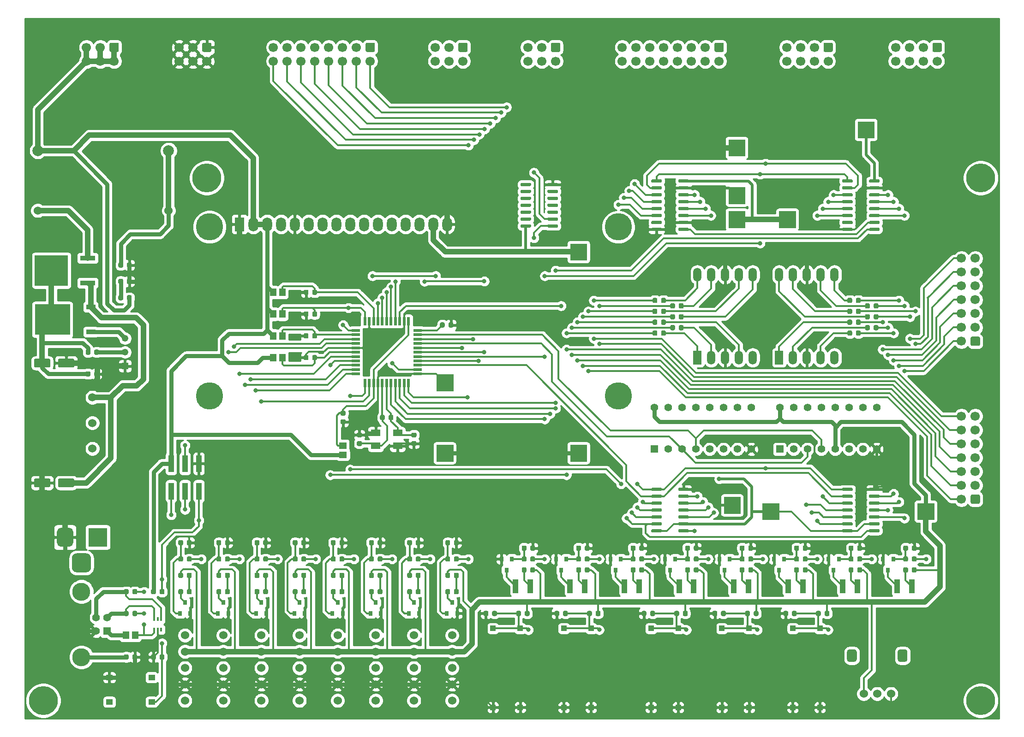
<source format=gbr>
G04 #@! TF.GenerationSoftware,KiCad,Pcbnew,(5.1.8)-1*
G04 #@! TF.CreationDate,2020-12-12T15:17:08+07:00*
G04 #@! TF.ProjectId,digitalSystemBoard,64696769-7461-46c5-9379-7374656d426f,rev?*
G04 #@! TF.SameCoordinates,PX2faf080PY9896800*
G04 #@! TF.FileFunction,Copper,L1,Top*
G04 #@! TF.FilePolarity,Positive*
%FSLAX46Y46*%
G04 Gerber Fmt 4.6, Leading zero omitted, Abs format (unit mm)*
G04 Created by KiCad (PCBNEW (5.1.8)-1) date 2020-12-12 15:17:08*
%MOMM*%
%LPD*%
G01*
G04 APERTURE LIST*
G04 #@! TA.AperFunction,EtchedComponent*
%ADD10C,0.100000*%
G04 #@! TD*
G04 #@! TA.AperFunction,ComponentPad*
%ADD11C,2.000000*%
G04 #@! TD*
G04 #@! TA.AperFunction,WasherPad*
%ADD12C,5.000000*%
G04 #@! TD*
G04 #@! TA.AperFunction,ComponentPad*
%ADD13O,1.800000X2.600000*%
G04 #@! TD*
G04 #@! TA.AperFunction,ComponentPad*
%ADD14R,1.800000X2.600000*%
G04 #@! TD*
G04 #@! TA.AperFunction,ComponentPad*
%ADD15C,0.750000*%
G04 #@! TD*
G04 #@! TA.AperFunction,ComponentPad*
%ADD16R,1.524000X2.524000*%
G04 #@! TD*
G04 #@! TA.AperFunction,ComponentPad*
%ADD17O,1.524000X2.524000*%
G04 #@! TD*
G04 #@! TA.AperFunction,ComponentPad*
%ADD18C,1.700000*%
G04 #@! TD*
G04 #@! TA.AperFunction,ComponentPad*
%ADD19C,1.397000*%
G04 #@! TD*
G04 #@! TA.AperFunction,ComponentPad*
%ADD20R,1.397000X1.397000*%
G04 #@! TD*
G04 #@! TA.AperFunction,SMDPad,CuDef*
%ADD21R,0.800000X0.900000*%
G04 #@! TD*
G04 #@! TA.AperFunction,WasherPad*
%ADD22C,1.524000*%
G04 #@! TD*
G04 #@! TA.AperFunction,ComponentPad*
%ADD23C,1.524000*%
G04 #@! TD*
G04 #@! TA.AperFunction,ComponentPad*
%ADD24C,1.248000*%
G04 #@! TD*
G04 #@! TA.AperFunction,ComponentPad*
%ADD25R,1.248000X1.248000*%
G04 #@! TD*
G04 #@! TA.AperFunction,ComponentPad*
%ADD26R,3.500000X3.500000*%
G04 #@! TD*
G04 #@! TA.AperFunction,SMDPad,CuDef*
%ADD27R,1.000000X3.150000*%
G04 #@! TD*
G04 #@! TA.AperFunction,SMDPad,CuDef*
%ADD28R,1.000000X2.500000*%
G04 #@! TD*
G04 #@! TA.AperFunction,WasherPad*
%ADD29C,5.300000*%
G04 #@! TD*
G04 #@! TA.AperFunction,SMDPad,CuDef*
%ADD30R,6.490000X5.630000*%
G04 #@! TD*
G04 #@! TA.AperFunction,SMDPad,CuDef*
%ADD31R,1.730000X0.960000*%
G04 #@! TD*
G04 #@! TA.AperFunction,SMDPad,CuDef*
%ADD32R,6.090000X5.630000*%
G04 #@! TD*
G04 #@! TA.AperFunction,SMDPad,CuDef*
%ADD33R,2.830000X0.970000*%
G04 #@! TD*
G04 #@! TA.AperFunction,SMDPad,CuDef*
%ADD34R,1.800000X1.200000*%
G04 #@! TD*
G04 #@! TA.AperFunction,SMDPad,CuDef*
%ADD35R,0.550000X1.500000*%
G04 #@! TD*
G04 #@! TA.AperFunction,SMDPad,CuDef*
%ADD36R,1.500000X0.550000*%
G04 #@! TD*
G04 #@! TA.AperFunction,SMDPad,CuDef*
%ADD37R,1.250000X1.000000*%
G04 #@! TD*
G04 #@! TA.AperFunction,SMDPad,CuDef*
%ADD38R,1.000000X1.000000*%
G04 #@! TD*
G04 #@! TA.AperFunction,ComponentPad*
%ADD39R,1.408000X1.408000*%
G04 #@! TD*
G04 #@! TA.AperFunction,ComponentPad*
%ADD40C,1.408000*%
G04 #@! TD*
G04 #@! TA.AperFunction,ComponentPad*
%ADD41C,3.316000*%
G04 #@! TD*
G04 #@! TA.AperFunction,SMDPad,CuDef*
%ADD42R,1.200000X1.470000*%
G04 #@! TD*
G04 #@! TA.AperFunction,SMDPad,CuDef*
%ADD43R,1.470000X1.200000*%
G04 #@! TD*
G04 #@! TA.AperFunction,SMDPad,CuDef*
%ADD44R,0.350000X0.800000*%
G04 #@! TD*
G04 #@! TA.AperFunction,ViaPad*
%ADD45C,0.800000*%
G04 #@! TD*
G04 #@! TA.AperFunction,Conductor*
%ADD46C,0.350000*%
G04 #@! TD*
G04 #@! TA.AperFunction,Conductor*
%ADD47C,1.000000*%
G04 #@! TD*
G04 #@! TA.AperFunction,Conductor*
%ADD48C,0.750000*%
G04 #@! TD*
G04 #@! TA.AperFunction,Conductor*
%ADD49C,0.500000*%
G04 #@! TD*
G04 #@! TA.AperFunction,Conductor*
%ADD50C,0.254000*%
G04 #@! TD*
G04 #@! TA.AperFunction,Conductor*
%ADD51C,0.100000*%
G04 #@! TD*
G04 APERTURE END LIST*
D10*
G36*
X79160000Y47970000D02*
G01*
X76160000Y47970000D01*
X76160000Y50970000D01*
X79160000Y50970000D01*
X79160000Y47970000D01*
G37*
X79160000Y47970000D02*
X76160000Y47970000D01*
X76160000Y50970000D01*
X79160000Y50970000D01*
X79160000Y47970000D01*
G36*
X103710000Y47970000D02*
G01*
X100710000Y47970000D01*
X100710000Y50970000D01*
X103710000Y50970000D01*
X103710000Y47970000D01*
G37*
X103710000Y47970000D02*
X100710000Y47970000D01*
X100710000Y50970000D01*
X103710000Y50970000D01*
X103710000Y47970000D01*
G36*
X131870000Y38390000D02*
G01*
X128870000Y38390000D01*
X128870000Y41390000D01*
X131870000Y41390000D01*
X131870000Y38390000D01*
G37*
X131870000Y38390000D02*
X128870000Y38390000D01*
X128870000Y41390000D01*
X131870000Y41390000D01*
X131870000Y38390000D01*
G36*
X138970000Y37250000D02*
G01*
X135970000Y37250000D01*
X135970000Y40250000D01*
X138970000Y40250000D01*
X138970000Y37250000D01*
G37*
X138970000Y37250000D02*
X135970000Y37250000D01*
X135970000Y40250000D01*
X138970000Y40250000D01*
X138970000Y37250000D01*
G36*
X167410000Y37250000D02*
G01*
X164410000Y37250000D01*
X164410000Y40250000D01*
X167410000Y40250000D01*
X167410000Y37250000D01*
G37*
X167410000Y37250000D02*
X164410000Y37250000D01*
X164410000Y40250000D01*
X167410000Y40250000D01*
X167410000Y37250000D01*
G36*
X79160000Y60920000D02*
G01*
X76160000Y60920000D01*
X76160000Y63920000D01*
X79160000Y63920000D01*
X79160000Y60920000D01*
G37*
X79160000Y60920000D02*
X76160000Y60920000D01*
X76160000Y63920000D01*
X79160000Y63920000D01*
X79160000Y60920000D01*
G36*
X132720000Y104040000D02*
G01*
X129720000Y104040000D01*
X129720000Y107040000D01*
X132720000Y107040000D01*
X132720000Y104040000D01*
G37*
X132720000Y104040000D02*
X129720000Y104040000D01*
X129720000Y107040000D01*
X132720000Y107040000D01*
X132720000Y104040000D01*
G36*
X132720000Y95300000D02*
G01*
X129720000Y95300000D01*
X129720000Y98300000D01*
X132720000Y98300000D01*
X132720000Y95300000D01*
G37*
X132720000Y95300000D02*
X129720000Y95300000D01*
X129720000Y98300000D01*
X132720000Y98300000D01*
X132720000Y95300000D01*
G36*
X142010000Y90890000D02*
G01*
X139010000Y90890000D01*
X139010000Y93890000D01*
X142010000Y93890000D01*
X142010000Y90890000D01*
G37*
X142010000Y90890000D02*
X139010000Y90890000D01*
X139010000Y93890000D01*
X142010000Y93890000D01*
X142010000Y90890000D01*
G36*
X156450000Y107360000D02*
G01*
X153450000Y107360000D01*
X153450000Y110360000D01*
X156450000Y110360000D01*
X156450000Y107360000D01*
G37*
X156450000Y107360000D02*
X153450000Y107360000D01*
X153450000Y110360000D01*
X156450000Y110360000D01*
X156450000Y107360000D01*
G36*
X132720000Y90890000D02*
G01*
X129720000Y90890000D01*
X129720000Y93890000D01*
X132720000Y93890000D01*
X132720000Y90890000D01*
G37*
X132720000Y90890000D02*
X129720000Y90890000D01*
X129720000Y93890000D01*
X132720000Y93890000D01*
X132720000Y90890000D01*
G36*
X103710000Y84930000D02*
G01*
X100710000Y84930000D01*
X100710000Y87930000D01*
X103710000Y87930000D01*
X103710000Y84930000D01*
G37*
X103710000Y84930000D02*
X100710000Y84930000D01*
X100710000Y87930000D01*
X103710000Y87930000D01*
X103710000Y84930000D01*
D11*
X27000000Y105000000D03*
X3000000Y105000000D03*
D12*
X109500000Y91000000D03*
X109500000Y60000000D03*
X34500000Y60000000D03*
X34500000Y91000000D03*
D13*
X78100000Y91500000D03*
X75560000Y91500000D03*
X73020000Y91500000D03*
X70480000Y91500000D03*
X67940000Y91500000D03*
X65400000Y91500000D03*
X62860000Y91500000D03*
X60320000Y91500000D03*
X57780000Y91500000D03*
X55240000Y91500000D03*
X52700000Y91500000D03*
X50160000Y91500000D03*
X47620000Y91500000D03*
X45080000Y91500000D03*
X42540000Y91500000D03*
D14*
X40000000Y91500000D03*
G04 #@! TA.AperFunction,SMDPad,CuDef*
G36*
G01*
X116650000Y77756250D02*
X116650000Y77243750D01*
G75*
G02*
X116431250Y77025000I-218750J0D01*
G01*
X115993750Y77025000D01*
G75*
G02*
X115775000Y77243750I0J218750D01*
G01*
X115775000Y77756250D01*
G75*
G02*
X115993750Y77975000I218750J0D01*
G01*
X116431250Y77975000D01*
G75*
G02*
X116650000Y77756250I0J-218750D01*
G01*
G37*
G04 #@! TD.AperFunction*
G04 #@! TA.AperFunction,SMDPad,CuDef*
G36*
G01*
X118225000Y77756250D02*
X118225000Y77243750D01*
G75*
G02*
X118006250Y77025000I-218750J0D01*
G01*
X117568750Y77025000D01*
G75*
G02*
X117350000Y77243750I0J218750D01*
G01*
X117350000Y77756250D01*
G75*
G02*
X117568750Y77975000I218750J0D01*
G01*
X118006250Y77975000D01*
G75*
G02*
X118225000Y77756250I0J-218750D01*
G01*
G37*
G04 #@! TD.AperFunction*
G04 #@! TA.AperFunction,SMDPad,CuDef*
G36*
G01*
X119900000Y76756250D02*
X119900000Y76243750D01*
G75*
G02*
X119681250Y76025000I-218750J0D01*
G01*
X119243750Y76025000D01*
G75*
G02*
X119025000Y76243750I0J218750D01*
G01*
X119025000Y76756250D01*
G75*
G02*
X119243750Y76975000I218750J0D01*
G01*
X119681250Y76975000D01*
G75*
G02*
X119900000Y76756250I0J-218750D01*
G01*
G37*
G04 #@! TD.AperFunction*
G04 #@! TA.AperFunction,SMDPad,CuDef*
G36*
G01*
X121475000Y76756250D02*
X121475000Y76243750D01*
G75*
G02*
X121256250Y76025000I-218750J0D01*
G01*
X120818750Y76025000D01*
G75*
G02*
X120600000Y76243750I0J218750D01*
G01*
X120600000Y76756250D01*
G75*
G02*
X120818750Y76975000I218750J0D01*
G01*
X121256250Y76975000D01*
G75*
G02*
X121475000Y76756250I0J-218750D01*
G01*
G37*
G04 #@! TD.AperFunction*
G04 #@! TA.AperFunction,SMDPad,CuDef*
G36*
G01*
X116650000Y71756250D02*
X116650000Y71243750D01*
G75*
G02*
X116431250Y71025000I-218750J0D01*
G01*
X115993750Y71025000D01*
G75*
G02*
X115775000Y71243750I0J218750D01*
G01*
X115775000Y71756250D01*
G75*
G02*
X115993750Y71975000I218750J0D01*
G01*
X116431250Y71975000D01*
G75*
G02*
X116650000Y71756250I0J-218750D01*
G01*
G37*
G04 #@! TD.AperFunction*
G04 #@! TA.AperFunction,SMDPad,CuDef*
G36*
G01*
X118225000Y71756250D02*
X118225000Y71243750D01*
G75*
G02*
X118006250Y71025000I-218750J0D01*
G01*
X117568750Y71025000D01*
G75*
G02*
X117350000Y71243750I0J218750D01*
G01*
X117350000Y71756250D01*
G75*
G02*
X117568750Y71975000I218750J0D01*
G01*
X118006250Y71975000D01*
G75*
G02*
X118225000Y71756250I0J-218750D01*
G01*
G37*
G04 #@! TD.AperFunction*
G04 #@! TA.AperFunction,SMDPad,CuDef*
G36*
G01*
X119900000Y72756250D02*
X119900000Y72243750D01*
G75*
G02*
X119681250Y72025000I-218750J0D01*
G01*
X119243750Y72025000D01*
G75*
G02*
X119025000Y72243750I0J218750D01*
G01*
X119025000Y72756250D01*
G75*
G02*
X119243750Y72975000I218750J0D01*
G01*
X119681250Y72975000D01*
G75*
G02*
X119900000Y72756250I0J-218750D01*
G01*
G37*
G04 #@! TD.AperFunction*
G04 #@! TA.AperFunction,SMDPad,CuDef*
G36*
G01*
X121475000Y72756250D02*
X121475000Y72243750D01*
G75*
G02*
X121256250Y72025000I-218750J0D01*
G01*
X120818750Y72025000D01*
G75*
G02*
X120600000Y72243750I0J218750D01*
G01*
X120600000Y72756250D01*
G75*
G02*
X120818750Y72975000I218750J0D01*
G01*
X121256250Y72975000D01*
G75*
G02*
X121475000Y72756250I0J-218750D01*
G01*
G37*
G04 #@! TD.AperFunction*
G04 #@! TA.AperFunction,SMDPad,CuDef*
G36*
G01*
X116650000Y73756250D02*
X116650000Y73243750D01*
G75*
G02*
X116431250Y73025000I-218750J0D01*
G01*
X115993750Y73025000D01*
G75*
G02*
X115775000Y73243750I0J218750D01*
G01*
X115775000Y73756250D01*
G75*
G02*
X115993750Y73975000I218750J0D01*
G01*
X116431250Y73975000D01*
G75*
G02*
X116650000Y73756250I0J-218750D01*
G01*
G37*
G04 #@! TD.AperFunction*
G04 #@! TA.AperFunction,SMDPad,CuDef*
G36*
G01*
X118225000Y73756250D02*
X118225000Y73243750D01*
G75*
G02*
X118006250Y73025000I-218750J0D01*
G01*
X117568750Y73025000D01*
G75*
G02*
X117350000Y73243750I0J218750D01*
G01*
X117350000Y73756250D01*
G75*
G02*
X117568750Y73975000I218750J0D01*
G01*
X118006250Y73975000D01*
G75*
G02*
X118225000Y73756250I0J-218750D01*
G01*
G37*
G04 #@! TD.AperFunction*
G04 #@! TA.AperFunction,SMDPad,CuDef*
G36*
G01*
X119900000Y74756250D02*
X119900000Y74243750D01*
G75*
G02*
X119681250Y74025000I-218750J0D01*
G01*
X119243750Y74025000D01*
G75*
G02*
X119025000Y74243750I0J218750D01*
G01*
X119025000Y74756250D01*
G75*
G02*
X119243750Y74975000I218750J0D01*
G01*
X119681250Y74975000D01*
G75*
G02*
X119900000Y74756250I0J-218750D01*
G01*
G37*
G04 #@! TD.AperFunction*
G04 #@! TA.AperFunction,SMDPad,CuDef*
G36*
G01*
X121475000Y74756250D02*
X121475000Y74243750D01*
G75*
G02*
X121256250Y74025000I-218750J0D01*
G01*
X120818750Y74025000D01*
G75*
G02*
X120600000Y74243750I0J218750D01*
G01*
X120600000Y74756250D01*
G75*
G02*
X120818750Y74975000I218750J0D01*
G01*
X121256250Y74975000D01*
G75*
G02*
X121475000Y74756250I0J-218750D01*
G01*
G37*
G04 #@! TD.AperFunction*
G04 #@! TA.AperFunction,SMDPad,CuDef*
G36*
G01*
X116650000Y75756250D02*
X116650000Y75243750D01*
G75*
G02*
X116431250Y75025000I-218750J0D01*
G01*
X115993750Y75025000D01*
G75*
G02*
X115775000Y75243750I0J218750D01*
G01*
X115775000Y75756250D01*
G75*
G02*
X115993750Y75975000I218750J0D01*
G01*
X116431250Y75975000D01*
G75*
G02*
X116650000Y75756250I0J-218750D01*
G01*
G37*
G04 #@! TD.AperFunction*
G04 #@! TA.AperFunction,SMDPad,CuDef*
G36*
G01*
X118225000Y75756250D02*
X118225000Y75243750D01*
G75*
G02*
X118006250Y75025000I-218750J0D01*
G01*
X117568750Y75025000D01*
G75*
G02*
X117350000Y75243750I0J218750D01*
G01*
X117350000Y75756250D01*
G75*
G02*
X117568750Y75975000I218750J0D01*
G01*
X118006250Y75975000D01*
G75*
G02*
X118225000Y75756250I0J-218750D01*
G01*
G37*
G04 #@! TD.AperFunction*
G04 #@! TA.AperFunction,SMDPad,CuDef*
G36*
G01*
X156350000Y74243750D02*
X156350000Y74756250D01*
G75*
G02*
X156568750Y74975000I218750J0D01*
G01*
X157006250Y74975000D01*
G75*
G02*
X157225000Y74756250I0J-218750D01*
G01*
X157225000Y74243750D01*
G75*
G02*
X157006250Y74025000I-218750J0D01*
G01*
X156568750Y74025000D01*
G75*
G02*
X156350000Y74243750I0J218750D01*
G01*
G37*
G04 #@! TD.AperFunction*
G04 #@! TA.AperFunction,SMDPad,CuDef*
G36*
G01*
X154775000Y74243750D02*
X154775000Y74756250D01*
G75*
G02*
X154993750Y74975000I218750J0D01*
G01*
X155431250Y74975000D01*
G75*
G02*
X155650000Y74756250I0J-218750D01*
G01*
X155650000Y74243750D01*
G75*
G02*
X155431250Y74025000I-218750J0D01*
G01*
X154993750Y74025000D01*
G75*
G02*
X154775000Y74243750I0J218750D01*
G01*
G37*
G04 #@! TD.AperFunction*
G04 #@! TA.AperFunction,SMDPad,CuDef*
G36*
G01*
X153100000Y75243750D02*
X153100000Y75756250D01*
G75*
G02*
X153318750Y75975000I218750J0D01*
G01*
X153756250Y75975000D01*
G75*
G02*
X153975000Y75756250I0J-218750D01*
G01*
X153975000Y75243750D01*
G75*
G02*
X153756250Y75025000I-218750J0D01*
G01*
X153318750Y75025000D01*
G75*
G02*
X153100000Y75243750I0J218750D01*
G01*
G37*
G04 #@! TD.AperFunction*
G04 #@! TA.AperFunction,SMDPad,CuDef*
G36*
G01*
X151525000Y75243750D02*
X151525000Y75756250D01*
G75*
G02*
X151743750Y75975000I218750J0D01*
G01*
X152181250Y75975000D01*
G75*
G02*
X152400000Y75756250I0J-218750D01*
G01*
X152400000Y75243750D01*
G75*
G02*
X152181250Y75025000I-218750J0D01*
G01*
X151743750Y75025000D01*
G75*
G02*
X151525000Y75243750I0J218750D01*
G01*
G37*
G04 #@! TD.AperFunction*
G04 #@! TA.AperFunction,SMDPad,CuDef*
G36*
G01*
X153100000Y73243750D02*
X153100000Y73756250D01*
G75*
G02*
X153318750Y73975000I218750J0D01*
G01*
X153756250Y73975000D01*
G75*
G02*
X153975000Y73756250I0J-218750D01*
G01*
X153975000Y73243750D01*
G75*
G02*
X153756250Y73025000I-218750J0D01*
G01*
X153318750Y73025000D01*
G75*
G02*
X153100000Y73243750I0J218750D01*
G01*
G37*
G04 #@! TD.AperFunction*
G04 #@! TA.AperFunction,SMDPad,CuDef*
G36*
G01*
X151525000Y73243750D02*
X151525000Y73756250D01*
G75*
G02*
X151743750Y73975000I218750J0D01*
G01*
X152181250Y73975000D01*
G75*
G02*
X152400000Y73756250I0J-218750D01*
G01*
X152400000Y73243750D01*
G75*
G02*
X152181250Y73025000I-218750J0D01*
G01*
X151743750Y73025000D01*
G75*
G02*
X151525000Y73243750I0J218750D01*
G01*
G37*
G04 #@! TD.AperFunction*
G04 #@! TA.AperFunction,SMDPad,CuDef*
G36*
G01*
X156350000Y72243750D02*
X156350000Y72756250D01*
G75*
G02*
X156568750Y72975000I218750J0D01*
G01*
X157006250Y72975000D01*
G75*
G02*
X157225000Y72756250I0J-218750D01*
G01*
X157225000Y72243750D01*
G75*
G02*
X157006250Y72025000I-218750J0D01*
G01*
X156568750Y72025000D01*
G75*
G02*
X156350000Y72243750I0J218750D01*
G01*
G37*
G04 #@! TD.AperFunction*
G04 #@! TA.AperFunction,SMDPad,CuDef*
G36*
G01*
X154775000Y72243750D02*
X154775000Y72756250D01*
G75*
G02*
X154993750Y72975000I218750J0D01*
G01*
X155431250Y72975000D01*
G75*
G02*
X155650000Y72756250I0J-218750D01*
G01*
X155650000Y72243750D01*
G75*
G02*
X155431250Y72025000I-218750J0D01*
G01*
X154993750Y72025000D01*
G75*
G02*
X154775000Y72243750I0J218750D01*
G01*
G37*
G04 #@! TD.AperFunction*
G04 #@! TA.AperFunction,SMDPad,CuDef*
G36*
G01*
X153100000Y71243750D02*
X153100000Y71756250D01*
G75*
G02*
X153318750Y71975000I218750J0D01*
G01*
X153756250Y71975000D01*
G75*
G02*
X153975000Y71756250I0J-218750D01*
G01*
X153975000Y71243750D01*
G75*
G02*
X153756250Y71025000I-218750J0D01*
G01*
X153318750Y71025000D01*
G75*
G02*
X153100000Y71243750I0J218750D01*
G01*
G37*
G04 #@! TD.AperFunction*
G04 #@! TA.AperFunction,SMDPad,CuDef*
G36*
G01*
X151525000Y71243750D02*
X151525000Y71756250D01*
G75*
G02*
X151743750Y71975000I218750J0D01*
G01*
X152181250Y71975000D01*
G75*
G02*
X152400000Y71756250I0J-218750D01*
G01*
X152400000Y71243750D01*
G75*
G02*
X152181250Y71025000I-218750J0D01*
G01*
X151743750Y71025000D01*
G75*
G02*
X151525000Y71243750I0J218750D01*
G01*
G37*
G04 #@! TD.AperFunction*
G04 #@! TA.AperFunction,SMDPad,CuDef*
G36*
G01*
X153100000Y77243750D02*
X153100000Y77756250D01*
G75*
G02*
X153318750Y77975000I218750J0D01*
G01*
X153756250Y77975000D01*
G75*
G02*
X153975000Y77756250I0J-218750D01*
G01*
X153975000Y77243750D01*
G75*
G02*
X153756250Y77025000I-218750J0D01*
G01*
X153318750Y77025000D01*
G75*
G02*
X153100000Y77243750I0J218750D01*
G01*
G37*
G04 #@! TD.AperFunction*
G04 #@! TA.AperFunction,SMDPad,CuDef*
G36*
G01*
X151525000Y77243750D02*
X151525000Y77756250D01*
G75*
G02*
X151743750Y77975000I218750J0D01*
G01*
X152181250Y77975000D01*
G75*
G02*
X152400000Y77756250I0J-218750D01*
G01*
X152400000Y77243750D01*
G75*
G02*
X152181250Y77025000I-218750J0D01*
G01*
X151743750Y77025000D01*
G75*
G02*
X151525000Y77243750I0J218750D01*
G01*
G37*
G04 #@! TD.AperFunction*
G04 #@! TA.AperFunction,SMDPad,CuDef*
G36*
G01*
X156350000Y76243750D02*
X156350000Y76756250D01*
G75*
G02*
X156568750Y76975000I218750J0D01*
G01*
X157006250Y76975000D01*
G75*
G02*
X157225000Y76756250I0J-218750D01*
G01*
X157225000Y76243750D01*
G75*
G02*
X157006250Y76025000I-218750J0D01*
G01*
X156568750Y76025000D01*
G75*
G02*
X156350000Y76243750I0J218750D01*
G01*
G37*
G04 #@! TD.AperFunction*
G04 #@! TA.AperFunction,SMDPad,CuDef*
G36*
G01*
X154775000Y76243750D02*
X154775000Y76756250D01*
G75*
G02*
X154993750Y76975000I218750J0D01*
G01*
X155431250Y76975000D01*
G75*
G02*
X155650000Y76756250I0J-218750D01*
G01*
X155650000Y76243750D01*
G75*
G02*
X155431250Y76025000I-218750J0D01*
G01*
X154993750Y76025000D01*
G75*
G02*
X154775000Y76243750I0J218750D01*
G01*
G37*
G04 #@! TD.AperFunction*
D15*
X77660000Y49470000D03*
X78660000Y50470000D03*
X76660000Y50470000D03*
X76660000Y48470000D03*
X78660000Y48470000D03*
X103210000Y48470000D03*
X101210000Y48470000D03*
X101210000Y50470000D03*
X103210000Y50470000D03*
X102210000Y49470000D03*
X130370000Y39890000D03*
X131370000Y40890000D03*
X129370000Y40890000D03*
X129370000Y38890000D03*
X131370000Y38890000D03*
X137470000Y38750000D03*
X138470000Y39750000D03*
X136470000Y39750000D03*
X136470000Y37750000D03*
X138470000Y37750000D03*
X166910000Y37750000D03*
X164910000Y37750000D03*
X164910000Y39750000D03*
X166910000Y39750000D03*
X165910000Y38750000D03*
X78660000Y61420000D03*
X76660000Y61420000D03*
X76660000Y63420000D03*
X78660000Y63420000D03*
X77660000Y62420000D03*
X131220000Y105540000D03*
X132220000Y106540000D03*
X130220000Y106540000D03*
X130220000Y104540000D03*
X132220000Y104540000D03*
X132220000Y95800000D03*
X130220000Y95800000D03*
X130220000Y97800000D03*
X132220000Y97800000D03*
X131220000Y96800000D03*
X140510000Y92390000D03*
X141510000Y93390000D03*
X139510000Y93390000D03*
X139510000Y91390000D03*
X141510000Y91390000D03*
X155950000Y107860000D03*
X153950000Y107860000D03*
X153950000Y109860000D03*
X155950000Y109860000D03*
X154950000Y108860000D03*
X132220000Y91390000D03*
X130220000Y91390000D03*
X130220000Y93390000D03*
X132220000Y93390000D03*
X131220000Y92390000D03*
X103210000Y85430000D03*
X101210000Y85430000D03*
X101210000Y87430000D03*
X103210000Y87430000D03*
X102210000Y86430000D03*
G04 #@! TA.AperFunction,SMDPad,CuDef*
G36*
G01*
X13350000Y63743750D02*
X13350000Y64256250D01*
G75*
G02*
X13568750Y64475000I218750J0D01*
G01*
X14006250Y64475000D01*
G75*
G02*
X14225000Y64256250I0J-218750D01*
G01*
X14225000Y63743750D01*
G75*
G02*
X14006250Y63525000I-218750J0D01*
G01*
X13568750Y63525000D01*
G75*
G02*
X13350000Y63743750I0J218750D01*
G01*
G37*
G04 #@! TD.AperFunction*
G04 #@! TA.AperFunction,SMDPad,CuDef*
G36*
G01*
X11775000Y63743750D02*
X11775000Y64256250D01*
G75*
G02*
X11993750Y64475000I218750J0D01*
G01*
X12431250Y64475000D01*
G75*
G02*
X12650000Y64256250I0J-218750D01*
G01*
X12650000Y63743750D01*
G75*
G02*
X12431250Y63525000I-218750J0D01*
G01*
X11993750Y63525000D01*
G75*
G02*
X11775000Y63743750I0J218750D01*
G01*
G37*
G04 #@! TD.AperFunction*
D16*
X124000000Y67000000D03*
D17*
X126540000Y67000000D03*
X129080000Y67000000D03*
X131620000Y67000000D03*
X134160000Y67000000D03*
X134160000Y82240000D03*
X131620000Y82240000D03*
X129080000Y82240000D03*
X126540000Y82240000D03*
X124000000Y82240000D03*
D18*
X92920000Y121460000D03*
X95460000Y121460000D03*
X98000000Y121460000D03*
X92920000Y124000000D03*
X95460000Y124000000D03*
G04 #@! TA.AperFunction,ComponentPad*
G36*
G01*
X97400000Y124850000D02*
X98600000Y124850000D01*
G75*
G02*
X98850000Y124600000I0J-250000D01*
G01*
X98850000Y123400000D01*
G75*
G02*
X98600000Y123150000I-250000J0D01*
G01*
X97400000Y123150000D01*
G75*
G02*
X97150000Y123400000I0J250000D01*
G01*
X97150000Y124600000D01*
G75*
G02*
X97400000Y124850000I250000J0D01*
G01*
G37*
G04 #@! TD.AperFunction*
D19*
X116110000Y57810000D03*
X118650000Y57810000D03*
X133890000Y50190000D03*
X123730000Y57810000D03*
X126270000Y57810000D03*
X128810000Y57810000D03*
X131350000Y57810000D03*
X133890000Y57810000D03*
X131350000Y50190000D03*
X128810000Y50190000D03*
X126270000Y50190000D03*
X121190000Y57810000D03*
X123730000Y50190000D03*
X121190000Y50190000D03*
X118650000Y50190000D03*
D20*
X116110000Y50190000D03*
D21*
X129000000Y28000000D03*
X128050000Y30000000D03*
X129950000Y30000000D03*
G04 #@! TA.AperFunction,SMDPad,CuDef*
G36*
G01*
X133350000Y29743750D02*
X133350000Y30256250D01*
G75*
G02*
X133568750Y30475000I218750J0D01*
G01*
X134006250Y30475000D01*
G75*
G02*
X134225000Y30256250I0J-218750D01*
G01*
X134225000Y29743750D01*
G75*
G02*
X134006250Y29525000I-218750J0D01*
G01*
X133568750Y29525000D01*
G75*
G02*
X133350000Y29743750I0J218750D01*
G01*
G37*
G04 #@! TD.AperFunction*
G04 #@! TA.AperFunction,SMDPad,CuDef*
G36*
G01*
X131775000Y29743750D02*
X131775000Y30256250D01*
G75*
G02*
X131993750Y30475000I218750J0D01*
G01*
X132431250Y30475000D01*
G75*
G02*
X132650000Y30256250I0J-218750D01*
G01*
X132650000Y29743750D01*
G75*
G02*
X132431250Y29525000I-218750J0D01*
G01*
X131993750Y29525000D01*
G75*
G02*
X131775000Y29743750I0J218750D01*
G01*
G37*
G04 #@! TD.AperFunction*
G04 #@! TA.AperFunction,SMDPad,CuDef*
G36*
G01*
X132650000Y28256250D02*
X132650000Y27743750D01*
G75*
G02*
X132431250Y27525000I-218750J0D01*
G01*
X131993750Y27525000D01*
G75*
G02*
X131775000Y27743750I0J218750D01*
G01*
X131775000Y28256250D01*
G75*
G02*
X131993750Y28475000I218750J0D01*
G01*
X132431250Y28475000D01*
G75*
G02*
X132650000Y28256250I0J-218750D01*
G01*
G37*
G04 #@! TD.AperFunction*
G04 #@! TA.AperFunction,SMDPad,CuDef*
G36*
G01*
X134225000Y28256250D02*
X134225000Y27743750D01*
G75*
G02*
X134006250Y27525000I-218750J0D01*
G01*
X133568750Y27525000D01*
G75*
G02*
X133350000Y27743750I0J218750D01*
G01*
X133350000Y28256250D01*
G75*
G02*
X133568750Y28475000I218750J0D01*
G01*
X134006250Y28475000D01*
G75*
G02*
X134225000Y28256250I0J-218750D01*
G01*
G37*
G04 #@! TD.AperFunction*
G04 #@! TA.AperFunction,SMDPad,CuDef*
G36*
G01*
X132650000Y32256250D02*
X132650000Y31743750D01*
G75*
G02*
X132431250Y31525000I-218750J0D01*
G01*
X131993750Y31525000D01*
G75*
G02*
X131775000Y31743750I0J218750D01*
G01*
X131775000Y32256250D01*
G75*
G02*
X131993750Y32475000I218750J0D01*
G01*
X132431250Y32475000D01*
G75*
G02*
X132650000Y32256250I0J-218750D01*
G01*
G37*
G04 #@! TD.AperFunction*
G04 #@! TA.AperFunction,SMDPad,CuDef*
G36*
G01*
X134225000Y32256250D02*
X134225000Y31743750D01*
G75*
G02*
X134006250Y31525000I-218750J0D01*
G01*
X133568750Y31525000D01*
G75*
G02*
X133350000Y31743750I0J218750D01*
G01*
X133350000Y32256250D01*
G75*
G02*
X133568750Y32475000I218750J0D01*
G01*
X134006250Y32475000D01*
G75*
G02*
X134225000Y32256250I0J-218750D01*
G01*
G37*
G04 #@! TD.AperFunction*
D22*
X79000000Y16000000D03*
X79000000Y4000000D03*
D23*
X79000000Y13000000D03*
X79000000Y7000000D03*
X79000000Y10000000D03*
G04 #@! TA.AperFunction,SMDPad,CuDef*
G36*
G01*
X51350000Y23743750D02*
X51350000Y24256250D01*
G75*
G02*
X51568750Y24475000I218750J0D01*
G01*
X52006250Y24475000D01*
G75*
G02*
X52225000Y24256250I0J-218750D01*
G01*
X52225000Y23743750D01*
G75*
G02*
X52006250Y23525000I-218750J0D01*
G01*
X51568750Y23525000D01*
G75*
G02*
X51350000Y23743750I0J218750D01*
G01*
G37*
G04 #@! TD.AperFunction*
G04 #@! TA.AperFunction,SMDPad,CuDef*
G36*
G01*
X49775000Y23743750D02*
X49775000Y24256250D01*
G75*
G02*
X49993750Y24475000I218750J0D01*
G01*
X50431250Y24475000D01*
G75*
G02*
X50650000Y24256250I0J-218750D01*
G01*
X50650000Y23743750D01*
G75*
G02*
X50431250Y23525000I-218750J0D01*
G01*
X49993750Y23525000D01*
G75*
G02*
X49775000Y23743750I0J218750D01*
G01*
G37*
G04 #@! TD.AperFunction*
G04 #@! TA.AperFunction,SMDPad,CuDef*
G36*
G01*
X51350000Y26743750D02*
X51350000Y27256250D01*
G75*
G02*
X51568750Y27475000I218750J0D01*
G01*
X52006250Y27475000D01*
G75*
G02*
X52225000Y27256250I0J-218750D01*
G01*
X52225000Y26743750D01*
G75*
G02*
X52006250Y26525000I-218750J0D01*
G01*
X51568750Y26525000D01*
G75*
G02*
X51350000Y26743750I0J218750D01*
G01*
G37*
G04 #@! TD.AperFunction*
G04 #@! TA.AperFunction,SMDPad,CuDef*
G36*
G01*
X49775000Y26743750D02*
X49775000Y27256250D01*
G75*
G02*
X49993750Y27475000I218750J0D01*
G01*
X50431250Y27475000D01*
G75*
G02*
X50650000Y27256250I0J-218750D01*
G01*
X50650000Y26743750D01*
G75*
G02*
X50431250Y26525000I-218750J0D01*
G01*
X49993750Y26525000D01*
G75*
G02*
X49775000Y26743750I0J218750D01*
G01*
G37*
G04 #@! TD.AperFunction*
G04 #@! TA.AperFunction,SMDPad,CuDef*
G36*
G01*
X51350000Y29743750D02*
X51350000Y30256250D01*
G75*
G02*
X51568750Y30475000I218750J0D01*
G01*
X52006250Y30475000D01*
G75*
G02*
X52225000Y30256250I0J-218750D01*
G01*
X52225000Y29743750D01*
G75*
G02*
X52006250Y29525000I-218750J0D01*
G01*
X51568750Y29525000D01*
G75*
G02*
X51350000Y29743750I0J218750D01*
G01*
G37*
G04 #@! TD.AperFunction*
G04 #@! TA.AperFunction,SMDPad,CuDef*
G36*
G01*
X49775000Y29743750D02*
X49775000Y30256250D01*
G75*
G02*
X49993750Y30475000I218750J0D01*
G01*
X50431250Y30475000D01*
G75*
G02*
X50650000Y30256250I0J-218750D01*
G01*
X50650000Y29743750D01*
G75*
G02*
X50431250Y29525000I-218750J0D01*
G01*
X49993750Y29525000D01*
G75*
G02*
X49775000Y29743750I0J218750D01*
G01*
G37*
G04 #@! TD.AperFunction*
G04 #@! TA.AperFunction,SMDPad,CuDef*
G36*
G01*
X50650000Y33256250D02*
X50650000Y32743750D01*
G75*
G02*
X50431250Y32525000I-218750J0D01*
G01*
X49993750Y32525000D01*
G75*
G02*
X49775000Y32743750I0J218750D01*
G01*
X49775000Y33256250D01*
G75*
G02*
X49993750Y33475000I218750J0D01*
G01*
X50431250Y33475000D01*
G75*
G02*
X50650000Y33256250I0J-218750D01*
G01*
G37*
G04 #@! TD.AperFunction*
G04 #@! TA.AperFunction,SMDPad,CuDef*
G36*
G01*
X52225000Y33256250D02*
X52225000Y32743750D01*
G75*
G02*
X52006250Y32525000I-218750J0D01*
G01*
X51568750Y32525000D01*
G75*
G02*
X51350000Y32743750I0J218750D01*
G01*
X51350000Y33256250D01*
G75*
G02*
X51568750Y33475000I218750J0D01*
G01*
X52006250Y33475000D01*
G75*
G02*
X52225000Y33256250I0J-218750D01*
G01*
G37*
G04 #@! TD.AperFunction*
D21*
X51000000Y22000000D03*
X51950000Y20000000D03*
X50050000Y20000000D03*
D22*
X30000000Y16000000D03*
X30000000Y4000000D03*
D23*
X30000000Y13000000D03*
X30000000Y7000000D03*
X30000000Y10000000D03*
D18*
X28920000Y121460000D03*
X31460000Y121460000D03*
X34000000Y121460000D03*
X28920000Y124000000D03*
X31460000Y124000000D03*
G04 #@! TA.AperFunction,ComponentPad*
G36*
G01*
X33400000Y124850000D02*
X34600000Y124850000D01*
G75*
G02*
X34850000Y124600000I0J-250000D01*
G01*
X34850000Y123400000D01*
G75*
G02*
X34600000Y123150000I-250000J0D01*
G01*
X33400000Y123150000D01*
G75*
G02*
X33150000Y123400000I0J250000D01*
G01*
X33150000Y124600000D01*
G75*
G02*
X33400000Y124850000I250000J0D01*
G01*
G37*
G04 #@! TD.AperFunction*
X11920000Y121460000D03*
X14460000Y121460000D03*
X17000000Y121460000D03*
X11920000Y124000000D03*
X14460000Y124000000D03*
G04 #@! TA.AperFunction,ComponentPad*
G36*
G01*
X16400000Y124850000D02*
X17600000Y124850000D01*
G75*
G02*
X17850000Y124600000I0J-250000D01*
G01*
X17850000Y123400000D01*
G75*
G02*
X17600000Y123150000I-250000J0D01*
G01*
X16400000Y123150000D01*
G75*
G02*
X16150000Y123400000I0J250000D01*
G01*
X16150000Y124600000D01*
G75*
G02*
X16400000Y124850000I250000J0D01*
G01*
G37*
G04 #@! TD.AperFunction*
X75920000Y121460000D03*
X78460000Y121460000D03*
X81000000Y121460000D03*
X75920000Y124000000D03*
X78460000Y124000000D03*
G04 #@! TA.AperFunction,ComponentPad*
G36*
G01*
X80400000Y124850000D02*
X81600000Y124850000D01*
G75*
G02*
X81850000Y124600000I0J-250000D01*
G01*
X81850000Y123400000D01*
G75*
G02*
X81600000Y123150000I-250000J0D01*
G01*
X80400000Y123150000D01*
G75*
G02*
X80150000Y123400000I0J250000D01*
G01*
X80150000Y124600000D01*
G75*
G02*
X80400000Y124850000I250000J0D01*
G01*
G37*
G04 #@! TD.AperFunction*
X46220000Y121460000D03*
X48760000Y121460000D03*
X51300000Y121460000D03*
X53840000Y121460000D03*
X56380000Y121460000D03*
X58920000Y121460000D03*
X61460000Y121460000D03*
X64000000Y121460000D03*
X46220000Y124000000D03*
X48760000Y124000000D03*
X51300000Y124000000D03*
X53840000Y124000000D03*
X56380000Y124000000D03*
X58920000Y124000000D03*
X61460000Y124000000D03*
G04 #@! TA.AperFunction,ComponentPad*
G36*
G01*
X63400000Y124850000D02*
X64600000Y124850000D01*
G75*
G02*
X64850000Y124600000I0J-250000D01*
G01*
X64850000Y123400000D01*
G75*
G02*
X64600000Y123150000I-250000J0D01*
G01*
X63400000Y123150000D01*
G75*
G02*
X63150000Y123400000I0J250000D01*
G01*
X63150000Y124600000D01*
G75*
G02*
X63400000Y124850000I250000J0D01*
G01*
G37*
G04 #@! TD.AperFunction*
X172460000Y56240000D03*
X172460000Y53700000D03*
X172460000Y51160000D03*
X172460000Y48620000D03*
X172460000Y46080000D03*
X172460000Y43540000D03*
X172460000Y41000000D03*
X175000000Y56240000D03*
X175000000Y53700000D03*
X175000000Y51160000D03*
X175000000Y48620000D03*
X175000000Y46080000D03*
X175000000Y43540000D03*
G04 #@! TA.AperFunction,ComponentPad*
G36*
G01*
X175850000Y41600000D02*
X175850000Y40400000D01*
G75*
G02*
X175600000Y40150000I-250000J0D01*
G01*
X174400000Y40150000D01*
G75*
G02*
X174150000Y40400000I0J250000D01*
G01*
X174150000Y41600000D01*
G75*
G02*
X174400000Y41850000I250000J0D01*
G01*
X175600000Y41850000D01*
G75*
G02*
X175850000Y41600000I0J-250000D01*
G01*
G37*
G04 #@! TD.AperFunction*
X172460000Y85240000D03*
X172460000Y82700000D03*
X172460000Y80160000D03*
X172460000Y77620000D03*
X172460000Y75080000D03*
X172460000Y72540000D03*
X172460000Y70000000D03*
X175000000Y85240000D03*
X175000000Y82700000D03*
X175000000Y80160000D03*
X175000000Y77620000D03*
X175000000Y75080000D03*
X175000000Y72540000D03*
G04 #@! TA.AperFunction,ComponentPad*
G36*
G01*
X175850000Y70600000D02*
X175850000Y69400000D01*
G75*
G02*
X175600000Y69150000I-250000J0D01*
G01*
X174400000Y69150000D01*
G75*
G02*
X174150000Y69400000I0J250000D01*
G01*
X174150000Y70600000D01*
G75*
G02*
X174400000Y70850000I250000J0D01*
G01*
X175600000Y70850000D01*
G75*
G02*
X175850000Y70600000I0J-250000D01*
G01*
G37*
G04 #@! TD.AperFunction*
X110220000Y121460000D03*
X112760000Y121460000D03*
X115300000Y121460000D03*
X117840000Y121460000D03*
X120380000Y121460000D03*
X122920000Y121460000D03*
X125460000Y121460000D03*
X128000000Y121460000D03*
X110220000Y124000000D03*
X112760000Y124000000D03*
X115300000Y124000000D03*
X117840000Y124000000D03*
X120380000Y124000000D03*
X122920000Y124000000D03*
X125460000Y124000000D03*
G04 #@! TA.AperFunction,ComponentPad*
G36*
G01*
X127400000Y124850000D02*
X128600000Y124850000D01*
G75*
G02*
X128850000Y124600000I0J-250000D01*
G01*
X128850000Y123400000D01*
G75*
G02*
X128600000Y123150000I-250000J0D01*
G01*
X127400000Y123150000D01*
G75*
G02*
X127150000Y123400000I0J250000D01*
G01*
X127150000Y124600000D01*
G75*
G02*
X127400000Y124850000I250000J0D01*
G01*
G37*
G04 #@! TD.AperFunction*
X140380000Y121460000D03*
X142920000Y121460000D03*
X145460000Y121460000D03*
X148000000Y121460000D03*
X140380000Y124000000D03*
X142920000Y124000000D03*
X145460000Y124000000D03*
G04 #@! TA.AperFunction,ComponentPad*
G36*
G01*
X147400000Y124850000D02*
X148600000Y124850000D01*
G75*
G02*
X148850000Y124600000I0J-250000D01*
G01*
X148850000Y123400000D01*
G75*
G02*
X148600000Y123150000I-250000J0D01*
G01*
X147400000Y123150000D01*
G75*
G02*
X147150000Y123400000I0J250000D01*
G01*
X147150000Y124600000D01*
G75*
G02*
X147400000Y124850000I250000J0D01*
G01*
G37*
G04 #@! TD.AperFunction*
X160380000Y121460000D03*
X162920000Y121460000D03*
X165460000Y121460000D03*
X168000000Y121460000D03*
X160380000Y124000000D03*
X162920000Y124000000D03*
X165460000Y124000000D03*
G04 #@! TA.AperFunction,ComponentPad*
G36*
G01*
X167400000Y124850000D02*
X168600000Y124850000D01*
G75*
G02*
X168850000Y124600000I0J-250000D01*
G01*
X168850000Y123400000D01*
G75*
G02*
X168600000Y123150000I-250000J0D01*
G01*
X167400000Y123150000D01*
G75*
G02*
X167150000Y123400000I0J250000D01*
G01*
X167150000Y124600000D01*
G75*
G02*
X167400000Y124850000I250000J0D01*
G01*
G37*
G04 #@! TD.AperFunction*
D24*
X19000000Y70540000D03*
X19000000Y68000000D03*
D25*
X19000000Y65460000D03*
G04 #@! TA.AperFunction,ComponentPad*
G36*
G01*
X9250000Y28425000D02*
X9250000Y30175000D01*
G75*
G02*
X10125000Y31050000I875000J0D01*
G01*
X11875000Y31050000D01*
G75*
G02*
X12750000Y30175000I0J-875000D01*
G01*
X12750000Y28425000D01*
G75*
G02*
X11875000Y27550000I-875000J0D01*
G01*
X10125000Y27550000D01*
G75*
G02*
X9250000Y28425000I0J875000D01*
G01*
G37*
G04 #@! TD.AperFunction*
G04 #@! TA.AperFunction,ComponentPad*
G36*
G01*
X6500000Y33000000D02*
X6500000Y35000000D01*
G75*
G02*
X7250000Y35750000I750000J0D01*
G01*
X8750000Y35750000D01*
G75*
G02*
X9500000Y35000000I0J-750000D01*
G01*
X9500000Y33000000D01*
G75*
G02*
X8750000Y32250000I-750000J0D01*
G01*
X7250000Y32250000D01*
G75*
G02*
X6500000Y33000000I0J750000D01*
G01*
G37*
G04 #@! TD.AperFunction*
D26*
X14000000Y34000000D03*
D27*
X32540000Y47525000D03*
X32540000Y42475000D03*
X30000000Y47525000D03*
X30000000Y42475000D03*
X27460000Y47525000D03*
X27460000Y42475000D03*
D23*
X27000000Y94000000D03*
X3000000Y94000000D03*
D28*
X93350000Y25000000D03*
X90650000Y25000000D03*
X103350000Y25000000D03*
X100650000Y25000000D03*
X113350000Y25000000D03*
X110650000Y25000000D03*
X123350000Y25000000D03*
X120650000Y25000000D03*
X133350000Y25000000D03*
X130650000Y25000000D03*
X143350000Y25000000D03*
X140650000Y25000000D03*
X153350000Y25000000D03*
X150650000Y25000000D03*
X163350000Y25000000D03*
X160650000Y25000000D03*
D22*
X37000000Y16000000D03*
X37000000Y4000000D03*
D23*
X37000000Y13000000D03*
X37000000Y7000000D03*
X37000000Y10000000D03*
D22*
X44000000Y16000000D03*
X44000000Y4000000D03*
D23*
X44000000Y13000000D03*
X44000000Y7000000D03*
X44000000Y10000000D03*
D22*
X51000000Y16000000D03*
X51000000Y4000000D03*
D23*
X51000000Y13000000D03*
X51000000Y7000000D03*
X51000000Y10000000D03*
D22*
X58000000Y16000000D03*
X58000000Y4000000D03*
D23*
X58000000Y13000000D03*
X58000000Y7000000D03*
X58000000Y10000000D03*
D22*
X65000000Y16000000D03*
X65000000Y4000000D03*
D23*
X65000000Y13000000D03*
X65000000Y7000000D03*
X65000000Y10000000D03*
D22*
X72000000Y16000000D03*
X72000000Y4000000D03*
D23*
X72000000Y13000000D03*
X72000000Y7000000D03*
X72000000Y10000000D03*
G04 #@! TA.AperFunction,SMDPad,CuDef*
G36*
G01*
X30350000Y23743750D02*
X30350000Y24256250D01*
G75*
G02*
X30568750Y24475000I218750J0D01*
G01*
X31006250Y24475000D01*
G75*
G02*
X31225000Y24256250I0J-218750D01*
G01*
X31225000Y23743750D01*
G75*
G02*
X31006250Y23525000I-218750J0D01*
G01*
X30568750Y23525000D01*
G75*
G02*
X30350000Y23743750I0J218750D01*
G01*
G37*
G04 #@! TD.AperFunction*
G04 #@! TA.AperFunction,SMDPad,CuDef*
G36*
G01*
X28775000Y23743750D02*
X28775000Y24256250D01*
G75*
G02*
X28993750Y24475000I218750J0D01*
G01*
X29431250Y24475000D01*
G75*
G02*
X29650000Y24256250I0J-218750D01*
G01*
X29650000Y23743750D01*
G75*
G02*
X29431250Y23525000I-218750J0D01*
G01*
X28993750Y23525000D01*
G75*
G02*
X28775000Y23743750I0J218750D01*
G01*
G37*
G04 #@! TD.AperFunction*
G04 #@! TA.AperFunction,SMDPad,CuDef*
G36*
G01*
X37350000Y23743750D02*
X37350000Y24256250D01*
G75*
G02*
X37568750Y24475000I218750J0D01*
G01*
X38006250Y24475000D01*
G75*
G02*
X38225000Y24256250I0J-218750D01*
G01*
X38225000Y23743750D01*
G75*
G02*
X38006250Y23525000I-218750J0D01*
G01*
X37568750Y23525000D01*
G75*
G02*
X37350000Y23743750I0J218750D01*
G01*
G37*
G04 #@! TD.AperFunction*
G04 #@! TA.AperFunction,SMDPad,CuDef*
G36*
G01*
X35775000Y23743750D02*
X35775000Y24256250D01*
G75*
G02*
X35993750Y24475000I218750J0D01*
G01*
X36431250Y24475000D01*
G75*
G02*
X36650000Y24256250I0J-218750D01*
G01*
X36650000Y23743750D01*
G75*
G02*
X36431250Y23525000I-218750J0D01*
G01*
X35993750Y23525000D01*
G75*
G02*
X35775000Y23743750I0J218750D01*
G01*
G37*
G04 #@! TD.AperFunction*
G04 #@! TA.AperFunction,SMDPad,CuDef*
G36*
G01*
X44350000Y23743750D02*
X44350000Y24256250D01*
G75*
G02*
X44568750Y24475000I218750J0D01*
G01*
X45006250Y24475000D01*
G75*
G02*
X45225000Y24256250I0J-218750D01*
G01*
X45225000Y23743750D01*
G75*
G02*
X45006250Y23525000I-218750J0D01*
G01*
X44568750Y23525000D01*
G75*
G02*
X44350000Y23743750I0J218750D01*
G01*
G37*
G04 #@! TD.AperFunction*
G04 #@! TA.AperFunction,SMDPad,CuDef*
G36*
G01*
X42775000Y23743750D02*
X42775000Y24256250D01*
G75*
G02*
X42993750Y24475000I218750J0D01*
G01*
X43431250Y24475000D01*
G75*
G02*
X43650000Y24256250I0J-218750D01*
G01*
X43650000Y23743750D01*
G75*
G02*
X43431250Y23525000I-218750J0D01*
G01*
X42993750Y23525000D01*
G75*
G02*
X42775000Y23743750I0J218750D01*
G01*
G37*
G04 #@! TD.AperFunction*
G04 #@! TA.AperFunction,SMDPad,CuDef*
G36*
G01*
X58350000Y23743750D02*
X58350000Y24256250D01*
G75*
G02*
X58568750Y24475000I218750J0D01*
G01*
X59006250Y24475000D01*
G75*
G02*
X59225000Y24256250I0J-218750D01*
G01*
X59225000Y23743750D01*
G75*
G02*
X59006250Y23525000I-218750J0D01*
G01*
X58568750Y23525000D01*
G75*
G02*
X58350000Y23743750I0J218750D01*
G01*
G37*
G04 #@! TD.AperFunction*
G04 #@! TA.AperFunction,SMDPad,CuDef*
G36*
G01*
X56775000Y23743750D02*
X56775000Y24256250D01*
G75*
G02*
X56993750Y24475000I218750J0D01*
G01*
X57431250Y24475000D01*
G75*
G02*
X57650000Y24256250I0J-218750D01*
G01*
X57650000Y23743750D01*
G75*
G02*
X57431250Y23525000I-218750J0D01*
G01*
X56993750Y23525000D01*
G75*
G02*
X56775000Y23743750I0J218750D01*
G01*
G37*
G04 #@! TD.AperFunction*
G04 #@! TA.AperFunction,SMDPad,CuDef*
G36*
G01*
X65350000Y23743750D02*
X65350000Y24256250D01*
G75*
G02*
X65568750Y24475000I218750J0D01*
G01*
X66006250Y24475000D01*
G75*
G02*
X66225000Y24256250I0J-218750D01*
G01*
X66225000Y23743750D01*
G75*
G02*
X66006250Y23525000I-218750J0D01*
G01*
X65568750Y23525000D01*
G75*
G02*
X65350000Y23743750I0J218750D01*
G01*
G37*
G04 #@! TD.AperFunction*
G04 #@! TA.AperFunction,SMDPad,CuDef*
G36*
G01*
X63775000Y23743750D02*
X63775000Y24256250D01*
G75*
G02*
X63993750Y24475000I218750J0D01*
G01*
X64431250Y24475000D01*
G75*
G02*
X64650000Y24256250I0J-218750D01*
G01*
X64650000Y23743750D01*
G75*
G02*
X64431250Y23525000I-218750J0D01*
G01*
X63993750Y23525000D01*
G75*
G02*
X63775000Y23743750I0J218750D01*
G01*
G37*
G04 #@! TD.AperFunction*
G04 #@! TA.AperFunction,SMDPad,CuDef*
G36*
G01*
X72350000Y23743750D02*
X72350000Y24256250D01*
G75*
G02*
X72568750Y24475000I218750J0D01*
G01*
X73006250Y24475000D01*
G75*
G02*
X73225000Y24256250I0J-218750D01*
G01*
X73225000Y23743750D01*
G75*
G02*
X73006250Y23525000I-218750J0D01*
G01*
X72568750Y23525000D01*
G75*
G02*
X72350000Y23743750I0J218750D01*
G01*
G37*
G04 #@! TD.AperFunction*
G04 #@! TA.AperFunction,SMDPad,CuDef*
G36*
G01*
X70775000Y23743750D02*
X70775000Y24256250D01*
G75*
G02*
X70993750Y24475000I218750J0D01*
G01*
X71431250Y24475000D01*
G75*
G02*
X71650000Y24256250I0J-218750D01*
G01*
X71650000Y23743750D01*
G75*
G02*
X71431250Y23525000I-218750J0D01*
G01*
X70993750Y23525000D01*
G75*
G02*
X70775000Y23743750I0J218750D01*
G01*
G37*
G04 #@! TD.AperFunction*
G04 #@! TA.AperFunction,SMDPad,CuDef*
G36*
G01*
X79350000Y23743750D02*
X79350000Y24256250D01*
G75*
G02*
X79568750Y24475000I218750J0D01*
G01*
X80006250Y24475000D01*
G75*
G02*
X80225000Y24256250I0J-218750D01*
G01*
X80225000Y23743750D01*
G75*
G02*
X80006250Y23525000I-218750J0D01*
G01*
X79568750Y23525000D01*
G75*
G02*
X79350000Y23743750I0J218750D01*
G01*
G37*
G04 #@! TD.AperFunction*
G04 #@! TA.AperFunction,SMDPad,CuDef*
G36*
G01*
X77775000Y23743750D02*
X77775000Y24256250D01*
G75*
G02*
X77993750Y24475000I218750J0D01*
G01*
X78431250Y24475000D01*
G75*
G02*
X78650000Y24256250I0J-218750D01*
G01*
X78650000Y23743750D01*
G75*
G02*
X78431250Y23525000I-218750J0D01*
G01*
X77993750Y23525000D01*
G75*
G02*
X77775000Y23743750I0J218750D01*
G01*
G37*
G04 #@! TD.AperFunction*
G04 #@! TA.AperFunction,SMDPad,CuDef*
G36*
G01*
X18650000Y81256250D02*
X18650000Y80743750D01*
G75*
G02*
X18431250Y80525000I-218750J0D01*
G01*
X17993750Y80525000D01*
G75*
G02*
X17775000Y80743750I0J218750D01*
G01*
X17775000Y81256250D01*
G75*
G02*
X17993750Y81475000I218750J0D01*
G01*
X18431250Y81475000D01*
G75*
G02*
X18650000Y81256250I0J-218750D01*
G01*
G37*
G04 #@! TD.AperFunction*
G04 #@! TA.AperFunction,SMDPad,CuDef*
G36*
G01*
X20225000Y81256250D02*
X20225000Y80743750D01*
G75*
G02*
X20006250Y80525000I-218750J0D01*
G01*
X19568750Y80525000D01*
G75*
G02*
X19350000Y80743750I0J218750D01*
G01*
X19350000Y81256250D01*
G75*
G02*
X19568750Y81475000I218750J0D01*
G01*
X20006250Y81475000D01*
G75*
G02*
X20225000Y81256250I0J-218750D01*
G01*
G37*
G04 #@! TD.AperFunction*
G04 #@! TA.AperFunction,WasherPad*
G36*
G01*
X162550000Y12960000D02*
X162550000Y11560000D01*
G75*
G02*
X162100000Y11110000I-450000J0D01*
G01*
X161200000Y11110000D01*
G75*
G02*
X160750000Y11560000I0J450000D01*
G01*
X160750000Y12960000D01*
G75*
G02*
X161200000Y13410000I450000J0D01*
G01*
X162100000Y13410000D01*
G75*
G02*
X162550000Y12960000I0J-450000D01*
G01*
G37*
G04 #@! TD.AperFunction*
G04 #@! TA.AperFunction,WasherPad*
G36*
G01*
X153250000Y12960000D02*
X153250000Y11560000D01*
G75*
G02*
X152800000Y11110000I-450000J0D01*
G01*
X151900000Y11110000D01*
G75*
G02*
X151450000Y11560000I0J450000D01*
G01*
X151450000Y12960000D01*
G75*
G02*
X151900000Y13410000I450000J0D01*
G01*
X152800000Y13410000D01*
G75*
G02*
X153250000Y12960000I0J-450000D01*
G01*
G37*
G04 #@! TD.AperFunction*
X157000000Y5260000D03*
X154540000Y5260000D03*
X159540000Y5260000D03*
D29*
X176000000Y100000000D03*
X34000000Y100000000D03*
X176000000Y4000000D03*
X4000000Y4000000D03*
D30*
X5680000Y74000000D03*
D31*
X12700000Y76285000D03*
X12700000Y71715000D03*
D32*
X5490000Y83000000D03*
D33*
X12140000Y85290000D03*
X12140000Y80710000D03*
D34*
X69000000Y50800000D03*
X65000000Y50800000D03*
X65000000Y53200000D03*
X69000000Y53200000D03*
G04 #@! TA.AperFunction,SMDPad,CuDef*
G36*
G01*
X152500000Y35340000D02*
X152500000Y35040000D01*
G75*
G02*
X152350000Y34890000I-150000J0D01*
G01*
X150700000Y34890000D01*
G75*
G02*
X150550000Y35040000I0J150000D01*
G01*
X150550000Y35340000D01*
G75*
G02*
X150700000Y35490000I150000J0D01*
G01*
X152350000Y35490000D01*
G75*
G02*
X152500000Y35340000I0J-150000D01*
G01*
G37*
G04 #@! TD.AperFunction*
G04 #@! TA.AperFunction,SMDPad,CuDef*
G36*
G01*
X152500000Y36610000D02*
X152500000Y36310000D01*
G75*
G02*
X152350000Y36160000I-150000J0D01*
G01*
X150700000Y36160000D01*
G75*
G02*
X150550000Y36310000I0J150000D01*
G01*
X150550000Y36610000D01*
G75*
G02*
X150700000Y36760000I150000J0D01*
G01*
X152350000Y36760000D01*
G75*
G02*
X152500000Y36610000I0J-150000D01*
G01*
G37*
G04 #@! TD.AperFunction*
G04 #@! TA.AperFunction,SMDPad,CuDef*
G36*
G01*
X152500000Y37880000D02*
X152500000Y37580000D01*
G75*
G02*
X152350000Y37430000I-150000J0D01*
G01*
X150700000Y37430000D01*
G75*
G02*
X150550000Y37580000I0J150000D01*
G01*
X150550000Y37880000D01*
G75*
G02*
X150700000Y38030000I150000J0D01*
G01*
X152350000Y38030000D01*
G75*
G02*
X152500000Y37880000I0J-150000D01*
G01*
G37*
G04 #@! TD.AperFunction*
G04 #@! TA.AperFunction,SMDPad,CuDef*
G36*
G01*
X152500000Y39150000D02*
X152500000Y38850000D01*
G75*
G02*
X152350000Y38700000I-150000J0D01*
G01*
X150700000Y38700000D01*
G75*
G02*
X150550000Y38850000I0J150000D01*
G01*
X150550000Y39150000D01*
G75*
G02*
X150700000Y39300000I150000J0D01*
G01*
X152350000Y39300000D01*
G75*
G02*
X152500000Y39150000I0J-150000D01*
G01*
G37*
G04 #@! TD.AperFunction*
G04 #@! TA.AperFunction,SMDPad,CuDef*
G36*
G01*
X152500000Y40420000D02*
X152500000Y40120000D01*
G75*
G02*
X152350000Y39970000I-150000J0D01*
G01*
X150700000Y39970000D01*
G75*
G02*
X150550000Y40120000I0J150000D01*
G01*
X150550000Y40420000D01*
G75*
G02*
X150700000Y40570000I150000J0D01*
G01*
X152350000Y40570000D01*
G75*
G02*
X152500000Y40420000I0J-150000D01*
G01*
G37*
G04 #@! TD.AperFunction*
G04 #@! TA.AperFunction,SMDPad,CuDef*
G36*
G01*
X152500000Y41690000D02*
X152500000Y41390000D01*
G75*
G02*
X152350000Y41240000I-150000J0D01*
G01*
X150700000Y41240000D01*
G75*
G02*
X150550000Y41390000I0J150000D01*
G01*
X150550000Y41690000D01*
G75*
G02*
X150700000Y41840000I150000J0D01*
G01*
X152350000Y41840000D01*
G75*
G02*
X152500000Y41690000I0J-150000D01*
G01*
G37*
G04 #@! TD.AperFunction*
G04 #@! TA.AperFunction,SMDPad,CuDef*
G36*
G01*
X152500000Y42960000D02*
X152500000Y42660000D01*
G75*
G02*
X152350000Y42510000I-150000J0D01*
G01*
X150700000Y42510000D01*
G75*
G02*
X150550000Y42660000I0J150000D01*
G01*
X150550000Y42960000D01*
G75*
G02*
X150700000Y43110000I150000J0D01*
G01*
X152350000Y43110000D01*
G75*
G02*
X152500000Y42960000I0J-150000D01*
G01*
G37*
G04 #@! TD.AperFunction*
G04 #@! TA.AperFunction,SMDPad,CuDef*
G36*
G01*
X157450000Y42960000D02*
X157450000Y42660000D01*
G75*
G02*
X157300000Y42510000I-150000J0D01*
G01*
X155650000Y42510000D01*
G75*
G02*
X155500000Y42660000I0J150000D01*
G01*
X155500000Y42960000D01*
G75*
G02*
X155650000Y43110000I150000J0D01*
G01*
X157300000Y43110000D01*
G75*
G02*
X157450000Y42960000I0J-150000D01*
G01*
G37*
G04 #@! TD.AperFunction*
G04 #@! TA.AperFunction,SMDPad,CuDef*
G36*
G01*
X157450000Y41690000D02*
X157450000Y41390000D01*
G75*
G02*
X157300000Y41240000I-150000J0D01*
G01*
X155650000Y41240000D01*
G75*
G02*
X155500000Y41390000I0J150000D01*
G01*
X155500000Y41690000D01*
G75*
G02*
X155650000Y41840000I150000J0D01*
G01*
X157300000Y41840000D01*
G75*
G02*
X157450000Y41690000I0J-150000D01*
G01*
G37*
G04 #@! TD.AperFunction*
G04 #@! TA.AperFunction,SMDPad,CuDef*
G36*
G01*
X157450000Y40420000D02*
X157450000Y40120000D01*
G75*
G02*
X157300000Y39970000I-150000J0D01*
G01*
X155650000Y39970000D01*
G75*
G02*
X155500000Y40120000I0J150000D01*
G01*
X155500000Y40420000D01*
G75*
G02*
X155650000Y40570000I150000J0D01*
G01*
X157300000Y40570000D01*
G75*
G02*
X157450000Y40420000I0J-150000D01*
G01*
G37*
G04 #@! TD.AperFunction*
G04 #@! TA.AperFunction,SMDPad,CuDef*
G36*
G01*
X157450000Y39150000D02*
X157450000Y38850000D01*
G75*
G02*
X157300000Y38700000I-150000J0D01*
G01*
X155650000Y38700000D01*
G75*
G02*
X155500000Y38850000I0J150000D01*
G01*
X155500000Y39150000D01*
G75*
G02*
X155650000Y39300000I150000J0D01*
G01*
X157300000Y39300000D01*
G75*
G02*
X157450000Y39150000I0J-150000D01*
G01*
G37*
G04 #@! TD.AperFunction*
G04 #@! TA.AperFunction,SMDPad,CuDef*
G36*
G01*
X157450000Y37880000D02*
X157450000Y37580000D01*
G75*
G02*
X157300000Y37430000I-150000J0D01*
G01*
X155650000Y37430000D01*
G75*
G02*
X155500000Y37580000I0J150000D01*
G01*
X155500000Y37880000D01*
G75*
G02*
X155650000Y38030000I150000J0D01*
G01*
X157300000Y38030000D01*
G75*
G02*
X157450000Y37880000I0J-150000D01*
G01*
G37*
G04 #@! TD.AperFunction*
G04 #@! TA.AperFunction,SMDPad,CuDef*
G36*
G01*
X157450000Y36610000D02*
X157450000Y36310000D01*
G75*
G02*
X157300000Y36160000I-150000J0D01*
G01*
X155650000Y36160000D01*
G75*
G02*
X155500000Y36310000I0J150000D01*
G01*
X155500000Y36610000D01*
G75*
G02*
X155650000Y36760000I150000J0D01*
G01*
X157300000Y36760000D01*
G75*
G02*
X157450000Y36610000I0J-150000D01*
G01*
G37*
G04 #@! TD.AperFunction*
G04 #@! TA.AperFunction,SMDPad,CuDef*
G36*
G01*
X157450000Y35340000D02*
X157450000Y35040000D01*
G75*
G02*
X157300000Y34890000I-150000J0D01*
G01*
X155650000Y34890000D01*
G75*
G02*
X155500000Y35040000I0J150000D01*
G01*
X155500000Y35340000D01*
G75*
G02*
X155650000Y35490000I150000J0D01*
G01*
X157300000Y35490000D01*
G75*
G02*
X157450000Y35340000I0J-150000D01*
G01*
G37*
G04 #@! TD.AperFunction*
G04 #@! TA.AperFunction,SMDPad,CuDef*
G36*
G01*
X155500000Y99295000D02*
X155500000Y99595000D01*
G75*
G02*
X155650000Y99745000I150000J0D01*
G01*
X157300000Y99745000D01*
G75*
G02*
X157450000Y99595000I0J-150000D01*
G01*
X157450000Y99295000D01*
G75*
G02*
X157300000Y99145000I-150000J0D01*
G01*
X155650000Y99145000D01*
G75*
G02*
X155500000Y99295000I0J150000D01*
G01*
G37*
G04 #@! TD.AperFunction*
G04 #@! TA.AperFunction,SMDPad,CuDef*
G36*
G01*
X155500000Y98025000D02*
X155500000Y98325000D01*
G75*
G02*
X155650000Y98475000I150000J0D01*
G01*
X157300000Y98475000D01*
G75*
G02*
X157450000Y98325000I0J-150000D01*
G01*
X157450000Y98025000D01*
G75*
G02*
X157300000Y97875000I-150000J0D01*
G01*
X155650000Y97875000D01*
G75*
G02*
X155500000Y98025000I0J150000D01*
G01*
G37*
G04 #@! TD.AperFunction*
G04 #@! TA.AperFunction,SMDPad,CuDef*
G36*
G01*
X155500000Y96755000D02*
X155500000Y97055000D01*
G75*
G02*
X155650000Y97205000I150000J0D01*
G01*
X157300000Y97205000D01*
G75*
G02*
X157450000Y97055000I0J-150000D01*
G01*
X157450000Y96755000D01*
G75*
G02*
X157300000Y96605000I-150000J0D01*
G01*
X155650000Y96605000D01*
G75*
G02*
X155500000Y96755000I0J150000D01*
G01*
G37*
G04 #@! TD.AperFunction*
G04 #@! TA.AperFunction,SMDPad,CuDef*
G36*
G01*
X155500000Y95485000D02*
X155500000Y95785000D01*
G75*
G02*
X155650000Y95935000I150000J0D01*
G01*
X157300000Y95935000D01*
G75*
G02*
X157450000Y95785000I0J-150000D01*
G01*
X157450000Y95485000D01*
G75*
G02*
X157300000Y95335000I-150000J0D01*
G01*
X155650000Y95335000D01*
G75*
G02*
X155500000Y95485000I0J150000D01*
G01*
G37*
G04 #@! TD.AperFunction*
G04 #@! TA.AperFunction,SMDPad,CuDef*
G36*
G01*
X155500000Y94215000D02*
X155500000Y94515000D01*
G75*
G02*
X155650000Y94665000I150000J0D01*
G01*
X157300000Y94665000D01*
G75*
G02*
X157450000Y94515000I0J-150000D01*
G01*
X157450000Y94215000D01*
G75*
G02*
X157300000Y94065000I-150000J0D01*
G01*
X155650000Y94065000D01*
G75*
G02*
X155500000Y94215000I0J150000D01*
G01*
G37*
G04 #@! TD.AperFunction*
G04 #@! TA.AperFunction,SMDPad,CuDef*
G36*
G01*
X155500000Y92945000D02*
X155500000Y93245000D01*
G75*
G02*
X155650000Y93395000I150000J0D01*
G01*
X157300000Y93395000D01*
G75*
G02*
X157450000Y93245000I0J-150000D01*
G01*
X157450000Y92945000D01*
G75*
G02*
X157300000Y92795000I-150000J0D01*
G01*
X155650000Y92795000D01*
G75*
G02*
X155500000Y92945000I0J150000D01*
G01*
G37*
G04 #@! TD.AperFunction*
G04 #@! TA.AperFunction,SMDPad,CuDef*
G36*
G01*
X155500000Y91675000D02*
X155500000Y91975000D01*
G75*
G02*
X155650000Y92125000I150000J0D01*
G01*
X157300000Y92125000D01*
G75*
G02*
X157450000Y91975000I0J-150000D01*
G01*
X157450000Y91675000D01*
G75*
G02*
X157300000Y91525000I-150000J0D01*
G01*
X155650000Y91525000D01*
G75*
G02*
X155500000Y91675000I0J150000D01*
G01*
G37*
G04 #@! TD.AperFunction*
G04 #@! TA.AperFunction,SMDPad,CuDef*
G36*
G01*
X155500000Y90405000D02*
X155500000Y90705000D01*
G75*
G02*
X155650000Y90855000I150000J0D01*
G01*
X157300000Y90855000D01*
G75*
G02*
X157450000Y90705000I0J-150000D01*
G01*
X157450000Y90405000D01*
G75*
G02*
X157300000Y90255000I-150000J0D01*
G01*
X155650000Y90255000D01*
G75*
G02*
X155500000Y90405000I0J150000D01*
G01*
G37*
G04 #@! TD.AperFunction*
G04 #@! TA.AperFunction,SMDPad,CuDef*
G36*
G01*
X150550000Y90405000D02*
X150550000Y90705000D01*
G75*
G02*
X150700000Y90855000I150000J0D01*
G01*
X152350000Y90855000D01*
G75*
G02*
X152500000Y90705000I0J-150000D01*
G01*
X152500000Y90405000D01*
G75*
G02*
X152350000Y90255000I-150000J0D01*
G01*
X150700000Y90255000D01*
G75*
G02*
X150550000Y90405000I0J150000D01*
G01*
G37*
G04 #@! TD.AperFunction*
G04 #@! TA.AperFunction,SMDPad,CuDef*
G36*
G01*
X150550000Y91675000D02*
X150550000Y91975000D01*
G75*
G02*
X150700000Y92125000I150000J0D01*
G01*
X152350000Y92125000D01*
G75*
G02*
X152500000Y91975000I0J-150000D01*
G01*
X152500000Y91675000D01*
G75*
G02*
X152350000Y91525000I-150000J0D01*
G01*
X150700000Y91525000D01*
G75*
G02*
X150550000Y91675000I0J150000D01*
G01*
G37*
G04 #@! TD.AperFunction*
G04 #@! TA.AperFunction,SMDPad,CuDef*
G36*
G01*
X150550000Y92945000D02*
X150550000Y93245000D01*
G75*
G02*
X150700000Y93395000I150000J0D01*
G01*
X152350000Y93395000D01*
G75*
G02*
X152500000Y93245000I0J-150000D01*
G01*
X152500000Y92945000D01*
G75*
G02*
X152350000Y92795000I-150000J0D01*
G01*
X150700000Y92795000D01*
G75*
G02*
X150550000Y92945000I0J150000D01*
G01*
G37*
G04 #@! TD.AperFunction*
G04 #@! TA.AperFunction,SMDPad,CuDef*
G36*
G01*
X150550000Y94215000D02*
X150550000Y94515000D01*
G75*
G02*
X150700000Y94665000I150000J0D01*
G01*
X152350000Y94665000D01*
G75*
G02*
X152500000Y94515000I0J-150000D01*
G01*
X152500000Y94215000D01*
G75*
G02*
X152350000Y94065000I-150000J0D01*
G01*
X150700000Y94065000D01*
G75*
G02*
X150550000Y94215000I0J150000D01*
G01*
G37*
G04 #@! TD.AperFunction*
G04 #@! TA.AperFunction,SMDPad,CuDef*
G36*
G01*
X150550000Y95485000D02*
X150550000Y95785000D01*
G75*
G02*
X150700000Y95935000I150000J0D01*
G01*
X152350000Y95935000D01*
G75*
G02*
X152500000Y95785000I0J-150000D01*
G01*
X152500000Y95485000D01*
G75*
G02*
X152350000Y95335000I-150000J0D01*
G01*
X150700000Y95335000D01*
G75*
G02*
X150550000Y95485000I0J150000D01*
G01*
G37*
G04 #@! TD.AperFunction*
G04 #@! TA.AperFunction,SMDPad,CuDef*
G36*
G01*
X150550000Y96755000D02*
X150550000Y97055000D01*
G75*
G02*
X150700000Y97205000I150000J0D01*
G01*
X152350000Y97205000D01*
G75*
G02*
X152500000Y97055000I0J-150000D01*
G01*
X152500000Y96755000D01*
G75*
G02*
X152350000Y96605000I-150000J0D01*
G01*
X150700000Y96605000D01*
G75*
G02*
X150550000Y96755000I0J150000D01*
G01*
G37*
G04 #@! TD.AperFunction*
G04 #@! TA.AperFunction,SMDPad,CuDef*
G36*
G01*
X150550000Y98025000D02*
X150550000Y98325000D01*
G75*
G02*
X150700000Y98475000I150000J0D01*
G01*
X152350000Y98475000D01*
G75*
G02*
X152500000Y98325000I0J-150000D01*
G01*
X152500000Y98025000D01*
G75*
G02*
X152350000Y97875000I-150000J0D01*
G01*
X150700000Y97875000D01*
G75*
G02*
X150550000Y98025000I0J150000D01*
G01*
G37*
G04 #@! TD.AperFunction*
G04 #@! TA.AperFunction,SMDPad,CuDef*
G36*
G01*
X150550000Y99295000D02*
X150550000Y99595000D01*
G75*
G02*
X150700000Y99745000I150000J0D01*
G01*
X152350000Y99745000D01*
G75*
G02*
X152500000Y99595000I0J-150000D01*
G01*
X152500000Y99295000D01*
G75*
G02*
X152350000Y99145000I-150000J0D01*
G01*
X150700000Y99145000D01*
G75*
G02*
X150550000Y99295000I0J150000D01*
G01*
G37*
G04 #@! TD.AperFunction*
G04 #@! TA.AperFunction,SMDPad,CuDef*
G36*
G01*
X117500000Y35340000D02*
X117500000Y35040000D01*
G75*
G02*
X117350000Y34890000I-150000J0D01*
G01*
X115700000Y34890000D01*
G75*
G02*
X115550000Y35040000I0J150000D01*
G01*
X115550000Y35340000D01*
G75*
G02*
X115700000Y35490000I150000J0D01*
G01*
X117350000Y35490000D01*
G75*
G02*
X117500000Y35340000I0J-150000D01*
G01*
G37*
G04 #@! TD.AperFunction*
G04 #@! TA.AperFunction,SMDPad,CuDef*
G36*
G01*
X117500000Y36610000D02*
X117500000Y36310000D01*
G75*
G02*
X117350000Y36160000I-150000J0D01*
G01*
X115700000Y36160000D01*
G75*
G02*
X115550000Y36310000I0J150000D01*
G01*
X115550000Y36610000D01*
G75*
G02*
X115700000Y36760000I150000J0D01*
G01*
X117350000Y36760000D01*
G75*
G02*
X117500000Y36610000I0J-150000D01*
G01*
G37*
G04 #@! TD.AperFunction*
G04 #@! TA.AperFunction,SMDPad,CuDef*
G36*
G01*
X117500000Y37880000D02*
X117500000Y37580000D01*
G75*
G02*
X117350000Y37430000I-150000J0D01*
G01*
X115700000Y37430000D01*
G75*
G02*
X115550000Y37580000I0J150000D01*
G01*
X115550000Y37880000D01*
G75*
G02*
X115700000Y38030000I150000J0D01*
G01*
X117350000Y38030000D01*
G75*
G02*
X117500000Y37880000I0J-150000D01*
G01*
G37*
G04 #@! TD.AperFunction*
G04 #@! TA.AperFunction,SMDPad,CuDef*
G36*
G01*
X117500000Y39150000D02*
X117500000Y38850000D01*
G75*
G02*
X117350000Y38700000I-150000J0D01*
G01*
X115700000Y38700000D01*
G75*
G02*
X115550000Y38850000I0J150000D01*
G01*
X115550000Y39150000D01*
G75*
G02*
X115700000Y39300000I150000J0D01*
G01*
X117350000Y39300000D01*
G75*
G02*
X117500000Y39150000I0J-150000D01*
G01*
G37*
G04 #@! TD.AperFunction*
G04 #@! TA.AperFunction,SMDPad,CuDef*
G36*
G01*
X117500000Y40420000D02*
X117500000Y40120000D01*
G75*
G02*
X117350000Y39970000I-150000J0D01*
G01*
X115700000Y39970000D01*
G75*
G02*
X115550000Y40120000I0J150000D01*
G01*
X115550000Y40420000D01*
G75*
G02*
X115700000Y40570000I150000J0D01*
G01*
X117350000Y40570000D01*
G75*
G02*
X117500000Y40420000I0J-150000D01*
G01*
G37*
G04 #@! TD.AperFunction*
G04 #@! TA.AperFunction,SMDPad,CuDef*
G36*
G01*
X117500000Y41690000D02*
X117500000Y41390000D01*
G75*
G02*
X117350000Y41240000I-150000J0D01*
G01*
X115700000Y41240000D01*
G75*
G02*
X115550000Y41390000I0J150000D01*
G01*
X115550000Y41690000D01*
G75*
G02*
X115700000Y41840000I150000J0D01*
G01*
X117350000Y41840000D01*
G75*
G02*
X117500000Y41690000I0J-150000D01*
G01*
G37*
G04 #@! TD.AperFunction*
G04 #@! TA.AperFunction,SMDPad,CuDef*
G36*
G01*
X117500000Y42960000D02*
X117500000Y42660000D01*
G75*
G02*
X117350000Y42510000I-150000J0D01*
G01*
X115700000Y42510000D01*
G75*
G02*
X115550000Y42660000I0J150000D01*
G01*
X115550000Y42960000D01*
G75*
G02*
X115700000Y43110000I150000J0D01*
G01*
X117350000Y43110000D01*
G75*
G02*
X117500000Y42960000I0J-150000D01*
G01*
G37*
G04 #@! TD.AperFunction*
G04 #@! TA.AperFunction,SMDPad,CuDef*
G36*
G01*
X122450000Y42960000D02*
X122450000Y42660000D01*
G75*
G02*
X122300000Y42510000I-150000J0D01*
G01*
X120650000Y42510000D01*
G75*
G02*
X120500000Y42660000I0J150000D01*
G01*
X120500000Y42960000D01*
G75*
G02*
X120650000Y43110000I150000J0D01*
G01*
X122300000Y43110000D01*
G75*
G02*
X122450000Y42960000I0J-150000D01*
G01*
G37*
G04 #@! TD.AperFunction*
G04 #@! TA.AperFunction,SMDPad,CuDef*
G36*
G01*
X122450000Y41690000D02*
X122450000Y41390000D01*
G75*
G02*
X122300000Y41240000I-150000J0D01*
G01*
X120650000Y41240000D01*
G75*
G02*
X120500000Y41390000I0J150000D01*
G01*
X120500000Y41690000D01*
G75*
G02*
X120650000Y41840000I150000J0D01*
G01*
X122300000Y41840000D01*
G75*
G02*
X122450000Y41690000I0J-150000D01*
G01*
G37*
G04 #@! TD.AperFunction*
G04 #@! TA.AperFunction,SMDPad,CuDef*
G36*
G01*
X122450000Y40420000D02*
X122450000Y40120000D01*
G75*
G02*
X122300000Y39970000I-150000J0D01*
G01*
X120650000Y39970000D01*
G75*
G02*
X120500000Y40120000I0J150000D01*
G01*
X120500000Y40420000D01*
G75*
G02*
X120650000Y40570000I150000J0D01*
G01*
X122300000Y40570000D01*
G75*
G02*
X122450000Y40420000I0J-150000D01*
G01*
G37*
G04 #@! TD.AperFunction*
G04 #@! TA.AperFunction,SMDPad,CuDef*
G36*
G01*
X122450000Y39150000D02*
X122450000Y38850000D01*
G75*
G02*
X122300000Y38700000I-150000J0D01*
G01*
X120650000Y38700000D01*
G75*
G02*
X120500000Y38850000I0J150000D01*
G01*
X120500000Y39150000D01*
G75*
G02*
X120650000Y39300000I150000J0D01*
G01*
X122300000Y39300000D01*
G75*
G02*
X122450000Y39150000I0J-150000D01*
G01*
G37*
G04 #@! TD.AperFunction*
G04 #@! TA.AperFunction,SMDPad,CuDef*
G36*
G01*
X122450000Y37880000D02*
X122450000Y37580000D01*
G75*
G02*
X122300000Y37430000I-150000J0D01*
G01*
X120650000Y37430000D01*
G75*
G02*
X120500000Y37580000I0J150000D01*
G01*
X120500000Y37880000D01*
G75*
G02*
X120650000Y38030000I150000J0D01*
G01*
X122300000Y38030000D01*
G75*
G02*
X122450000Y37880000I0J-150000D01*
G01*
G37*
G04 #@! TD.AperFunction*
G04 #@! TA.AperFunction,SMDPad,CuDef*
G36*
G01*
X122450000Y36610000D02*
X122450000Y36310000D01*
G75*
G02*
X122300000Y36160000I-150000J0D01*
G01*
X120650000Y36160000D01*
G75*
G02*
X120500000Y36310000I0J150000D01*
G01*
X120500000Y36610000D01*
G75*
G02*
X120650000Y36760000I150000J0D01*
G01*
X122300000Y36760000D01*
G75*
G02*
X122450000Y36610000I0J-150000D01*
G01*
G37*
G04 #@! TD.AperFunction*
G04 #@! TA.AperFunction,SMDPad,CuDef*
G36*
G01*
X122450000Y35340000D02*
X122450000Y35040000D01*
G75*
G02*
X122300000Y34890000I-150000J0D01*
G01*
X120650000Y34890000D01*
G75*
G02*
X120500000Y35040000I0J150000D01*
G01*
X120500000Y35340000D01*
G75*
G02*
X120650000Y35490000I150000J0D01*
G01*
X122300000Y35490000D01*
G75*
G02*
X122450000Y35340000I0J-150000D01*
G01*
G37*
G04 #@! TD.AperFunction*
G04 #@! TA.AperFunction,SMDPad,CuDef*
G36*
G01*
X120500000Y99295000D02*
X120500000Y99595000D01*
G75*
G02*
X120650000Y99745000I150000J0D01*
G01*
X122300000Y99745000D01*
G75*
G02*
X122450000Y99595000I0J-150000D01*
G01*
X122450000Y99295000D01*
G75*
G02*
X122300000Y99145000I-150000J0D01*
G01*
X120650000Y99145000D01*
G75*
G02*
X120500000Y99295000I0J150000D01*
G01*
G37*
G04 #@! TD.AperFunction*
G04 #@! TA.AperFunction,SMDPad,CuDef*
G36*
G01*
X120500000Y98025000D02*
X120500000Y98325000D01*
G75*
G02*
X120650000Y98475000I150000J0D01*
G01*
X122300000Y98475000D01*
G75*
G02*
X122450000Y98325000I0J-150000D01*
G01*
X122450000Y98025000D01*
G75*
G02*
X122300000Y97875000I-150000J0D01*
G01*
X120650000Y97875000D01*
G75*
G02*
X120500000Y98025000I0J150000D01*
G01*
G37*
G04 #@! TD.AperFunction*
G04 #@! TA.AperFunction,SMDPad,CuDef*
G36*
G01*
X120500000Y96755000D02*
X120500000Y97055000D01*
G75*
G02*
X120650000Y97205000I150000J0D01*
G01*
X122300000Y97205000D01*
G75*
G02*
X122450000Y97055000I0J-150000D01*
G01*
X122450000Y96755000D01*
G75*
G02*
X122300000Y96605000I-150000J0D01*
G01*
X120650000Y96605000D01*
G75*
G02*
X120500000Y96755000I0J150000D01*
G01*
G37*
G04 #@! TD.AperFunction*
G04 #@! TA.AperFunction,SMDPad,CuDef*
G36*
G01*
X120500000Y95485000D02*
X120500000Y95785000D01*
G75*
G02*
X120650000Y95935000I150000J0D01*
G01*
X122300000Y95935000D01*
G75*
G02*
X122450000Y95785000I0J-150000D01*
G01*
X122450000Y95485000D01*
G75*
G02*
X122300000Y95335000I-150000J0D01*
G01*
X120650000Y95335000D01*
G75*
G02*
X120500000Y95485000I0J150000D01*
G01*
G37*
G04 #@! TD.AperFunction*
G04 #@! TA.AperFunction,SMDPad,CuDef*
G36*
G01*
X120500000Y94215000D02*
X120500000Y94515000D01*
G75*
G02*
X120650000Y94665000I150000J0D01*
G01*
X122300000Y94665000D01*
G75*
G02*
X122450000Y94515000I0J-150000D01*
G01*
X122450000Y94215000D01*
G75*
G02*
X122300000Y94065000I-150000J0D01*
G01*
X120650000Y94065000D01*
G75*
G02*
X120500000Y94215000I0J150000D01*
G01*
G37*
G04 #@! TD.AperFunction*
G04 #@! TA.AperFunction,SMDPad,CuDef*
G36*
G01*
X120500000Y92945000D02*
X120500000Y93245000D01*
G75*
G02*
X120650000Y93395000I150000J0D01*
G01*
X122300000Y93395000D01*
G75*
G02*
X122450000Y93245000I0J-150000D01*
G01*
X122450000Y92945000D01*
G75*
G02*
X122300000Y92795000I-150000J0D01*
G01*
X120650000Y92795000D01*
G75*
G02*
X120500000Y92945000I0J150000D01*
G01*
G37*
G04 #@! TD.AperFunction*
G04 #@! TA.AperFunction,SMDPad,CuDef*
G36*
G01*
X120500000Y91675000D02*
X120500000Y91975000D01*
G75*
G02*
X120650000Y92125000I150000J0D01*
G01*
X122300000Y92125000D01*
G75*
G02*
X122450000Y91975000I0J-150000D01*
G01*
X122450000Y91675000D01*
G75*
G02*
X122300000Y91525000I-150000J0D01*
G01*
X120650000Y91525000D01*
G75*
G02*
X120500000Y91675000I0J150000D01*
G01*
G37*
G04 #@! TD.AperFunction*
G04 #@! TA.AperFunction,SMDPad,CuDef*
G36*
G01*
X120500000Y90405000D02*
X120500000Y90705000D01*
G75*
G02*
X120650000Y90855000I150000J0D01*
G01*
X122300000Y90855000D01*
G75*
G02*
X122450000Y90705000I0J-150000D01*
G01*
X122450000Y90405000D01*
G75*
G02*
X122300000Y90255000I-150000J0D01*
G01*
X120650000Y90255000D01*
G75*
G02*
X120500000Y90405000I0J150000D01*
G01*
G37*
G04 #@! TD.AperFunction*
G04 #@! TA.AperFunction,SMDPad,CuDef*
G36*
G01*
X115550000Y90405000D02*
X115550000Y90705000D01*
G75*
G02*
X115700000Y90855000I150000J0D01*
G01*
X117350000Y90855000D01*
G75*
G02*
X117500000Y90705000I0J-150000D01*
G01*
X117500000Y90405000D01*
G75*
G02*
X117350000Y90255000I-150000J0D01*
G01*
X115700000Y90255000D01*
G75*
G02*
X115550000Y90405000I0J150000D01*
G01*
G37*
G04 #@! TD.AperFunction*
G04 #@! TA.AperFunction,SMDPad,CuDef*
G36*
G01*
X115550000Y91675000D02*
X115550000Y91975000D01*
G75*
G02*
X115700000Y92125000I150000J0D01*
G01*
X117350000Y92125000D01*
G75*
G02*
X117500000Y91975000I0J-150000D01*
G01*
X117500000Y91675000D01*
G75*
G02*
X117350000Y91525000I-150000J0D01*
G01*
X115700000Y91525000D01*
G75*
G02*
X115550000Y91675000I0J150000D01*
G01*
G37*
G04 #@! TD.AperFunction*
G04 #@! TA.AperFunction,SMDPad,CuDef*
G36*
G01*
X115550000Y92945000D02*
X115550000Y93245000D01*
G75*
G02*
X115700000Y93395000I150000J0D01*
G01*
X117350000Y93395000D01*
G75*
G02*
X117500000Y93245000I0J-150000D01*
G01*
X117500000Y92945000D01*
G75*
G02*
X117350000Y92795000I-150000J0D01*
G01*
X115700000Y92795000D01*
G75*
G02*
X115550000Y92945000I0J150000D01*
G01*
G37*
G04 #@! TD.AperFunction*
G04 #@! TA.AperFunction,SMDPad,CuDef*
G36*
G01*
X115550000Y94215000D02*
X115550000Y94515000D01*
G75*
G02*
X115700000Y94665000I150000J0D01*
G01*
X117350000Y94665000D01*
G75*
G02*
X117500000Y94515000I0J-150000D01*
G01*
X117500000Y94215000D01*
G75*
G02*
X117350000Y94065000I-150000J0D01*
G01*
X115700000Y94065000D01*
G75*
G02*
X115550000Y94215000I0J150000D01*
G01*
G37*
G04 #@! TD.AperFunction*
G04 #@! TA.AperFunction,SMDPad,CuDef*
G36*
G01*
X115550000Y95485000D02*
X115550000Y95785000D01*
G75*
G02*
X115700000Y95935000I150000J0D01*
G01*
X117350000Y95935000D01*
G75*
G02*
X117500000Y95785000I0J-150000D01*
G01*
X117500000Y95485000D01*
G75*
G02*
X117350000Y95335000I-150000J0D01*
G01*
X115700000Y95335000D01*
G75*
G02*
X115550000Y95485000I0J150000D01*
G01*
G37*
G04 #@! TD.AperFunction*
G04 #@! TA.AperFunction,SMDPad,CuDef*
G36*
G01*
X115550000Y96755000D02*
X115550000Y97055000D01*
G75*
G02*
X115700000Y97205000I150000J0D01*
G01*
X117350000Y97205000D01*
G75*
G02*
X117500000Y97055000I0J-150000D01*
G01*
X117500000Y96755000D01*
G75*
G02*
X117350000Y96605000I-150000J0D01*
G01*
X115700000Y96605000D01*
G75*
G02*
X115550000Y96755000I0J150000D01*
G01*
G37*
G04 #@! TD.AperFunction*
G04 #@! TA.AperFunction,SMDPad,CuDef*
G36*
G01*
X115550000Y98025000D02*
X115550000Y98325000D01*
G75*
G02*
X115700000Y98475000I150000J0D01*
G01*
X117350000Y98475000D01*
G75*
G02*
X117500000Y98325000I0J-150000D01*
G01*
X117500000Y98025000D01*
G75*
G02*
X117350000Y97875000I-150000J0D01*
G01*
X115700000Y97875000D01*
G75*
G02*
X115550000Y98025000I0J150000D01*
G01*
G37*
G04 #@! TD.AperFunction*
G04 #@! TA.AperFunction,SMDPad,CuDef*
G36*
G01*
X115550000Y99295000D02*
X115550000Y99595000D01*
G75*
G02*
X115700000Y99745000I150000J0D01*
G01*
X117350000Y99745000D01*
G75*
G02*
X117500000Y99595000I0J-150000D01*
G01*
X117500000Y99295000D01*
G75*
G02*
X117350000Y99145000I-150000J0D01*
G01*
X115700000Y99145000D01*
G75*
G02*
X115550000Y99295000I0J150000D01*
G01*
G37*
G04 #@! TD.AperFunction*
D35*
X63000000Y73700000D03*
X63800000Y73700000D03*
X64600000Y73700000D03*
X65400000Y73700000D03*
X66200000Y73700000D03*
X67000000Y73700000D03*
X67800000Y73700000D03*
X68600000Y73700000D03*
X69400000Y73700000D03*
X70200000Y73700000D03*
X71000000Y73700000D03*
D36*
X72700000Y72000000D03*
X72700000Y71200000D03*
X72700000Y70400000D03*
X72700000Y69600000D03*
X72700000Y68800000D03*
X72700000Y68000000D03*
X72700000Y67200000D03*
X72700000Y66400000D03*
X72700000Y65600000D03*
X72700000Y64800000D03*
X72700000Y64000000D03*
D35*
X71000000Y62300000D03*
X70200000Y62300000D03*
X69400000Y62300000D03*
X68600000Y62300000D03*
X67800000Y62300000D03*
X67000000Y62300000D03*
X66200000Y62300000D03*
X65400000Y62300000D03*
X64600000Y62300000D03*
X63800000Y62300000D03*
X63000000Y62300000D03*
D36*
X61300000Y64000000D03*
X61300000Y64800000D03*
X61300000Y65600000D03*
X61300000Y66400000D03*
X61300000Y67200000D03*
X61300000Y68000000D03*
X61300000Y68800000D03*
X61300000Y69600000D03*
X61300000Y70400000D03*
X61300000Y71200000D03*
X61300000Y72000000D03*
G04 #@! TA.AperFunction,SMDPad,CuDef*
G36*
G01*
X93500000Y91340000D02*
X93500000Y91040000D01*
G75*
G02*
X93350000Y90890000I-150000J0D01*
G01*
X91700000Y90890000D01*
G75*
G02*
X91550000Y91040000I0J150000D01*
G01*
X91550000Y91340000D01*
G75*
G02*
X91700000Y91490000I150000J0D01*
G01*
X93350000Y91490000D01*
G75*
G02*
X93500000Y91340000I0J-150000D01*
G01*
G37*
G04 #@! TD.AperFunction*
G04 #@! TA.AperFunction,SMDPad,CuDef*
G36*
G01*
X93500000Y92610000D02*
X93500000Y92310000D01*
G75*
G02*
X93350000Y92160000I-150000J0D01*
G01*
X91700000Y92160000D01*
G75*
G02*
X91550000Y92310000I0J150000D01*
G01*
X91550000Y92610000D01*
G75*
G02*
X91700000Y92760000I150000J0D01*
G01*
X93350000Y92760000D01*
G75*
G02*
X93500000Y92610000I0J-150000D01*
G01*
G37*
G04 #@! TD.AperFunction*
G04 #@! TA.AperFunction,SMDPad,CuDef*
G36*
G01*
X93500000Y93880000D02*
X93500000Y93580000D01*
G75*
G02*
X93350000Y93430000I-150000J0D01*
G01*
X91700000Y93430000D01*
G75*
G02*
X91550000Y93580000I0J150000D01*
G01*
X91550000Y93880000D01*
G75*
G02*
X91700000Y94030000I150000J0D01*
G01*
X93350000Y94030000D01*
G75*
G02*
X93500000Y93880000I0J-150000D01*
G01*
G37*
G04 #@! TD.AperFunction*
G04 #@! TA.AperFunction,SMDPad,CuDef*
G36*
G01*
X93500000Y95150000D02*
X93500000Y94850000D01*
G75*
G02*
X93350000Y94700000I-150000J0D01*
G01*
X91700000Y94700000D01*
G75*
G02*
X91550000Y94850000I0J150000D01*
G01*
X91550000Y95150000D01*
G75*
G02*
X91700000Y95300000I150000J0D01*
G01*
X93350000Y95300000D01*
G75*
G02*
X93500000Y95150000I0J-150000D01*
G01*
G37*
G04 #@! TD.AperFunction*
G04 #@! TA.AperFunction,SMDPad,CuDef*
G36*
G01*
X93500000Y96420000D02*
X93500000Y96120000D01*
G75*
G02*
X93350000Y95970000I-150000J0D01*
G01*
X91700000Y95970000D01*
G75*
G02*
X91550000Y96120000I0J150000D01*
G01*
X91550000Y96420000D01*
G75*
G02*
X91700000Y96570000I150000J0D01*
G01*
X93350000Y96570000D01*
G75*
G02*
X93500000Y96420000I0J-150000D01*
G01*
G37*
G04 #@! TD.AperFunction*
G04 #@! TA.AperFunction,SMDPad,CuDef*
G36*
G01*
X93500000Y97690000D02*
X93500000Y97390000D01*
G75*
G02*
X93350000Y97240000I-150000J0D01*
G01*
X91700000Y97240000D01*
G75*
G02*
X91550000Y97390000I0J150000D01*
G01*
X91550000Y97690000D01*
G75*
G02*
X91700000Y97840000I150000J0D01*
G01*
X93350000Y97840000D01*
G75*
G02*
X93500000Y97690000I0J-150000D01*
G01*
G37*
G04 #@! TD.AperFunction*
G04 #@! TA.AperFunction,SMDPad,CuDef*
G36*
G01*
X93500000Y98960000D02*
X93500000Y98660000D01*
G75*
G02*
X93350000Y98510000I-150000J0D01*
G01*
X91700000Y98510000D01*
G75*
G02*
X91550000Y98660000I0J150000D01*
G01*
X91550000Y98960000D01*
G75*
G02*
X91700000Y99110000I150000J0D01*
G01*
X93350000Y99110000D01*
G75*
G02*
X93500000Y98960000I0J-150000D01*
G01*
G37*
G04 #@! TD.AperFunction*
G04 #@! TA.AperFunction,SMDPad,CuDef*
G36*
G01*
X98450000Y98960000D02*
X98450000Y98660000D01*
G75*
G02*
X98300000Y98510000I-150000J0D01*
G01*
X96650000Y98510000D01*
G75*
G02*
X96500000Y98660000I0J150000D01*
G01*
X96500000Y98960000D01*
G75*
G02*
X96650000Y99110000I150000J0D01*
G01*
X98300000Y99110000D01*
G75*
G02*
X98450000Y98960000I0J-150000D01*
G01*
G37*
G04 #@! TD.AperFunction*
G04 #@! TA.AperFunction,SMDPad,CuDef*
G36*
G01*
X98450000Y97690000D02*
X98450000Y97390000D01*
G75*
G02*
X98300000Y97240000I-150000J0D01*
G01*
X96650000Y97240000D01*
G75*
G02*
X96500000Y97390000I0J150000D01*
G01*
X96500000Y97690000D01*
G75*
G02*
X96650000Y97840000I150000J0D01*
G01*
X98300000Y97840000D01*
G75*
G02*
X98450000Y97690000I0J-150000D01*
G01*
G37*
G04 #@! TD.AperFunction*
G04 #@! TA.AperFunction,SMDPad,CuDef*
G36*
G01*
X98450000Y96420000D02*
X98450000Y96120000D01*
G75*
G02*
X98300000Y95970000I-150000J0D01*
G01*
X96650000Y95970000D01*
G75*
G02*
X96500000Y96120000I0J150000D01*
G01*
X96500000Y96420000D01*
G75*
G02*
X96650000Y96570000I150000J0D01*
G01*
X98300000Y96570000D01*
G75*
G02*
X98450000Y96420000I0J-150000D01*
G01*
G37*
G04 #@! TD.AperFunction*
G04 #@! TA.AperFunction,SMDPad,CuDef*
G36*
G01*
X98450000Y95150000D02*
X98450000Y94850000D01*
G75*
G02*
X98300000Y94700000I-150000J0D01*
G01*
X96650000Y94700000D01*
G75*
G02*
X96500000Y94850000I0J150000D01*
G01*
X96500000Y95150000D01*
G75*
G02*
X96650000Y95300000I150000J0D01*
G01*
X98300000Y95300000D01*
G75*
G02*
X98450000Y95150000I0J-150000D01*
G01*
G37*
G04 #@! TD.AperFunction*
G04 #@! TA.AperFunction,SMDPad,CuDef*
G36*
G01*
X98450000Y93880000D02*
X98450000Y93580000D01*
G75*
G02*
X98300000Y93430000I-150000J0D01*
G01*
X96650000Y93430000D01*
G75*
G02*
X96500000Y93580000I0J150000D01*
G01*
X96500000Y93880000D01*
G75*
G02*
X96650000Y94030000I150000J0D01*
G01*
X98300000Y94030000D01*
G75*
G02*
X98450000Y93880000I0J-150000D01*
G01*
G37*
G04 #@! TD.AperFunction*
G04 #@! TA.AperFunction,SMDPad,CuDef*
G36*
G01*
X98450000Y92610000D02*
X98450000Y92310000D01*
G75*
G02*
X98300000Y92160000I-150000J0D01*
G01*
X96650000Y92160000D01*
G75*
G02*
X96500000Y92310000I0J150000D01*
G01*
X96500000Y92610000D01*
G75*
G02*
X96650000Y92760000I150000J0D01*
G01*
X98300000Y92760000D01*
G75*
G02*
X98450000Y92610000I0J-150000D01*
G01*
G37*
G04 #@! TD.AperFunction*
G04 #@! TA.AperFunction,SMDPad,CuDef*
G36*
G01*
X98450000Y91340000D02*
X98450000Y91040000D01*
G75*
G02*
X98300000Y90890000I-150000J0D01*
G01*
X96650000Y90890000D01*
G75*
G02*
X96500000Y91040000I0J150000D01*
G01*
X96500000Y91340000D01*
G75*
G02*
X96650000Y91490000I150000J0D01*
G01*
X98300000Y91490000D01*
G75*
G02*
X98450000Y91340000I0J-150000D01*
G01*
G37*
G04 #@! TD.AperFunction*
D19*
X139110000Y57810000D03*
X141650000Y57810000D03*
X156890000Y50190000D03*
X146730000Y57810000D03*
X149270000Y57810000D03*
X151810000Y57810000D03*
X154350000Y57810000D03*
X156890000Y57810000D03*
X154350000Y50190000D03*
X151810000Y50190000D03*
X149270000Y50190000D03*
X144190000Y57810000D03*
X146730000Y50190000D03*
X144190000Y50190000D03*
X141650000Y50190000D03*
D20*
X139110000Y50190000D03*
D16*
X139000000Y67000000D03*
D17*
X141540000Y67000000D03*
X144080000Y67000000D03*
X146620000Y67000000D03*
X149160000Y67000000D03*
X149160000Y82240000D03*
X146620000Y82240000D03*
X144080000Y82240000D03*
X141540000Y82240000D03*
X139000000Y82240000D03*
D37*
X23875000Y3750000D03*
X23875000Y8250000D03*
X16125000Y3750000D03*
X16125000Y8250000D03*
D23*
X13000000Y50300000D03*
X13000000Y59700000D03*
X13000000Y55000000D03*
G04 #@! TA.AperFunction,SMDPad,CuDef*
G36*
G01*
X66650000Y56256250D02*
X66650000Y55743750D01*
G75*
G02*
X66431250Y55525000I-218750J0D01*
G01*
X65993750Y55525000D01*
G75*
G02*
X65775000Y55743750I0J218750D01*
G01*
X65775000Y56256250D01*
G75*
G02*
X65993750Y56475000I218750J0D01*
G01*
X66431250Y56475000D01*
G75*
G02*
X66650000Y56256250I0J-218750D01*
G01*
G37*
G04 #@! TD.AperFunction*
G04 #@! TA.AperFunction,SMDPad,CuDef*
G36*
G01*
X68225000Y56256250D02*
X68225000Y55743750D01*
G75*
G02*
X68006250Y55525000I-218750J0D01*
G01*
X67568750Y55525000D01*
G75*
G02*
X67350000Y55743750I0J218750D01*
G01*
X67350000Y56256250D01*
G75*
G02*
X67568750Y56475000I218750J0D01*
G01*
X68006250Y56475000D01*
G75*
G02*
X68225000Y56256250I0J-218750D01*
G01*
G37*
G04 #@! TD.AperFunction*
G04 #@! TA.AperFunction,SMDPad,CuDef*
G36*
G01*
X77650000Y73256250D02*
X77650000Y72743750D01*
G75*
G02*
X77431250Y72525000I-218750J0D01*
G01*
X76993750Y72525000D01*
G75*
G02*
X76775000Y72743750I0J218750D01*
G01*
X76775000Y73256250D01*
G75*
G02*
X76993750Y73475000I218750J0D01*
G01*
X77431250Y73475000D01*
G75*
G02*
X77650000Y73256250I0J-218750D01*
G01*
G37*
G04 #@! TD.AperFunction*
G04 #@! TA.AperFunction,SMDPad,CuDef*
G36*
G01*
X79225000Y73256250D02*
X79225000Y72743750D01*
G75*
G02*
X79006250Y72525000I-218750J0D01*
G01*
X78568750Y72525000D01*
G75*
G02*
X78350000Y72743750I0J218750D01*
G01*
X78350000Y73256250D01*
G75*
G02*
X78568750Y73475000I218750J0D01*
G01*
X79006250Y73475000D01*
G75*
G02*
X79225000Y73256250I0J-218750D01*
G01*
G37*
G04 #@! TD.AperFunction*
G04 #@! TA.AperFunction,SMDPad,CuDef*
G36*
G01*
X25350000Y23743750D02*
X25350000Y24256250D01*
G75*
G02*
X25568750Y24475000I218750J0D01*
G01*
X26006250Y24475000D01*
G75*
G02*
X26225000Y24256250I0J-218750D01*
G01*
X26225000Y23743750D01*
G75*
G02*
X26006250Y23525000I-218750J0D01*
G01*
X25568750Y23525000D01*
G75*
G02*
X25350000Y23743750I0J218750D01*
G01*
G37*
G04 #@! TD.AperFunction*
G04 #@! TA.AperFunction,SMDPad,CuDef*
G36*
G01*
X23775000Y23743750D02*
X23775000Y24256250D01*
G75*
G02*
X23993750Y24475000I218750J0D01*
G01*
X24431250Y24475000D01*
G75*
G02*
X24650000Y24256250I0J-218750D01*
G01*
X24650000Y23743750D01*
G75*
G02*
X24431250Y23525000I-218750J0D01*
G01*
X23993750Y23525000D01*
G75*
G02*
X23775000Y23743750I0J218750D01*
G01*
G37*
G04 #@! TD.AperFunction*
G04 #@! TA.AperFunction,SMDPad,CuDef*
G36*
G01*
X19650000Y20256250D02*
X19650000Y19743750D01*
G75*
G02*
X19431250Y19525000I-218750J0D01*
G01*
X18993750Y19525000D01*
G75*
G02*
X18775000Y19743750I0J218750D01*
G01*
X18775000Y20256250D01*
G75*
G02*
X18993750Y20475000I218750J0D01*
G01*
X19431250Y20475000D01*
G75*
G02*
X19650000Y20256250I0J-218750D01*
G01*
G37*
G04 #@! TD.AperFunction*
G04 #@! TA.AperFunction,SMDPad,CuDef*
G36*
G01*
X21225000Y20256250D02*
X21225000Y19743750D01*
G75*
G02*
X21006250Y19525000I-218750J0D01*
G01*
X20568750Y19525000D01*
G75*
G02*
X20350000Y19743750I0J218750D01*
G01*
X20350000Y20256250D01*
G75*
G02*
X20568750Y20475000I218750J0D01*
G01*
X21006250Y20475000D01*
G75*
G02*
X21225000Y20256250I0J-218750D01*
G01*
G37*
G04 #@! TD.AperFunction*
G04 #@! TA.AperFunction,SMDPad,CuDef*
G36*
G01*
X19650000Y24256250D02*
X19650000Y23743750D01*
G75*
G02*
X19431250Y23525000I-218750J0D01*
G01*
X18993750Y23525000D01*
G75*
G02*
X18775000Y23743750I0J218750D01*
G01*
X18775000Y24256250D01*
G75*
G02*
X18993750Y24475000I218750J0D01*
G01*
X19431250Y24475000D01*
G75*
G02*
X19650000Y24256250I0J-218750D01*
G01*
G37*
G04 #@! TD.AperFunction*
G04 #@! TA.AperFunction,SMDPad,CuDef*
G36*
G01*
X21225000Y24256250D02*
X21225000Y23743750D01*
G75*
G02*
X21006250Y23525000I-218750J0D01*
G01*
X20568750Y23525000D01*
G75*
G02*
X20350000Y23743750I0J218750D01*
G01*
X20350000Y24256250D01*
G75*
G02*
X20568750Y24475000I218750J0D01*
G01*
X21006250Y24475000D01*
G75*
G02*
X21225000Y24256250I0J-218750D01*
G01*
G37*
G04 #@! TD.AperFunction*
G04 #@! TA.AperFunction,SMDPad,CuDef*
G36*
G01*
X19650000Y12256250D02*
X19650000Y11743750D01*
G75*
G02*
X19431250Y11525000I-218750J0D01*
G01*
X18993750Y11525000D01*
G75*
G02*
X18775000Y11743750I0J218750D01*
G01*
X18775000Y12256250D01*
G75*
G02*
X18993750Y12475000I218750J0D01*
G01*
X19431250Y12475000D01*
G75*
G02*
X19650000Y12256250I0J-218750D01*
G01*
G37*
G04 #@! TD.AperFunction*
G04 #@! TA.AperFunction,SMDPad,CuDef*
G36*
G01*
X21225000Y12256250D02*
X21225000Y11743750D01*
G75*
G02*
X21006250Y11525000I-218750J0D01*
G01*
X20568750Y11525000D01*
G75*
G02*
X20350000Y11743750I0J218750D01*
G01*
X20350000Y12256250D01*
G75*
G02*
X20568750Y12475000I218750J0D01*
G01*
X21006250Y12475000D01*
G75*
G02*
X21225000Y12256250I0J-218750D01*
G01*
G37*
G04 #@! TD.AperFunction*
G04 #@! TA.AperFunction,SMDPad,CuDef*
G36*
G01*
X147350000Y19743750D02*
X147350000Y20256250D01*
G75*
G02*
X147568750Y20475000I218750J0D01*
G01*
X148006250Y20475000D01*
G75*
G02*
X148225000Y20256250I0J-218750D01*
G01*
X148225000Y19743750D01*
G75*
G02*
X148006250Y19525000I-218750J0D01*
G01*
X147568750Y19525000D01*
G75*
G02*
X147350000Y19743750I0J218750D01*
G01*
G37*
G04 #@! TD.AperFunction*
G04 #@! TA.AperFunction,SMDPad,CuDef*
G36*
G01*
X145775000Y19743750D02*
X145775000Y20256250D01*
G75*
G02*
X145993750Y20475000I218750J0D01*
G01*
X146431250Y20475000D01*
G75*
G02*
X146650000Y20256250I0J-218750D01*
G01*
X146650000Y19743750D01*
G75*
G02*
X146431250Y19525000I-218750J0D01*
G01*
X145993750Y19525000D01*
G75*
G02*
X145775000Y19743750I0J218750D01*
G01*
G37*
G04 #@! TD.AperFunction*
G04 #@! TA.AperFunction,SMDPad,CuDef*
G36*
G01*
X134350000Y19743750D02*
X134350000Y20256250D01*
G75*
G02*
X134568750Y20475000I218750J0D01*
G01*
X135006250Y20475000D01*
G75*
G02*
X135225000Y20256250I0J-218750D01*
G01*
X135225000Y19743750D01*
G75*
G02*
X135006250Y19525000I-218750J0D01*
G01*
X134568750Y19525000D01*
G75*
G02*
X134350000Y19743750I0J218750D01*
G01*
G37*
G04 #@! TD.AperFunction*
G04 #@! TA.AperFunction,SMDPad,CuDef*
G36*
G01*
X132775000Y19743750D02*
X132775000Y20256250D01*
G75*
G02*
X132993750Y20475000I218750J0D01*
G01*
X133431250Y20475000D01*
G75*
G02*
X133650000Y20256250I0J-218750D01*
G01*
X133650000Y19743750D01*
G75*
G02*
X133431250Y19525000I-218750J0D01*
G01*
X132993750Y19525000D01*
G75*
G02*
X132775000Y19743750I0J218750D01*
G01*
G37*
G04 #@! TD.AperFunction*
G04 #@! TA.AperFunction,SMDPad,CuDef*
G36*
G01*
X121350000Y19743750D02*
X121350000Y20256250D01*
G75*
G02*
X121568750Y20475000I218750J0D01*
G01*
X122006250Y20475000D01*
G75*
G02*
X122225000Y20256250I0J-218750D01*
G01*
X122225000Y19743750D01*
G75*
G02*
X122006250Y19525000I-218750J0D01*
G01*
X121568750Y19525000D01*
G75*
G02*
X121350000Y19743750I0J218750D01*
G01*
G37*
G04 #@! TD.AperFunction*
G04 #@! TA.AperFunction,SMDPad,CuDef*
G36*
G01*
X119775000Y19743750D02*
X119775000Y20256250D01*
G75*
G02*
X119993750Y20475000I218750J0D01*
G01*
X120431250Y20475000D01*
G75*
G02*
X120650000Y20256250I0J-218750D01*
G01*
X120650000Y19743750D01*
G75*
G02*
X120431250Y19525000I-218750J0D01*
G01*
X119993750Y19525000D01*
G75*
G02*
X119775000Y19743750I0J218750D01*
G01*
G37*
G04 #@! TD.AperFunction*
G04 #@! TA.AperFunction,SMDPad,CuDef*
G36*
G01*
X92350000Y19743750D02*
X92350000Y20256250D01*
G75*
G02*
X92568750Y20475000I218750J0D01*
G01*
X93006250Y20475000D01*
G75*
G02*
X93225000Y20256250I0J-218750D01*
G01*
X93225000Y19743750D01*
G75*
G02*
X93006250Y19525000I-218750J0D01*
G01*
X92568750Y19525000D01*
G75*
G02*
X92350000Y19743750I0J218750D01*
G01*
G37*
G04 #@! TD.AperFunction*
G04 #@! TA.AperFunction,SMDPad,CuDef*
G36*
G01*
X90775000Y19743750D02*
X90775000Y20256250D01*
G75*
G02*
X90993750Y20475000I218750J0D01*
G01*
X91431250Y20475000D01*
G75*
G02*
X91650000Y20256250I0J-218750D01*
G01*
X91650000Y19743750D01*
G75*
G02*
X91431250Y19525000I-218750J0D01*
G01*
X90993750Y19525000D01*
G75*
G02*
X90775000Y19743750I0J218750D01*
G01*
G37*
G04 #@! TD.AperFunction*
G04 #@! TA.AperFunction,SMDPad,CuDef*
G36*
G01*
X105350000Y19743750D02*
X105350000Y20256250D01*
G75*
G02*
X105568750Y20475000I218750J0D01*
G01*
X106006250Y20475000D01*
G75*
G02*
X106225000Y20256250I0J-218750D01*
G01*
X106225000Y19743750D01*
G75*
G02*
X106006250Y19525000I-218750J0D01*
G01*
X105568750Y19525000D01*
G75*
G02*
X105350000Y19743750I0J218750D01*
G01*
G37*
G04 #@! TD.AperFunction*
G04 #@! TA.AperFunction,SMDPad,CuDef*
G36*
G01*
X103775000Y19743750D02*
X103775000Y20256250D01*
G75*
G02*
X103993750Y20475000I218750J0D01*
G01*
X104431250Y20475000D01*
G75*
G02*
X104650000Y20256250I0J-218750D01*
G01*
X104650000Y19743750D01*
G75*
G02*
X104431250Y19525000I-218750J0D01*
G01*
X103993750Y19525000D01*
G75*
G02*
X103775000Y19743750I0J218750D01*
G01*
G37*
G04 #@! TD.AperFunction*
G04 #@! TA.AperFunction,SMDPad,CuDef*
G36*
G01*
X30350000Y26743750D02*
X30350000Y27256250D01*
G75*
G02*
X30568750Y27475000I218750J0D01*
G01*
X31006250Y27475000D01*
G75*
G02*
X31225000Y27256250I0J-218750D01*
G01*
X31225000Y26743750D01*
G75*
G02*
X31006250Y26525000I-218750J0D01*
G01*
X30568750Y26525000D01*
G75*
G02*
X30350000Y26743750I0J218750D01*
G01*
G37*
G04 #@! TD.AperFunction*
G04 #@! TA.AperFunction,SMDPad,CuDef*
G36*
G01*
X28775000Y26743750D02*
X28775000Y27256250D01*
G75*
G02*
X28993750Y27475000I218750J0D01*
G01*
X29431250Y27475000D01*
G75*
G02*
X29650000Y27256250I0J-218750D01*
G01*
X29650000Y26743750D01*
G75*
G02*
X29431250Y26525000I-218750J0D01*
G01*
X28993750Y26525000D01*
G75*
G02*
X28775000Y26743750I0J218750D01*
G01*
G37*
G04 #@! TD.AperFunction*
G04 #@! TA.AperFunction,SMDPad,CuDef*
G36*
G01*
X29650000Y33256250D02*
X29650000Y32743750D01*
G75*
G02*
X29431250Y32525000I-218750J0D01*
G01*
X28993750Y32525000D01*
G75*
G02*
X28775000Y32743750I0J218750D01*
G01*
X28775000Y33256250D01*
G75*
G02*
X28993750Y33475000I218750J0D01*
G01*
X29431250Y33475000D01*
G75*
G02*
X29650000Y33256250I0J-218750D01*
G01*
G37*
G04 #@! TD.AperFunction*
G04 #@! TA.AperFunction,SMDPad,CuDef*
G36*
G01*
X31225000Y33256250D02*
X31225000Y32743750D01*
G75*
G02*
X31006250Y32525000I-218750J0D01*
G01*
X30568750Y32525000D01*
G75*
G02*
X30350000Y32743750I0J218750D01*
G01*
X30350000Y33256250D01*
G75*
G02*
X30568750Y33475000I218750J0D01*
G01*
X31006250Y33475000D01*
G75*
G02*
X31225000Y33256250I0J-218750D01*
G01*
G37*
G04 #@! TD.AperFunction*
G04 #@! TA.AperFunction,SMDPad,CuDef*
G36*
G01*
X30350000Y29743750D02*
X30350000Y30256250D01*
G75*
G02*
X30568750Y30475000I218750J0D01*
G01*
X31006250Y30475000D01*
G75*
G02*
X31225000Y30256250I0J-218750D01*
G01*
X31225000Y29743750D01*
G75*
G02*
X31006250Y29525000I-218750J0D01*
G01*
X30568750Y29525000D01*
G75*
G02*
X30350000Y29743750I0J218750D01*
G01*
G37*
G04 #@! TD.AperFunction*
G04 #@! TA.AperFunction,SMDPad,CuDef*
G36*
G01*
X28775000Y29743750D02*
X28775000Y30256250D01*
G75*
G02*
X28993750Y30475000I218750J0D01*
G01*
X29431250Y30475000D01*
G75*
G02*
X29650000Y30256250I0J-218750D01*
G01*
X29650000Y29743750D01*
G75*
G02*
X29431250Y29525000I-218750J0D01*
G01*
X28993750Y29525000D01*
G75*
G02*
X28775000Y29743750I0J218750D01*
G01*
G37*
G04 #@! TD.AperFunction*
G04 #@! TA.AperFunction,SMDPad,CuDef*
G36*
G01*
X37350000Y26743750D02*
X37350000Y27256250D01*
G75*
G02*
X37568750Y27475000I218750J0D01*
G01*
X38006250Y27475000D01*
G75*
G02*
X38225000Y27256250I0J-218750D01*
G01*
X38225000Y26743750D01*
G75*
G02*
X38006250Y26525000I-218750J0D01*
G01*
X37568750Y26525000D01*
G75*
G02*
X37350000Y26743750I0J218750D01*
G01*
G37*
G04 #@! TD.AperFunction*
G04 #@! TA.AperFunction,SMDPad,CuDef*
G36*
G01*
X35775000Y26743750D02*
X35775000Y27256250D01*
G75*
G02*
X35993750Y27475000I218750J0D01*
G01*
X36431250Y27475000D01*
G75*
G02*
X36650000Y27256250I0J-218750D01*
G01*
X36650000Y26743750D01*
G75*
G02*
X36431250Y26525000I-218750J0D01*
G01*
X35993750Y26525000D01*
G75*
G02*
X35775000Y26743750I0J218750D01*
G01*
G37*
G04 #@! TD.AperFunction*
G04 #@! TA.AperFunction,SMDPad,CuDef*
G36*
G01*
X36650000Y33256250D02*
X36650000Y32743750D01*
G75*
G02*
X36431250Y32525000I-218750J0D01*
G01*
X35993750Y32525000D01*
G75*
G02*
X35775000Y32743750I0J218750D01*
G01*
X35775000Y33256250D01*
G75*
G02*
X35993750Y33475000I218750J0D01*
G01*
X36431250Y33475000D01*
G75*
G02*
X36650000Y33256250I0J-218750D01*
G01*
G37*
G04 #@! TD.AperFunction*
G04 #@! TA.AperFunction,SMDPad,CuDef*
G36*
G01*
X38225000Y33256250D02*
X38225000Y32743750D01*
G75*
G02*
X38006250Y32525000I-218750J0D01*
G01*
X37568750Y32525000D01*
G75*
G02*
X37350000Y32743750I0J218750D01*
G01*
X37350000Y33256250D01*
G75*
G02*
X37568750Y33475000I218750J0D01*
G01*
X38006250Y33475000D01*
G75*
G02*
X38225000Y33256250I0J-218750D01*
G01*
G37*
G04 #@! TD.AperFunction*
G04 #@! TA.AperFunction,SMDPad,CuDef*
G36*
G01*
X37350000Y29743750D02*
X37350000Y30256250D01*
G75*
G02*
X37568750Y30475000I218750J0D01*
G01*
X38006250Y30475000D01*
G75*
G02*
X38225000Y30256250I0J-218750D01*
G01*
X38225000Y29743750D01*
G75*
G02*
X38006250Y29525000I-218750J0D01*
G01*
X37568750Y29525000D01*
G75*
G02*
X37350000Y29743750I0J218750D01*
G01*
G37*
G04 #@! TD.AperFunction*
G04 #@! TA.AperFunction,SMDPad,CuDef*
G36*
G01*
X35775000Y29743750D02*
X35775000Y30256250D01*
G75*
G02*
X35993750Y30475000I218750J0D01*
G01*
X36431250Y30475000D01*
G75*
G02*
X36650000Y30256250I0J-218750D01*
G01*
X36650000Y29743750D01*
G75*
G02*
X36431250Y29525000I-218750J0D01*
G01*
X35993750Y29525000D01*
G75*
G02*
X35775000Y29743750I0J218750D01*
G01*
G37*
G04 #@! TD.AperFunction*
G04 #@! TA.AperFunction,SMDPad,CuDef*
G36*
G01*
X44350000Y26743750D02*
X44350000Y27256250D01*
G75*
G02*
X44568750Y27475000I218750J0D01*
G01*
X45006250Y27475000D01*
G75*
G02*
X45225000Y27256250I0J-218750D01*
G01*
X45225000Y26743750D01*
G75*
G02*
X45006250Y26525000I-218750J0D01*
G01*
X44568750Y26525000D01*
G75*
G02*
X44350000Y26743750I0J218750D01*
G01*
G37*
G04 #@! TD.AperFunction*
G04 #@! TA.AperFunction,SMDPad,CuDef*
G36*
G01*
X42775000Y26743750D02*
X42775000Y27256250D01*
G75*
G02*
X42993750Y27475000I218750J0D01*
G01*
X43431250Y27475000D01*
G75*
G02*
X43650000Y27256250I0J-218750D01*
G01*
X43650000Y26743750D01*
G75*
G02*
X43431250Y26525000I-218750J0D01*
G01*
X42993750Y26525000D01*
G75*
G02*
X42775000Y26743750I0J218750D01*
G01*
G37*
G04 #@! TD.AperFunction*
G04 #@! TA.AperFunction,SMDPad,CuDef*
G36*
G01*
X43650000Y33256250D02*
X43650000Y32743750D01*
G75*
G02*
X43431250Y32525000I-218750J0D01*
G01*
X42993750Y32525000D01*
G75*
G02*
X42775000Y32743750I0J218750D01*
G01*
X42775000Y33256250D01*
G75*
G02*
X42993750Y33475000I218750J0D01*
G01*
X43431250Y33475000D01*
G75*
G02*
X43650000Y33256250I0J-218750D01*
G01*
G37*
G04 #@! TD.AperFunction*
G04 #@! TA.AperFunction,SMDPad,CuDef*
G36*
G01*
X45225000Y33256250D02*
X45225000Y32743750D01*
G75*
G02*
X45006250Y32525000I-218750J0D01*
G01*
X44568750Y32525000D01*
G75*
G02*
X44350000Y32743750I0J218750D01*
G01*
X44350000Y33256250D01*
G75*
G02*
X44568750Y33475000I218750J0D01*
G01*
X45006250Y33475000D01*
G75*
G02*
X45225000Y33256250I0J-218750D01*
G01*
G37*
G04 #@! TD.AperFunction*
G04 #@! TA.AperFunction,SMDPad,CuDef*
G36*
G01*
X44350000Y29743750D02*
X44350000Y30256250D01*
G75*
G02*
X44568750Y30475000I218750J0D01*
G01*
X45006250Y30475000D01*
G75*
G02*
X45225000Y30256250I0J-218750D01*
G01*
X45225000Y29743750D01*
G75*
G02*
X45006250Y29525000I-218750J0D01*
G01*
X44568750Y29525000D01*
G75*
G02*
X44350000Y29743750I0J218750D01*
G01*
G37*
G04 #@! TD.AperFunction*
G04 #@! TA.AperFunction,SMDPad,CuDef*
G36*
G01*
X42775000Y29743750D02*
X42775000Y30256250D01*
G75*
G02*
X42993750Y30475000I218750J0D01*
G01*
X43431250Y30475000D01*
G75*
G02*
X43650000Y30256250I0J-218750D01*
G01*
X43650000Y29743750D01*
G75*
G02*
X43431250Y29525000I-218750J0D01*
G01*
X42993750Y29525000D01*
G75*
G02*
X42775000Y29743750I0J218750D01*
G01*
G37*
G04 #@! TD.AperFunction*
G04 #@! TA.AperFunction,SMDPad,CuDef*
G36*
G01*
X58350000Y26743750D02*
X58350000Y27256250D01*
G75*
G02*
X58568750Y27475000I218750J0D01*
G01*
X59006250Y27475000D01*
G75*
G02*
X59225000Y27256250I0J-218750D01*
G01*
X59225000Y26743750D01*
G75*
G02*
X59006250Y26525000I-218750J0D01*
G01*
X58568750Y26525000D01*
G75*
G02*
X58350000Y26743750I0J218750D01*
G01*
G37*
G04 #@! TD.AperFunction*
G04 #@! TA.AperFunction,SMDPad,CuDef*
G36*
G01*
X56775000Y26743750D02*
X56775000Y27256250D01*
G75*
G02*
X56993750Y27475000I218750J0D01*
G01*
X57431250Y27475000D01*
G75*
G02*
X57650000Y27256250I0J-218750D01*
G01*
X57650000Y26743750D01*
G75*
G02*
X57431250Y26525000I-218750J0D01*
G01*
X56993750Y26525000D01*
G75*
G02*
X56775000Y26743750I0J218750D01*
G01*
G37*
G04 #@! TD.AperFunction*
G04 #@! TA.AperFunction,SMDPad,CuDef*
G36*
G01*
X57650000Y33256250D02*
X57650000Y32743750D01*
G75*
G02*
X57431250Y32525000I-218750J0D01*
G01*
X56993750Y32525000D01*
G75*
G02*
X56775000Y32743750I0J218750D01*
G01*
X56775000Y33256250D01*
G75*
G02*
X56993750Y33475000I218750J0D01*
G01*
X57431250Y33475000D01*
G75*
G02*
X57650000Y33256250I0J-218750D01*
G01*
G37*
G04 #@! TD.AperFunction*
G04 #@! TA.AperFunction,SMDPad,CuDef*
G36*
G01*
X59225000Y33256250D02*
X59225000Y32743750D01*
G75*
G02*
X59006250Y32525000I-218750J0D01*
G01*
X58568750Y32525000D01*
G75*
G02*
X58350000Y32743750I0J218750D01*
G01*
X58350000Y33256250D01*
G75*
G02*
X58568750Y33475000I218750J0D01*
G01*
X59006250Y33475000D01*
G75*
G02*
X59225000Y33256250I0J-218750D01*
G01*
G37*
G04 #@! TD.AperFunction*
G04 #@! TA.AperFunction,SMDPad,CuDef*
G36*
G01*
X58350000Y29743750D02*
X58350000Y30256250D01*
G75*
G02*
X58568750Y30475000I218750J0D01*
G01*
X59006250Y30475000D01*
G75*
G02*
X59225000Y30256250I0J-218750D01*
G01*
X59225000Y29743750D01*
G75*
G02*
X59006250Y29525000I-218750J0D01*
G01*
X58568750Y29525000D01*
G75*
G02*
X58350000Y29743750I0J218750D01*
G01*
G37*
G04 #@! TD.AperFunction*
G04 #@! TA.AperFunction,SMDPad,CuDef*
G36*
G01*
X56775000Y29743750D02*
X56775000Y30256250D01*
G75*
G02*
X56993750Y30475000I218750J0D01*
G01*
X57431250Y30475000D01*
G75*
G02*
X57650000Y30256250I0J-218750D01*
G01*
X57650000Y29743750D01*
G75*
G02*
X57431250Y29525000I-218750J0D01*
G01*
X56993750Y29525000D01*
G75*
G02*
X56775000Y29743750I0J218750D01*
G01*
G37*
G04 #@! TD.AperFunction*
G04 #@! TA.AperFunction,SMDPad,CuDef*
G36*
G01*
X65350000Y26743750D02*
X65350000Y27256250D01*
G75*
G02*
X65568750Y27475000I218750J0D01*
G01*
X66006250Y27475000D01*
G75*
G02*
X66225000Y27256250I0J-218750D01*
G01*
X66225000Y26743750D01*
G75*
G02*
X66006250Y26525000I-218750J0D01*
G01*
X65568750Y26525000D01*
G75*
G02*
X65350000Y26743750I0J218750D01*
G01*
G37*
G04 #@! TD.AperFunction*
G04 #@! TA.AperFunction,SMDPad,CuDef*
G36*
G01*
X63775000Y26743750D02*
X63775000Y27256250D01*
G75*
G02*
X63993750Y27475000I218750J0D01*
G01*
X64431250Y27475000D01*
G75*
G02*
X64650000Y27256250I0J-218750D01*
G01*
X64650000Y26743750D01*
G75*
G02*
X64431250Y26525000I-218750J0D01*
G01*
X63993750Y26525000D01*
G75*
G02*
X63775000Y26743750I0J218750D01*
G01*
G37*
G04 #@! TD.AperFunction*
G04 #@! TA.AperFunction,SMDPad,CuDef*
G36*
G01*
X64650000Y33256250D02*
X64650000Y32743750D01*
G75*
G02*
X64431250Y32525000I-218750J0D01*
G01*
X63993750Y32525000D01*
G75*
G02*
X63775000Y32743750I0J218750D01*
G01*
X63775000Y33256250D01*
G75*
G02*
X63993750Y33475000I218750J0D01*
G01*
X64431250Y33475000D01*
G75*
G02*
X64650000Y33256250I0J-218750D01*
G01*
G37*
G04 #@! TD.AperFunction*
G04 #@! TA.AperFunction,SMDPad,CuDef*
G36*
G01*
X66225000Y33256250D02*
X66225000Y32743750D01*
G75*
G02*
X66006250Y32525000I-218750J0D01*
G01*
X65568750Y32525000D01*
G75*
G02*
X65350000Y32743750I0J218750D01*
G01*
X65350000Y33256250D01*
G75*
G02*
X65568750Y33475000I218750J0D01*
G01*
X66006250Y33475000D01*
G75*
G02*
X66225000Y33256250I0J-218750D01*
G01*
G37*
G04 #@! TD.AperFunction*
G04 #@! TA.AperFunction,SMDPad,CuDef*
G36*
G01*
X65350000Y29743750D02*
X65350000Y30256250D01*
G75*
G02*
X65568750Y30475000I218750J0D01*
G01*
X66006250Y30475000D01*
G75*
G02*
X66225000Y30256250I0J-218750D01*
G01*
X66225000Y29743750D01*
G75*
G02*
X66006250Y29525000I-218750J0D01*
G01*
X65568750Y29525000D01*
G75*
G02*
X65350000Y29743750I0J218750D01*
G01*
G37*
G04 #@! TD.AperFunction*
G04 #@! TA.AperFunction,SMDPad,CuDef*
G36*
G01*
X63775000Y29743750D02*
X63775000Y30256250D01*
G75*
G02*
X63993750Y30475000I218750J0D01*
G01*
X64431250Y30475000D01*
G75*
G02*
X64650000Y30256250I0J-218750D01*
G01*
X64650000Y29743750D01*
G75*
G02*
X64431250Y29525000I-218750J0D01*
G01*
X63993750Y29525000D01*
G75*
G02*
X63775000Y29743750I0J218750D01*
G01*
G37*
G04 #@! TD.AperFunction*
G04 #@! TA.AperFunction,SMDPad,CuDef*
G36*
G01*
X72350000Y26743750D02*
X72350000Y27256250D01*
G75*
G02*
X72568750Y27475000I218750J0D01*
G01*
X73006250Y27475000D01*
G75*
G02*
X73225000Y27256250I0J-218750D01*
G01*
X73225000Y26743750D01*
G75*
G02*
X73006250Y26525000I-218750J0D01*
G01*
X72568750Y26525000D01*
G75*
G02*
X72350000Y26743750I0J218750D01*
G01*
G37*
G04 #@! TD.AperFunction*
G04 #@! TA.AperFunction,SMDPad,CuDef*
G36*
G01*
X70775000Y26743750D02*
X70775000Y27256250D01*
G75*
G02*
X70993750Y27475000I218750J0D01*
G01*
X71431250Y27475000D01*
G75*
G02*
X71650000Y27256250I0J-218750D01*
G01*
X71650000Y26743750D01*
G75*
G02*
X71431250Y26525000I-218750J0D01*
G01*
X70993750Y26525000D01*
G75*
G02*
X70775000Y26743750I0J218750D01*
G01*
G37*
G04 #@! TD.AperFunction*
G04 #@! TA.AperFunction,SMDPad,CuDef*
G36*
G01*
X71650000Y33256250D02*
X71650000Y32743750D01*
G75*
G02*
X71431250Y32525000I-218750J0D01*
G01*
X70993750Y32525000D01*
G75*
G02*
X70775000Y32743750I0J218750D01*
G01*
X70775000Y33256250D01*
G75*
G02*
X70993750Y33475000I218750J0D01*
G01*
X71431250Y33475000D01*
G75*
G02*
X71650000Y33256250I0J-218750D01*
G01*
G37*
G04 #@! TD.AperFunction*
G04 #@! TA.AperFunction,SMDPad,CuDef*
G36*
G01*
X73225000Y33256250D02*
X73225000Y32743750D01*
G75*
G02*
X73006250Y32525000I-218750J0D01*
G01*
X72568750Y32525000D01*
G75*
G02*
X72350000Y32743750I0J218750D01*
G01*
X72350000Y33256250D01*
G75*
G02*
X72568750Y33475000I218750J0D01*
G01*
X73006250Y33475000D01*
G75*
G02*
X73225000Y33256250I0J-218750D01*
G01*
G37*
G04 #@! TD.AperFunction*
G04 #@! TA.AperFunction,SMDPad,CuDef*
G36*
G01*
X72350000Y29743750D02*
X72350000Y30256250D01*
G75*
G02*
X72568750Y30475000I218750J0D01*
G01*
X73006250Y30475000D01*
G75*
G02*
X73225000Y30256250I0J-218750D01*
G01*
X73225000Y29743750D01*
G75*
G02*
X73006250Y29525000I-218750J0D01*
G01*
X72568750Y29525000D01*
G75*
G02*
X72350000Y29743750I0J218750D01*
G01*
G37*
G04 #@! TD.AperFunction*
G04 #@! TA.AperFunction,SMDPad,CuDef*
G36*
G01*
X70775000Y29743750D02*
X70775000Y30256250D01*
G75*
G02*
X70993750Y30475000I218750J0D01*
G01*
X71431250Y30475000D01*
G75*
G02*
X71650000Y30256250I0J-218750D01*
G01*
X71650000Y29743750D01*
G75*
G02*
X71431250Y29525000I-218750J0D01*
G01*
X70993750Y29525000D01*
G75*
G02*
X70775000Y29743750I0J218750D01*
G01*
G37*
G04 #@! TD.AperFunction*
G04 #@! TA.AperFunction,SMDPad,CuDef*
G36*
G01*
X79350000Y26743750D02*
X79350000Y27256250D01*
G75*
G02*
X79568750Y27475000I218750J0D01*
G01*
X80006250Y27475000D01*
G75*
G02*
X80225000Y27256250I0J-218750D01*
G01*
X80225000Y26743750D01*
G75*
G02*
X80006250Y26525000I-218750J0D01*
G01*
X79568750Y26525000D01*
G75*
G02*
X79350000Y26743750I0J218750D01*
G01*
G37*
G04 #@! TD.AperFunction*
G04 #@! TA.AperFunction,SMDPad,CuDef*
G36*
G01*
X77775000Y26743750D02*
X77775000Y27256250D01*
G75*
G02*
X77993750Y27475000I218750J0D01*
G01*
X78431250Y27475000D01*
G75*
G02*
X78650000Y27256250I0J-218750D01*
G01*
X78650000Y26743750D01*
G75*
G02*
X78431250Y26525000I-218750J0D01*
G01*
X77993750Y26525000D01*
G75*
G02*
X77775000Y26743750I0J218750D01*
G01*
G37*
G04 #@! TD.AperFunction*
G04 #@! TA.AperFunction,SMDPad,CuDef*
G36*
G01*
X78650000Y33256250D02*
X78650000Y32743750D01*
G75*
G02*
X78431250Y32525000I-218750J0D01*
G01*
X77993750Y32525000D01*
G75*
G02*
X77775000Y32743750I0J218750D01*
G01*
X77775000Y33256250D01*
G75*
G02*
X77993750Y33475000I218750J0D01*
G01*
X78431250Y33475000D01*
G75*
G02*
X78650000Y33256250I0J-218750D01*
G01*
G37*
G04 #@! TD.AperFunction*
G04 #@! TA.AperFunction,SMDPad,CuDef*
G36*
G01*
X80225000Y33256250D02*
X80225000Y32743750D01*
G75*
G02*
X80006250Y32525000I-218750J0D01*
G01*
X79568750Y32525000D01*
G75*
G02*
X79350000Y32743750I0J218750D01*
G01*
X79350000Y33256250D01*
G75*
G02*
X79568750Y33475000I218750J0D01*
G01*
X80006250Y33475000D01*
G75*
G02*
X80225000Y33256250I0J-218750D01*
G01*
G37*
G04 #@! TD.AperFunction*
G04 #@! TA.AperFunction,SMDPad,CuDef*
G36*
G01*
X79350000Y29743750D02*
X79350000Y30256250D01*
G75*
G02*
X79568750Y30475000I218750J0D01*
G01*
X80006250Y30475000D01*
G75*
G02*
X80225000Y30256250I0J-218750D01*
G01*
X80225000Y29743750D01*
G75*
G02*
X80006250Y29525000I-218750J0D01*
G01*
X79568750Y29525000D01*
G75*
G02*
X79350000Y29743750I0J218750D01*
G01*
G37*
G04 #@! TD.AperFunction*
G04 #@! TA.AperFunction,SMDPad,CuDef*
G36*
G01*
X77775000Y29743750D02*
X77775000Y30256250D01*
G75*
G02*
X77993750Y30475000I218750J0D01*
G01*
X78431250Y30475000D01*
G75*
G02*
X78650000Y30256250I0J-218750D01*
G01*
X78650000Y29743750D01*
G75*
G02*
X78431250Y29525000I-218750J0D01*
G01*
X77993750Y29525000D01*
G75*
G02*
X77775000Y29743750I0J218750D01*
G01*
G37*
G04 #@! TD.AperFunction*
G04 #@! TA.AperFunction,SMDPad,CuDef*
G36*
G01*
X92650000Y28256250D02*
X92650000Y27743750D01*
G75*
G02*
X92431250Y27525000I-218750J0D01*
G01*
X91993750Y27525000D01*
G75*
G02*
X91775000Y27743750I0J218750D01*
G01*
X91775000Y28256250D01*
G75*
G02*
X91993750Y28475000I218750J0D01*
G01*
X92431250Y28475000D01*
G75*
G02*
X92650000Y28256250I0J-218750D01*
G01*
G37*
G04 #@! TD.AperFunction*
G04 #@! TA.AperFunction,SMDPad,CuDef*
G36*
G01*
X94225000Y28256250D02*
X94225000Y27743750D01*
G75*
G02*
X94006250Y27525000I-218750J0D01*
G01*
X93568750Y27525000D01*
G75*
G02*
X93350000Y27743750I0J218750D01*
G01*
X93350000Y28256250D01*
G75*
G02*
X93568750Y28475000I218750J0D01*
G01*
X94006250Y28475000D01*
G75*
G02*
X94225000Y28256250I0J-218750D01*
G01*
G37*
G04 #@! TD.AperFunction*
G04 #@! TA.AperFunction,SMDPad,CuDef*
G36*
G01*
X92650000Y32256250D02*
X92650000Y31743750D01*
G75*
G02*
X92431250Y31525000I-218750J0D01*
G01*
X91993750Y31525000D01*
G75*
G02*
X91775000Y31743750I0J218750D01*
G01*
X91775000Y32256250D01*
G75*
G02*
X91993750Y32475000I218750J0D01*
G01*
X92431250Y32475000D01*
G75*
G02*
X92650000Y32256250I0J-218750D01*
G01*
G37*
G04 #@! TD.AperFunction*
G04 #@! TA.AperFunction,SMDPad,CuDef*
G36*
G01*
X94225000Y32256250D02*
X94225000Y31743750D01*
G75*
G02*
X94006250Y31525000I-218750J0D01*
G01*
X93568750Y31525000D01*
G75*
G02*
X93350000Y31743750I0J218750D01*
G01*
X93350000Y32256250D01*
G75*
G02*
X93568750Y32475000I218750J0D01*
G01*
X94006250Y32475000D01*
G75*
G02*
X94225000Y32256250I0J-218750D01*
G01*
G37*
G04 #@! TD.AperFunction*
G04 #@! TA.AperFunction,SMDPad,CuDef*
G36*
G01*
X93350000Y29743750D02*
X93350000Y30256250D01*
G75*
G02*
X93568750Y30475000I218750J0D01*
G01*
X94006250Y30475000D01*
G75*
G02*
X94225000Y30256250I0J-218750D01*
G01*
X94225000Y29743750D01*
G75*
G02*
X94006250Y29525000I-218750J0D01*
G01*
X93568750Y29525000D01*
G75*
G02*
X93350000Y29743750I0J218750D01*
G01*
G37*
G04 #@! TD.AperFunction*
G04 #@! TA.AperFunction,SMDPad,CuDef*
G36*
G01*
X91775000Y29743750D02*
X91775000Y30256250D01*
G75*
G02*
X91993750Y30475000I218750J0D01*
G01*
X92431250Y30475000D01*
G75*
G02*
X92650000Y30256250I0J-218750D01*
G01*
X92650000Y29743750D01*
G75*
G02*
X92431250Y29525000I-218750J0D01*
G01*
X91993750Y29525000D01*
G75*
G02*
X91775000Y29743750I0J218750D01*
G01*
G37*
G04 #@! TD.AperFunction*
G04 #@! TA.AperFunction,SMDPad,CuDef*
G36*
G01*
X102650000Y28256250D02*
X102650000Y27743750D01*
G75*
G02*
X102431250Y27525000I-218750J0D01*
G01*
X101993750Y27525000D01*
G75*
G02*
X101775000Y27743750I0J218750D01*
G01*
X101775000Y28256250D01*
G75*
G02*
X101993750Y28475000I218750J0D01*
G01*
X102431250Y28475000D01*
G75*
G02*
X102650000Y28256250I0J-218750D01*
G01*
G37*
G04 #@! TD.AperFunction*
G04 #@! TA.AperFunction,SMDPad,CuDef*
G36*
G01*
X104225000Y28256250D02*
X104225000Y27743750D01*
G75*
G02*
X104006250Y27525000I-218750J0D01*
G01*
X103568750Y27525000D01*
G75*
G02*
X103350000Y27743750I0J218750D01*
G01*
X103350000Y28256250D01*
G75*
G02*
X103568750Y28475000I218750J0D01*
G01*
X104006250Y28475000D01*
G75*
G02*
X104225000Y28256250I0J-218750D01*
G01*
G37*
G04 #@! TD.AperFunction*
G04 #@! TA.AperFunction,SMDPad,CuDef*
G36*
G01*
X102650000Y32256250D02*
X102650000Y31743750D01*
G75*
G02*
X102431250Y31525000I-218750J0D01*
G01*
X101993750Y31525000D01*
G75*
G02*
X101775000Y31743750I0J218750D01*
G01*
X101775000Y32256250D01*
G75*
G02*
X101993750Y32475000I218750J0D01*
G01*
X102431250Y32475000D01*
G75*
G02*
X102650000Y32256250I0J-218750D01*
G01*
G37*
G04 #@! TD.AperFunction*
G04 #@! TA.AperFunction,SMDPad,CuDef*
G36*
G01*
X104225000Y32256250D02*
X104225000Y31743750D01*
G75*
G02*
X104006250Y31525000I-218750J0D01*
G01*
X103568750Y31525000D01*
G75*
G02*
X103350000Y31743750I0J218750D01*
G01*
X103350000Y32256250D01*
G75*
G02*
X103568750Y32475000I218750J0D01*
G01*
X104006250Y32475000D01*
G75*
G02*
X104225000Y32256250I0J-218750D01*
G01*
G37*
G04 #@! TD.AperFunction*
G04 #@! TA.AperFunction,SMDPad,CuDef*
G36*
G01*
X103350000Y29743750D02*
X103350000Y30256250D01*
G75*
G02*
X103568750Y30475000I218750J0D01*
G01*
X104006250Y30475000D01*
G75*
G02*
X104225000Y30256250I0J-218750D01*
G01*
X104225000Y29743750D01*
G75*
G02*
X104006250Y29525000I-218750J0D01*
G01*
X103568750Y29525000D01*
G75*
G02*
X103350000Y29743750I0J218750D01*
G01*
G37*
G04 #@! TD.AperFunction*
G04 #@! TA.AperFunction,SMDPad,CuDef*
G36*
G01*
X101775000Y29743750D02*
X101775000Y30256250D01*
G75*
G02*
X101993750Y30475000I218750J0D01*
G01*
X102431250Y30475000D01*
G75*
G02*
X102650000Y30256250I0J-218750D01*
G01*
X102650000Y29743750D01*
G75*
G02*
X102431250Y29525000I-218750J0D01*
G01*
X101993750Y29525000D01*
G75*
G02*
X101775000Y29743750I0J218750D01*
G01*
G37*
G04 #@! TD.AperFunction*
G04 #@! TA.AperFunction,SMDPad,CuDef*
G36*
G01*
X112650000Y28256250D02*
X112650000Y27743750D01*
G75*
G02*
X112431250Y27525000I-218750J0D01*
G01*
X111993750Y27525000D01*
G75*
G02*
X111775000Y27743750I0J218750D01*
G01*
X111775000Y28256250D01*
G75*
G02*
X111993750Y28475000I218750J0D01*
G01*
X112431250Y28475000D01*
G75*
G02*
X112650000Y28256250I0J-218750D01*
G01*
G37*
G04 #@! TD.AperFunction*
G04 #@! TA.AperFunction,SMDPad,CuDef*
G36*
G01*
X114225000Y28256250D02*
X114225000Y27743750D01*
G75*
G02*
X114006250Y27525000I-218750J0D01*
G01*
X113568750Y27525000D01*
G75*
G02*
X113350000Y27743750I0J218750D01*
G01*
X113350000Y28256250D01*
G75*
G02*
X113568750Y28475000I218750J0D01*
G01*
X114006250Y28475000D01*
G75*
G02*
X114225000Y28256250I0J-218750D01*
G01*
G37*
G04 #@! TD.AperFunction*
G04 #@! TA.AperFunction,SMDPad,CuDef*
G36*
G01*
X112650000Y32256250D02*
X112650000Y31743750D01*
G75*
G02*
X112431250Y31525000I-218750J0D01*
G01*
X111993750Y31525000D01*
G75*
G02*
X111775000Y31743750I0J218750D01*
G01*
X111775000Y32256250D01*
G75*
G02*
X111993750Y32475000I218750J0D01*
G01*
X112431250Y32475000D01*
G75*
G02*
X112650000Y32256250I0J-218750D01*
G01*
G37*
G04 #@! TD.AperFunction*
G04 #@! TA.AperFunction,SMDPad,CuDef*
G36*
G01*
X114225000Y32256250D02*
X114225000Y31743750D01*
G75*
G02*
X114006250Y31525000I-218750J0D01*
G01*
X113568750Y31525000D01*
G75*
G02*
X113350000Y31743750I0J218750D01*
G01*
X113350000Y32256250D01*
G75*
G02*
X113568750Y32475000I218750J0D01*
G01*
X114006250Y32475000D01*
G75*
G02*
X114225000Y32256250I0J-218750D01*
G01*
G37*
G04 #@! TD.AperFunction*
G04 #@! TA.AperFunction,SMDPad,CuDef*
G36*
G01*
X113350000Y29743750D02*
X113350000Y30256250D01*
G75*
G02*
X113568750Y30475000I218750J0D01*
G01*
X114006250Y30475000D01*
G75*
G02*
X114225000Y30256250I0J-218750D01*
G01*
X114225000Y29743750D01*
G75*
G02*
X114006250Y29525000I-218750J0D01*
G01*
X113568750Y29525000D01*
G75*
G02*
X113350000Y29743750I0J218750D01*
G01*
G37*
G04 #@! TD.AperFunction*
G04 #@! TA.AperFunction,SMDPad,CuDef*
G36*
G01*
X111775000Y29743750D02*
X111775000Y30256250D01*
G75*
G02*
X111993750Y30475000I218750J0D01*
G01*
X112431250Y30475000D01*
G75*
G02*
X112650000Y30256250I0J-218750D01*
G01*
X112650000Y29743750D01*
G75*
G02*
X112431250Y29525000I-218750J0D01*
G01*
X111993750Y29525000D01*
G75*
G02*
X111775000Y29743750I0J218750D01*
G01*
G37*
G04 #@! TD.AperFunction*
G04 #@! TA.AperFunction,SMDPad,CuDef*
G36*
G01*
X122650000Y28256250D02*
X122650000Y27743750D01*
G75*
G02*
X122431250Y27525000I-218750J0D01*
G01*
X121993750Y27525000D01*
G75*
G02*
X121775000Y27743750I0J218750D01*
G01*
X121775000Y28256250D01*
G75*
G02*
X121993750Y28475000I218750J0D01*
G01*
X122431250Y28475000D01*
G75*
G02*
X122650000Y28256250I0J-218750D01*
G01*
G37*
G04 #@! TD.AperFunction*
G04 #@! TA.AperFunction,SMDPad,CuDef*
G36*
G01*
X124225000Y28256250D02*
X124225000Y27743750D01*
G75*
G02*
X124006250Y27525000I-218750J0D01*
G01*
X123568750Y27525000D01*
G75*
G02*
X123350000Y27743750I0J218750D01*
G01*
X123350000Y28256250D01*
G75*
G02*
X123568750Y28475000I218750J0D01*
G01*
X124006250Y28475000D01*
G75*
G02*
X124225000Y28256250I0J-218750D01*
G01*
G37*
G04 #@! TD.AperFunction*
G04 #@! TA.AperFunction,SMDPad,CuDef*
G36*
G01*
X122650000Y32256250D02*
X122650000Y31743750D01*
G75*
G02*
X122431250Y31525000I-218750J0D01*
G01*
X121993750Y31525000D01*
G75*
G02*
X121775000Y31743750I0J218750D01*
G01*
X121775000Y32256250D01*
G75*
G02*
X121993750Y32475000I218750J0D01*
G01*
X122431250Y32475000D01*
G75*
G02*
X122650000Y32256250I0J-218750D01*
G01*
G37*
G04 #@! TD.AperFunction*
G04 #@! TA.AperFunction,SMDPad,CuDef*
G36*
G01*
X124225000Y32256250D02*
X124225000Y31743750D01*
G75*
G02*
X124006250Y31525000I-218750J0D01*
G01*
X123568750Y31525000D01*
G75*
G02*
X123350000Y31743750I0J218750D01*
G01*
X123350000Y32256250D01*
G75*
G02*
X123568750Y32475000I218750J0D01*
G01*
X124006250Y32475000D01*
G75*
G02*
X124225000Y32256250I0J-218750D01*
G01*
G37*
G04 #@! TD.AperFunction*
G04 #@! TA.AperFunction,SMDPad,CuDef*
G36*
G01*
X123350000Y29743750D02*
X123350000Y30256250D01*
G75*
G02*
X123568750Y30475000I218750J0D01*
G01*
X124006250Y30475000D01*
G75*
G02*
X124225000Y30256250I0J-218750D01*
G01*
X124225000Y29743750D01*
G75*
G02*
X124006250Y29525000I-218750J0D01*
G01*
X123568750Y29525000D01*
G75*
G02*
X123350000Y29743750I0J218750D01*
G01*
G37*
G04 #@! TD.AperFunction*
G04 #@! TA.AperFunction,SMDPad,CuDef*
G36*
G01*
X121775000Y29743750D02*
X121775000Y30256250D01*
G75*
G02*
X121993750Y30475000I218750J0D01*
G01*
X122431250Y30475000D01*
G75*
G02*
X122650000Y30256250I0J-218750D01*
G01*
X122650000Y29743750D01*
G75*
G02*
X122431250Y29525000I-218750J0D01*
G01*
X121993750Y29525000D01*
G75*
G02*
X121775000Y29743750I0J218750D01*
G01*
G37*
G04 #@! TD.AperFunction*
G04 #@! TA.AperFunction,SMDPad,CuDef*
G36*
G01*
X142650000Y28256250D02*
X142650000Y27743750D01*
G75*
G02*
X142431250Y27525000I-218750J0D01*
G01*
X141993750Y27525000D01*
G75*
G02*
X141775000Y27743750I0J218750D01*
G01*
X141775000Y28256250D01*
G75*
G02*
X141993750Y28475000I218750J0D01*
G01*
X142431250Y28475000D01*
G75*
G02*
X142650000Y28256250I0J-218750D01*
G01*
G37*
G04 #@! TD.AperFunction*
G04 #@! TA.AperFunction,SMDPad,CuDef*
G36*
G01*
X144225000Y28256250D02*
X144225000Y27743750D01*
G75*
G02*
X144006250Y27525000I-218750J0D01*
G01*
X143568750Y27525000D01*
G75*
G02*
X143350000Y27743750I0J218750D01*
G01*
X143350000Y28256250D01*
G75*
G02*
X143568750Y28475000I218750J0D01*
G01*
X144006250Y28475000D01*
G75*
G02*
X144225000Y28256250I0J-218750D01*
G01*
G37*
G04 #@! TD.AperFunction*
G04 #@! TA.AperFunction,SMDPad,CuDef*
G36*
G01*
X142650000Y32256250D02*
X142650000Y31743750D01*
G75*
G02*
X142431250Y31525000I-218750J0D01*
G01*
X141993750Y31525000D01*
G75*
G02*
X141775000Y31743750I0J218750D01*
G01*
X141775000Y32256250D01*
G75*
G02*
X141993750Y32475000I218750J0D01*
G01*
X142431250Y32475000D01*
G75*
G02*
X142650000Y32256250I0J-218750D01*
G01*
G37*
G04 #@! TD.AperFunction*
G04 #@! TA.AperFunction,SMDPad,CuDef*
G36*
G01*
X144225000Y32256250D02*
X144225000Y31743750D01*
G75*
G02*
X144006250Y31525000I-218750J0D01*
G01*
X143568750Y31525000D01*
G75*
G02*
X143350000Y31743750I0J218750D01*
G01*
X143350000Y32256250D01*
G75*
G02*
X143568750Y32475000I218750J0D01*
G01*
X144006250Y32475000D01*
G75*
G02*
X144225000Y32256250I0J-218750D01*
G01*
G37*
G04 #@! TD.AperFunction*
G04 #@! TA.AperFunction,SMDPad,CuDef*
G36*
G01*
X143350000Y29743750D02*
X143350000Y30256250D01*
G75*
G02*
X143568750Y30475000I218750J0D01*
G01*
X144006250Y30475000D01*
G75*
G02*
X144225000Y30256250I0J-218750D01*
G01*
X144225000Y29743750D01*
G75*
G02*
X144006250Y29525000I-218750J0D01*
G01*
X143568750Y29525000D01*
G75*
G02*
X143350000Y29743750I0J218750D01*
G01*
G37*
G04 #@! TD.AperFunction*
G04 #@! TA.AperFunction,SMDPad,CuDef*
G36*
G01*
X141775000Y29743750D02*
X141775000Y30256250D01*
G75*
G02*
X141993750Y30475000I218750J0D01*
G01*
X142431250Y30475000D01*
G75*
G02*
X142650000Y30256250I0J-218750D01*
G01*
X142650000Y29743750D01*
G75*
G02*
X142431250Y29525000I-218750J0D01*
G01*
X141993750Y29525000D01*
G75*
G02*
X141775000Y29743750I0J218750D01*
G01*
G37*
G04 #@! TD.AperFunction*
G04 #@! TA.AperFunction,SMDPad,CuDef*
G36*
G01*
X152650000Y28256250D02*
X152650000Y27743750D01*
G75*
G02*
X152431250Y27525000I-218750J0D01*
G01*
X151993750Y27525000D01*
G75*
G02*
X151775000Y27743750I0J218750D01*
G01*
X151775000Y28256250D01*
G75*
G02*
X151993750Y28475000I218750J0D01*
G01*
X152431250Y28475000D01*
G75*
G02*
X152650000Y28256250I0J-218750D01*
G01*
G37*
G04 #@! TD.AperFunction*
G04 #@! TA.AperFunction,SMDPad,CuDef*
G36*
G01*
X154225000Y28256250D02*
X154225000Y27743750D01*
G75*
G02*
X154006250Y27525000I-218750J0D01*
G01*
X153568750Y27525000D01*
G75*
G02*
X153350000Y27743750I0J218750D01*
G01*
X153350000Y28256250D01*
G75*
G02*
X153568750Y28475000I218750J0D01*
G01*
X154006250Y28475000D01*
G75*
G02*
X154225000Y28256250I0J-218750D01*
G01*
G37*
G04 #@! TD.AperFunction*
G04 #@! TA.AperFunction,SMDPad,CuDef*
G36*
G01*
X152650000Y32256250D02*
X152650000Y31743750D01*
G75*
G02*
X152431250Y31525000I-218750J0D01*
G01*
X151993750Y31525000D01*
G75*
G02*
X151775000Y31743750I0J218750D01*
G01*
X151775000Y32256250D01*
G75*
G02*
X151993750Y32475000I218750J0D01*
G01*
X152431250Y32475000D01*
G75*
G02*
X152650000Y32256250I0J-218750D01*
G01*
G37*
G04 #@! TD.AperFunction*
G04 #@! TA.AperFunction,SMDPad,CuDef*
G36*
G01*
X154225000Y32256250D02*
X154225000Y31743750D01*
G75*
G02*
X154006250Y31525000I-218750J0D01*
G01*
X153568750Y31525000D01*
G75*
G02*
X153350000Y31743750I0J218750D01*
G01*
X153350000Y32256250D01*
G75*
G02*
X153568750Y32475000I218750J0D01*
G01*
X154006250Y32475000D01*
G75*
G02*
X154225000Y32256250I0J-218750D01*
G01*
G37*
G04 #@! TD.AperFunction*
G04 #@! TA.AperFunction,SMDPad,CuDef*
G36*
G01*
X153350000Y29743750D02*
X153350000Y30256250D01*
G75*
G02*
X153568750Y30475000I218750J0D01*
G01*
X154006250Y30475000D01*
G75*
G02*
X154225000Y30256250I0J-218750D01*
G01*
X154225000Y29743750D01*
G75*
G02*
X154006250Y29525000I-218750J0D01*
G01*
X153568750Y29525000D01*
G75*
G02*
X153350000Y29743750I0J218750D01*
G01*
G37*
G04 #@! TD.AperFunction*
G04 #@! TA.AperFunction,SMDPad,CuDef*
G36*
G01*
X151775000Y29743750D02*
X151775000Y30256250D01*
G75*
G02*
X151993750Y30475000I218750J0D01*
G01*
X152431250Y30475000D01*
G75*
G02*
X152650000Y30256250I0J-218750D01*
G01*
X152650000Y29743750D01*
G75*
G02*
X152431250Y29525000I-218750J0D01*
G01*
X151993750Y29525000D01*
G75*
G02*
X151775000Y29743750I0J218750D01*
G01*
G37*
G04 #@! TD.AperFunction*
G04 #@! TA.AperFunction,SMDPad,CuDef*
G36*
G01*
X162650000Y28256250D02*
X162650000Y27743750D01*
G75*
G02*
X162431250Y27525000I-218750J0D01*
G01*
X161993750Y27525000D01*
G75*
G02*
X161775000Y27743750I0J218750D01*
G01*
X161775000Y28256250D01*
G75*
G02*
X161993750Y28475000I218750J0D01*
G01*
X162431250Y28475000D01*
G75*
G02*
X162650000Y28256250I0J-218750D01*
G01*
G37*
G04 #@! TD.AperFunction*
G04 #@! TA.AperFunction,SMDPad,CuDef*
G36*
G01*
X164225000Y28256250D02*
X164225000Y27743750D01*
G75*
G02*
X164006250Y27525000I-218750J0D01*
G01*
X163568750Y27525000D01*
G75*
G02*
X163350000Y27743750I0J218750D01*
G01*
X163350000Y28256250D01*
G75*
G02*
X163568750Y28475000I218750J0D01*
G01*
X164006250Y28475000D01*
G75*
G02*
X164225000Y28256250I0J-218750D01*
G01*
G37*
G04 #@! TD.AperFunction*
G04 #@! TA.AperFunction,SMDPad,CuDef*
G36*
G01*
X162650000Y32256250D02*
X162650000Y31743750D01*
G75*
G02*
X162431250Y31525000I-218750J0D01*
G01*
X161993750Y31525000D01*
G75*
G02*
X161775000Y31743750I0J218750D01*
G01*
X161775000Y32256250D01*
G75*
G02*
X161993750Y32475000I218750J0D01*
G01*
X162431250Y32475000D01*
G75*
G02*
X162650000Y32256250I0J-218750D01*
G01*
G37*
G04 #@! TD.AperFunction*
G04 #@! TA.AperFunction,SMDPad,CuDef*
G36*
G01*
X164225000Y32256250D02*
X164225000Y31743750D01*
G75*
G02*
X164006250Y31525000I-218750J0D01*
G01*
X163568750Y31525000D01*
G75*
G02*
X163350000Y31743750I0J218750D01*
G01*
X163350000Y32256250D01*
G75*
G02*
X163568750Y32475000I218750J0D01*
G01*
X164006250Y32475000D01*
G75*
G02*
X164225000Y32256250I0J-218750D01*
G01*
G37*
G04 #@! TD.AperFunction*
G04 #@! TA.AperFunction,SMDPad,CuDef*
G36*
G01*
X163350000Y29743750D02*
X163350000Y30256250D01*
G75*
G02*
X163568750Y30475000I218750J0D01*
G01*
X164006250Y30475000D01*
G75*
G02*
X164225000Y30256250I0J-218750D01*
G01*
X164225000Y29743750D01*
G75*
G02*
X164006250Y29525000I-218750J0D01*
G01*
X163568750Y29525000D01*
G75*
G02*
X163350000Y29743750I0J218750D01*
G01*
G37*
G04 #@! TD.AperFunction*
G04 #@! TA.AperFunction,SMDPad,CuDef*
G36*
G01*
X161775000Y29743750D02*
X161775000Y30256250D01*
G75*
G02*
X161993750Y30475000I218750J0D01*
G01*
X162431250Y30475000D01*
G75*
G02*
X162650000Y30256250I0J-218750D01*
G01*
X162650000Y29743750D01*
G75*
G02*
X162431250Y29525000I-218750J0D01*
G01*
X161993750Y29525000D01*
G75*
G02*
X161775000Y29743750I0J218750D01*
G01*
G37*
G04 #@! TD.AperFunction*
G04 #@! TA.AperFunction,SMDPad,CuDef*
G36*
G01*
X18650000Y78256250D02*
X18650000Y77743750D01*
G75*
G02*
X18431250Y77525000I-218750J0D01*
G01*
X17993750Y77525000D01*
G75*
G02*
X17775000Y77743750I0J218750D01*
G01*
X17775000Y78256250D01*
G75*
G02*
X17993750Y78475000I218750J0D01*
G01*
X18431250Y78475000D01*
G75*
G02*
X18650000Y78256250I0J-218750D01*
G01*
G37*
G04 #@! TD.AperFunction*
G04 #@! TA.AperFunction,SMDPad,CuDef*
G36*
G01*
X20225000Y78256250D02*
X20225000Y77743750D01*
G75*
G02*
X20006250Y77525000I-218750J0D01*
G01*
X19568750Y77525000D01*
G75*
G02*
X19350000Y77743750I0J218750D01*
G01*
X19350000Y78256250D01*
G75*
G02*
X19568750Y78475000I218750J0D01*
G01*
X20006250Y78475000D01*
G75*
G02*
X20225000Y78256250I0J-218750D01*
G01*
G37*
G04 #@! TD.AperFunction*
G04 #@! TA.AperFunction,SMDPad,CuDef*
G36*
G01*
X13350000Y67743750D02*
X13350000Y68256250D01*
G75*
G02*
X13568750Y68475000I218750J0D01*
G01*
X14006250Y68475000D01*
G75*
G02*
X14225000Y68256250I0J-218750D01*
G01*
X14225000Y67743750D01*
G75*
G02*
X14006250Y67525000I-218750J0D01*
G01*
X13568750Y67525000D01*
G75*
G02*
X13350000Y67743750I0J218750D01*
G01*
G37*
G04 #@! TD.AperFunction*
G04 #@! TA.AperFunction,SMDPad,CuDef*
G36*
G01*
X11775000Y67743750D02*
X11775000Y68256250D01*
G75*
G02*
X11993750Y68475000I218750J0D01*
G01*
X12431250Y68475000D01*
G75*
G02*
X12650000Y68256250I0J-218750D01*
G01*
X12650000Y67743750D01*
G75*
G02*
X12431250Y67525000I-218750J0D01*
G01*
X11993750Y67525000D01*
G75*
G02*
X11775000Y67743750I0J218750D01*
G01*
G37*
G04 #@! TD.AperFunction*
D21*
X30000000Y22000000D03*
X30950000Y20000000D03*
X29050000Y20000000D03*
X37000000Y22000000D03*
X37950000Y20000000D03*
X36050000Y20000000D03*
X44000000Y22000000D03*
X44950000Y20000000D03*
X43050000Y20000000D03*
X58000000Y22000000D03*
X58950000Y20000000D03*
X57050000Y20000000D03*
X65000000Y22000000D03*
X65950000Y20000000D03*
X64050000Y20000000D03*
X72000000Y22000000D03*
X72950000Y20000000D03*
X71050000Y20000000D03*
X79000000Y22000000D03*
X79950000Y20000000D03*
X78050000Y20000000D03*
X89000000Y28000000D03*
X88050000Y30000000D03*
X89950000Y30000000D03*
X99000000Y28000000D03*
X98050000Y30000000D03*
X99950000Y30000000D03*
X109000000Y28000000D03*
X108050000Y30000000D03*
X109950000Y30000000D03*
X119000000Y28000000D03*
X118050000Y30000000D03*
X119950000Y30000000D03*
X139000000Y28000000D03*
X138050000Y30000000D03*
X139950000Y30000000D03*
X149000000Y28000000D03*
X148050000Y30000000D03*
X149950000Y30000000D03*
X159000000Y28000000D03*
X158050000Y30000000D03*
X159950000Y30000000D03*
D38*
X146500000Y2750000D03*
X146500000Y17250000D03*
X141500000Y17250000D03*
X141500000Y2750000D03*
X133500000Y2750000D03*
X133500000Y17250000D03*
X128500000Y17250000D03*
X128500000Y2750000D03*
X120500000Y2750000D03*
X120500000Y17250000D03*
X115500000Y17250000D03*
X115500000Y2750000D03*
X91500000Y2750000D03*
X91500000Y17250000D03*
X86500000Y17250000D03*
X86500000Y2750000D03*
X104500000Y2750000D03*
X104500000Y17250000D03*
X99500000Y17250000D03*
X99500000Y2750000D03*
D39*
X15700000Y16750000D03*
D40*
X15700000Y19250000D03*
X13700000Y19250000D03*
X13700000Y16750000D03*
D41*
X11000000Y24020000D03*
X11000000Y11980000D03*
D42*
X46140000Y67000000D03*
X47860000Y67000000D03*
X46140000Y79000000D03*
X47860000Y79000000D03*
X46140000Y75000000D03*
X47860000Y75000000D03*
D43*
X59000000Y49140000D03*
X59000000Y50860000D03*
D42*
X46140000Y71000000D03*
X47860000Y71000000D03*
X20860000Y16000000D03*
X19140000Y16000000D03*
D44*
X24350000Y18950000D03*
X25000000Y18950000D03*
X25650000Y18950000D03*
X25650000Y17050000D03*
X25000000Y17050000D03*
X24350000Y17050000D03*
G04 #@! TA.AperFunction,SMDPad,CuDef*
G36*
G01*
X52650000Y75256250D02*
X52650000Y74743750D01*
G75*
G02*
X52431250Y74525000I-218750J0D01*
G01*
X51993750Y74525000D01*
G75*
G02*
X51775000Y74743750I0J218750D01*
G01*
X51775000Y75256250D01*
G75*
G02*
X51993750Y75475000I218750J0D01*
G01*
X52431250Y75475000D01*
G75*
G02*
X52650000Y75256250I0J-218750D01*
G01*
G37*
G04 #@! TD.AperFunction*
G04 #@! TA.AperFunction,SMDPad,CuDef*
G36*
G01*
X54225000Y75256250D02*
X54225000Y74743750D01*
G75*
G02*
X54006250Y74525000I-218750J0D01*
G01*
X53568750Y74525000D01*
G75*
G02*
X53350000Y74743750I0J218750D01*
G01*
X53350000Y75256250D01*
G75*
G02*
X53568750Y75475000I218750J0D01*
G01*
X54006250Y75475000D01*
G75*
G02*
X54225000Y75256250I0J-218750D01*
G01*
G37*
G04 #@! TD.AperFunction*
G04 #@! TA.AperFunction,SMDPad,CuDef*
G36*
G01*
X58743750Y55650000D02*
X59256250Y55650000D01*
G75*
G02*
X59475000Y55431250I0J-218750D01*
G01*
X59475000Y54993750D01*
G75*
G02*
X59256250Y54775000I-218750J0D01*
G01*
X58743750Y54775000D01*
G75*
G02*
X58525000Y54993750I0J218750D01*
G01*
X58525000Y55431250D01*
G75*
G02*
X58743750Y55650000I218750J0D01*
G01*
G37*
G04 #@! TD.AperFunction*
G04 #@! TA.AperFunction,SMDPad,CuDef*
G36*
G01*
X58743750Y57225000D02*
X59256250Y57225000D01*
G75*
G02*
X59475000Y57006250I0J-218750D01*
G01*
X59475000Y56568750D01*
G75*
G02*
X59256250Y56350000I-218750J0D01*
G01*
X58743750Y56350000D01*
G75*
G02*
X58525000Y56568750I0J218750D01*
G01*
X58525000Y57006250D01*
G75*
G02*
X58743750Y57225000I218750J0D01*
G01*
G37*
G04 #@! TD.AperFunction*
G04 #@! TA.AperFunction,SMDPad,CuDef*
G36*
G01*
X52650000Y71256250D02*
X52650000Y70743750D01*
G75*
G02*
X52431250Y70525000I-218750J0D01*
G01*
X51993750Y70525000D01*
G75*
G02*
X51775000Y70743750I0J218750D01*
G01*
X51775000Y71256250D01*
G75*
G02*
X51993750Y71475000I218750J0D01*
G01*
X52431250Y71475000D01*
G75*
G02*
X52650000Y71256250I0J-218750D01*
G01*
G37*
G04 #@! TD.AperFunction*
G04 #@! TA.AperFunction,SMDPad,CuDef*
G36*
G01*
X54225000Y71256250D02*
X54225000Y70743750D01*
G75*
G02*
X54006250Y70525000I-218750J0D01*
G01*
X53568750Y70525000D01*
G75*
G02*
X53350000Y70743750I0J218750D01*
G01*
X53350000Y71256250D01*
G75*
G02*
X53568750Y71475000I218750J0D01*
G01*
X54006250Y71475000D01*
G75*
G02*
X54225000Y71256250I0J-218750D01*
G01*
G37*
G04 #@! TD.AperFunction*
G04 #@! TA.AperFunction,SMDPad,CuDef*
G36*
G01*
X52650000Y67256250D02*
X52650000Y66743750D01*
G75*
G02*
X52431250Y66525000I-218750J0D01*
G01*
X51993750Y66525000D01*
G75*
G02*
X51775000Y66743750I0J218750D01*
G01*
X51775000Y67256250D01*
G75*
G02*
X51993750Y67475000I218750J0D01*
G01*
X52431250Y67475000D01*
G75*
G02*
X52650000Y67256250I0J-218750D01*
G01*
G37*
G04 #@! TD.AperFunction*
G04 #@! TA.AperFunction,SMDPad,CuDef*
G36*
G01*
X54225000Y67256250D02*
X54225000Y66743750D01*
G75*
G02*
X54006250Y66525000I-218750J0D01*
G01*
X53568750Y66525000D01*
G75*
G02*
X53350000Y66743750I0J218750D01*
G01*
X53350000Y67256250D01*
G75*
G02*
X53568750Y67475000I218750J0D01*
G01*
X54006250Y67475000D01*
G75*
G02*
X54225000Y67256250I0J-218750D01*
G01*
G37*
G04 #@! TD.AperFunction*
G04 #@! TA.AperFunction,SMDPad,CuDef*
G36*
G01*
X52650000Y79256250D02*
X52650000Y78743750D01*
G75*
G02*
X52431250Y78525000I-218750J0D01*
G01*
X51993750Y78525000D01*
G75*
G02*
X51775000Y78743750I0J218750D01*
G01*
X51775000Y79256250D01*
G75*
G02*
X51993750Y79475000I218750J0D01*
G01*
X52431250Y79475000D01*
G75*
G02*
X52650000Y79256250I0J-218750D01*
G01*
G37*
G04 #@! TD.AperFunction*
G04 #@! TA.AperFunction,SMDPad,CuDef*
G36*
G01*
X54225000Y79256250D02*
X54225000Y78743750D01*
G75*
G02*
X54006250Y78525000I-218750J0D01*
G01*
X53568750Y78525000D01*
G75*
G02*
X53350000Y78743750I0J218750D01*
G01*
X53350000Y79256250D01*
G75*
G02*
X53568750Y79475000I218750J0D01*
G01*
X54006250Y79475000D01*
G75*
G02*
X54225000Y79256250I0J-218750D01*
G01*
G37*
G04 #@! TD.AperFunction*
G04 #@! TA.AperFunction,SMDPad,CuDef*
G36*
G01*
X62256250Y52350000D02*
X61743750Y52350000D01*
G75*
G02*
X61525000Y52568750I0J218750D01*
G01*
X61525000Y53006250D01*
G75*
G02*
X61743750Y53225000I218750J0D01*
G01*
X62256250Y53225000D01*
G75*
G02*
X62475000Y53006250I0J-218750D01*
G01*
X62475000Y52568750D01*
G75*
G02*
X62256250Y52350000I-218750J0D01*
G01*
G37*
G04 #@! TD.AperFunction*
G04 #@! TA.AperFunction,SMDPad,CuDef*
G36*
G01*
X62256250Y50775000D02*
X61743750Y50775000D01*
G75*
G02*
X61525000Y50993750I0J218750D01*
G01*
X61525000Y51431250D01*
G75*
G02*
X61743750Y51650000I218750J0D01*
G01*
X62256250Y51650000D01*
G75*
G02*
X62475000Y51431250I0J-218750D01*
G01*
X62475000Y50993750D01*
G75*
G02*
X62256250Y50775000I-218750J0D01*
G01*
G37*
G04 #@! TD.AperFunction*
G04 #@! TA.AperFunction,SMDPad,CuDef*
G36*
G01*
X71743750Y51650000D02*
X72256250Y51650000D01*
G75*
G02*
X72475000Y51431250I0J-218750D01*
G01*
X72475000Y50993750D01*
G75*
G02*
X72256250Y50775000I-218750J0D01*
G01*
X71743750Y50775000D01*
G75*
G02*
X71525000Y50993750I0J218750D01*
G01*
X71525000Y51431250D01*
G75*
G02*
X71743750Y51650000I218750J0D01*
G01*
G37*
G04 #@! TD.AperFunction*
G04 #@! TA.AperFunction,SMDPad,CuDef*
G36*
G01*
X71743750Y53225000D02*
X72256250Y53225000D01*
G75*
G02*
X72475000Y53006250I0J-218750D01*
G01*
X72475000Y52568750D01*
G75*
G02*
X72256250Y52350000I-218750J0D01*
G01*
X71743750Y52350000D01*
G75*
G02*
X71525000Y52568750I0J218750D01*
G01*
X71525000Y53006250D01*
G75*
G02*
X71743750Y53225000I218750J0D01*
G01*
G37*
G04 #@! TD.AperFunction*
G04 #@! TA.AperFunction,SMDPad,CuDef*
G36*
G01*
X24650000Y12256250D02*
X24650000Y11743750D01*
G75*
G02*
X24431250Y11525000I-218750J0D01*
G01*
X23993750Y11525000D01*
G75*
G02*
X23775000Y11743750I0J218750D01*
G01*
X23775000Y12256250D01*
G75*
G02*
X23993750Y12475000I218750J0D01*
G01*
X24431250Y12475000D01*
G75*
G02*
X24650000Y12256250I0J-218750D01*
G01*
G37*
G04 #@! TD.AperFunction*
G04 #@! TA.AperFunction,SMDPad,CuDef*
G36*
G01*
X26225000Y12256250D02*
X26225000Y11743750D01*
G75*
G02*
X26006250Y11525000I-218750J0D01*
G01*
X25568750Y11525000D01*
G75*
G02*
X25350000Y11743750I0J218750D01*
G01*
X25350000Y12256250D01*
G75*
G02*
X25568750Y12475000I218750J0D01*
G01*
X26006250Y12475000D01*
G75*
G02*
X26225000Y12256250I0J-218750D01*
G01*
G37*
G04 #@! TD.AperFunction*
G04 #@! TA.AperFunction,SMDPad,CuDef*
G36*
G01*
X140650000Y20256250D02*
X140650000Y19743750D01*
G75*
G02*
X140431250Y19525000I-218750J0D01*
G01*
X139993750Y19525000D01*
G75*
G02*
X139775000Y19743750I0J218750D01*
G01*
X139775000Y20256250D01*
G75*
G02*
X139993750Y20475000I218750J0D01*
G01*
X140431250Y20475000D01*
G75*
G02*
X140650000Y20256250I0J-218750D01*
G01*
G37*
G04 #@! TD.AperFunction*
G04 #@! TA.AperFunction,SMDPad,CuDef*
G36*
G01*
X142225000Y20256250D02*
X142225000Y19743750D01*
G75*
G02*
X142006250Y19525000I-218750J0D01*
G01*
X141568750Y19525000D01*
G75*
G02*
X141350000Y19743750I0J218750D01*
G01*
X141350000Y20256250D01*
G75*
G02*
X141568750Y20475000I218750J0D01*
G01*
X142006250Y20475000D01*
G75*
G02*
X142225000Y20256250I0J-218750D01*
G01*
G37*
G04 #@! TD.AperFunction*
G04 #@! TA.AperFunction,SMDPad,CuDef*
G36*
G01*
X128350000Y19743750D02*
X128350000Y20256250D01*
G75*
G02*
X128568750Y20475000I218750J0D01*
G01*
X129006250Y20475000D01*
G75*
G02*
X129225000Y20256250I0J-218750D01*
G01*
X129225000Y19743750D01*
G75*
G02*
X129006250Y19525000I-218750J0D01*
G01*
X128568750Y19525000D01*
G75*
G02*
X128350000Y19743750I0J218750D01*
G01*
G37*
G04 #@! TD.AperFunction*
G04 #@! TA.AperFunction,SMDPad,CuDef*
G36*
G01*
X126775000Y19743750D02*
X126775000Y20256250D01*
G75*
G02*
X126993750Y20475000I218750J0D01*
G01*
X127431250Y20475000D01*
G75*
G02*
X127650000Y20256250I0J-218750D01*
G01*
X127650000Y19743750D01*
G75*
G02*
X127431250Y19525000I-218750J0D01*
G01*
X126993750Y19525000D01*
G75*
G02*
X126775000Y19743750I0J218750D01*
G01*
G37*
G04 #@! TD.AperFunction*
G04 #@! TA.AperFunction,SMDPad,CuDef*
G36*
G01*
X114650000Y20256250D02*
X114650000Y19743750D01*
G75*
G02*
X114431250Y19525000I-218750J0D01*
G01*
X113993750Y19525000D01*
G75*
G02*
X113775000Y19743750I0J218750D01*
G01*
X113775000Y20256250D01*
G75*
G02*
X113993750Y20475000I218750J0D01*
G01*
X114431250Y20475000D01*
G75*
G02*
X114650000Y20256250I0J-218750D01*
G01*
G37*
G04 #@! TD.AperFunction*
G04 #@! TA.AperFunction,SMDPad,CuDef*
G36*
G01*
X116225000Y20256250D02*
X116225000Y19743750D01*
G75*
G02*
X116006250Y19525000I-218750J0D01*
G01*
X115568750Y19525000D01*
G75*
G02*
X115350000Y19743750I0J218750D01*
G01*
X115350000Y20256250D01*
G75*
G02*
X115568750Y20475000I218750J0D01*
G01*
X116006250Y20475000D01*
G75*
G02*
X116225000Y20256250I0J-218750D01*
G01*
G37*
G04 #@! TD.AperFunction*
G04 #@! TA.AperFunction,SMDPad,CuDef*
G36*
G01*
X85650000Y20256250D02*
X85650000Y19743750D01*
G75*
G02*
X85431250Y19525000I-218750J0D01*
G01*
X84993750Y19525000D01*
G75*
G02*
X84775000Y19743750I0J218750D01*
G01*
X84775000Y20256250D01*
G75*
G02*
X84993750Y20475000I218750J0D01*
G01*
X85431250Y20475000D01*
G75*
G02*
X85650000Y20256250I0J-218750D01*
G01*
G37*
G04 #@! TD.AperFunction*
G04 #@! TA.AperFunction,SMDPad,CuDef*
G36*
G01*
X87225000Y20256250D02*
X87225000Y19743750D01*
G75*
G02*
X87006250Y19525000I-218750J0D01*
G01*
X86568750Y19525000D01*
G75*
G02*
X86350000Y19743750I0J218750D01*
G01*
X86350000Y20256250D01*
G75*
G02*
X86568750Y20475000I218750J0D01*
G01*
X87006250Y20475000D01*
G75*
G02*
X87225000Y20256250I0J-218750D01*
G01*
G37*
G04 #@! TD.AperFunction*
G04 #@! TA.AperFunction,SMDPad,CuDef*
G36*
G01*
X98650000Y20256250D02*
X98650000Y19743750D01*
G75*
G02*
X98431250Y19525000I-218750J0D01*
G01*
X97993750Y19525000D01*
G75*
G02*
X97775000Y19743750I0J218750D01*
G01*
X97775000Y20256250D01*
G75*
G02*
X97993750Y20475000I218750J0D01*
G01*
X98431250Y20475000D01*
G75*
G02*
X98650000Y20256250I0J-218750D01*
G01*
G37*
G04 #@! TD.AperFunction*
G04 #@! TA.AperFunction,SMDPad,CuDef*
G36*
G01*
X100225000Y20256250D02*
X100225000Y19743750D01*
G75*
G02*
X100006250Y19525000I-218750J0D01*
G01*
X99568750Y19525000D01*
G75*
G02*
X99350000Y19743750I0J218750D01*
G01*
X99350000Y20256250D01*
G75*
G02*
X99568750Y20475000I218750J0D01*
G01*
X100006250Y20475000D01*
G75*
G02*
X100225000Y20256250I0J-218750D01*
G01*
G37*
G04 #@! TD.AperFunction*
G04 #@! TA.AperFunction,SMDPad,CuDef*
G36*
G01*
X19350000Y83743750D02*
X19350000Y84256250D01*
G75*
G02*
X19568750Y84475000I218750J0D01*
G01*
X20006250Y84475000D01*
G75*
G02*
X20225000Y84256250I0J-218750D01*
G01*
X20225000Y83743750D01*
G75*
G02*
X20006250Y83525000I-218750J0D01*
G01*
X19568750Y83525000D01*
G75*
G02*
X19350000Y83743750I0J218750D01*
G01*
G37*
G04 #@! TD.AperFunction*
G04 #@! TA.AperFunction,SMDPad,CuDef*
G36*
G01*
X17775000Y83743750D02*
X17775000Y84256250D01*
G75*
G02*
X17993750Y84475000I218750J0D01*
G01*
X18431250Y84475000D01*
G75*
G02*
X18650000Y84256250I0J-218750D01*
G01*
X18650000Y83743750D01*
G75*
G02*
X18431250Y83525000I-218750J0D01*
G01*
X17993750Y83525000D01*
G75*
G02*
X17775000Y83743750I0J218750D01*
G01*
G37*
G04 #@! TD.AperFunction*
G04 #@! TA.AperFunction,SMDPad,CuDef*
G36*
G01*
X6700000Y65450000D02*
X6700000Y66550000D01*
G75*
G02*
X6950000Y66800000I250000J0D01*
G01*
X9450000Y66800000D01*
G75*
G02*
X9700000Y66550000I0J-250000D01*
G01*
X9700000Y65450000D01*
G75*
G02*
X9450000Y65200000I-250000J0D01*
G01*
X6950000Y65200000D01*
G75*
G02*
X6700000Y65450000I0J250000D01*
G01*
G37*
G04 #@! TD.AperFunction*
G04 #@! TA.AperFunction,SMDPad,CuDef*
G36*
G01*
X2300000Y65450000D02*
X2300000Y66550000D01*
G75*
G02*
X2550000Y66800000I250000J0D01*
G01*
X5050000Y66800000D01*
G75*
G02*
X5300000Y66550000I0J-250000D01*
G01*
X5300000Y65450000D01*
G75*
G02*
X5050000Y65200000I-250000J0D01*
G01*
X2550000Y65200000D01*
G75*
G02*
X2300000Y65450000I0J250000D01*
G01*
G37*
G04 #@! TD.AperFunction*
G04 #@! TA.AperFunction,SMDPad,CuDef*
G36*
G01*
X5300000Y44550000D02*
X5300000Y43450000D01*
G75*
G02*
X5050000Y43200000I-250000J0D01*
G01*
X2550000Y43200000D01*
G75*
G02*
X2300000Y43450000I0J250000D01*
G01*
X2300000Y44550000D01*
G75*
G02*
X2550000Y44800000I250000J0D01*
G01*
X5050000Y44800000D01*
G75*
G02*
X5300000Y44550000I0J-250000D01*
G01*
G37*
G04 #@! TD.AperFunction*
G04 #@! TA.AperFunction,SMDPad,CuDef*
G36*
G01*
X9700000Y44550000D02*
X9700000Y43450000D01*
G75*
G02*
X9450000Y43200000I-250000J0D01*
G01*
X6950000Y43200000D01*
G75*
G02*
X6700000Y43450000I0J250000D01*
G01*
X6700000Y44550000D01*
G75*
G02*
X6950000Y44800000I250000J0D01*
G01*
X9450000Y44800000D01*
G75*
G02*
X9700000Y44550000I0J-250000D01*
G01*
G37*
G04 #@! TD.AperFunction*
D45*
X50500000Y79000000D03*
X50500000Y75000000D03*
X50500000Y71000000D03*
X50500000Y67000000D03*
X49500000Y67000000D03*
X49500000Y79000000D03*
X49500000Y75000000D03*
X49500000Y71000000D03*
X93000000Y17000000D03*
X94000000Y89000000D03*
X73940000Y81000000D03*
X84900000Y81030000D03*
X80850000Y68800000D03*
X106000000Y17000000D03*
X96000000Y55700000D03*
X122000000Y17000000D03*
X97000000Y56700000D03*
X135000000Y17000000D03*
X98000000Y57700000D03*
X148000000Y17000000D03*
X44000000Y58983930D03*
X32540000Y37100000D03*
X25787500Y26250000D03*
X25787500Y14525000D03*
X60000000Y76143920D03*
X68010000Y65960000D03*
X40000000Y64000000D03*
X22500000Y18000000D03*
X128000000Y44700000D03*
X84850000Y68000000D03*
X83850000Y66400000D03*
X81850000Y59700000D03*
X68600000Y81000000D03*
X67800000Y80000000D03*
X67000000Y79000000D03*
X66200000Y78000000D03*
X65400000Y77000000D03*
X76000000Y82000000D03*
X64400000Y82000000D03*
X82850000Y70400000D03*
X59000000Y73000000D03*
X162000000Y93095000D03*
X161000000Y94365000D03*
X160000000Y95635000D03*
X159000000Y96905000D03*
X163000000Y74500000D03*
X163000000Y70500000D03*
X164000000Y75500000D03*
X164000000Y69500000D03*
X158000000Y73500000D03*
X158000000Y68500000D03*
X159000000Y72500000D03*
X159000000Y67500000D03*
X160000000Y71500000D03*
X160000000Y66500000D03*
X161000000Y77500000D03*
X161000000Y65500000D03*
X162000000Y76500000D03*
X162000000Y64500000D03*
X149000000Y96905000D03*
X148000000Y95635000D03*
X147000000Y94365000D03*
X146000000Y93095000D03*
X105000000Y77500000D03*
X105000000Y70500000D03*
X106000000Y76500000D03*
X106000000Y69500000D03*
X100000000Y71500000D03*
X100000000Y68500000D03*
X101000000Y72500000D03*
X101000000Y67500000D03*
X102000000Y73500000D03*
X102000000Y66500000D03*
X103000000Y74500000D03*
X103000000Y65500000D03*
X104000000Y75500000D03*
X104000000Y64500000D03*
X109500000Y95095000D03*
X110500000Y96365000D03*
X126500000Y93095000D03*
X125500000Y94365000D03*
X124500000Y95635000D03*
X112500000Y98905000D03*
X111500000Y97635000D03*
X123500000Y96905000D03*
X82000000Y106000000D03*
X33000000Y30000000D03*
X83000000Y107000000D03*
X40000000Y30000000D03*
X89000000Y113000000D03*
X82000000Y30000000D03*
X88000000Y112000000D03*
X75000000Y30000000D03*
X87000000Y111000000D03*
X68000000Y30000000D03*
X85000000Y109000000D03*
X54000000Y30000000D03*
X84000000Y108000000D03*
X47000000Y30000000D03*
X86000000Y110000000D03*
X61000000Y30000000D03*
X94000000Y101000000D03*
X166000000Y30000000D03*
X127000000Y38500000D03*
X156000000Y30000000D03*
X126000000Y39500000D03*
X146000000Y30000000D03*
X125000000Y40500000D03*
X126000000Y30000000D03*
X114000000Y40500000D03*
X124000000Y41500000D03*
X136000000Y30000000D03*
X113000000Y39500000D03*
X116000000Y30000000D03*
X112000000Y38500000D03*
X106000000Y30000000D03*
X111000000Y37500000D03*
X96000000Y30000000D03*
X22500000Y24000000D03*
X38000000Y68000000D03*
X39000000Y69000000D03*
X22500000Y20000000D03*
X162000000Y37500000D03*
X161000000Y40500000D03*
X160000000Y42000000D03*
X159000000Y39000000D03*
X147000000Y41500000D03*
X146000000Y37000000D03*
X145000000Y38500000D03*
X144000000Y40000000D03*
X99000000Y76500000D03*
X96000000Y82000000D03*
X135500000Y88010000D03*
X96000000Y67200000D03*
X135500000Y100683920D03*
X98000000Y83000000D03*
X98000000Y58700000D03*
X136500000Y102640000D03*
X136500000Y46710000D03*
X113000000Y43810000D03*
X110000000Y43810000D03*
X60300000Y46460000D03*
X60300000Y60000000D03*
X43000000Y61000000D03*
X27460000Y38100000D03*
X41000000Y62000000D03*
X30000000Y50900000D03*
X42000000Y63000000D03*
X30000000Y39100000D03*
X100000000Y45460000D03*
X56650000Y45460000D03*
X56650000Y65600000D03*
X123500000Y35190000D03*
D46*
X86500000Y2750000D02*
X91500000Y2750000D01*
X99500000Y2750000D02*
X104500000Y2750000D01*
X115500000Y2750000D02*
X120500000Y2750000D01*
X128500000Y2750000D02*
X133500000Y2750000D01*
X141500000Y2750000D02*
X146500000Y2750000D01*
X146500000Y2750000D02*
X158392800Y2750000D01*
X159540000Y3897200D02*
X159540000Y5260000D01*
X158392800Y2750000D02*
X159540000Y3897200D01*
X34286710Y33083910D02*
X35346720Y34143920D01*
X37950000Y20000000D02*
X37950000Y19317200D01*
X37950000Y19317200D02*
X37516720Y18883920D01*
X51950000Y20000000D02*
X51950000Y19317200D01*
X51950000Y19317200D02*
X51536720Y18903920D01*
X48286710Y33063910D02*
X49366720Y34143920D01*
X30787500Y33000000D02*
X30787500Y34093140D01*
X30787500Y34093140D02*
X30736720Y34143920D01*
X30736720Y34143920D02*
X35346720Y34143920D01*
X37787500Y34114700D02*
X37816720Y34143920D01*
X35346720Y34143920D02*
X37816720Y34143920D01*
X37787500Y33000000D02*
X37787500Y34114700D01*
X37816720Y34143920D02*
X42376720Y34143920D01*
X44787500Y34063140D02*
X44706720Y34143920D01*
X44787500Y33000000D02*
X44787500Y34063140D01*
X42376720Y34143920D02*
X44706720Y34143920D01*
X44706720Y34143920D02*
X49366720Y34143920D01*
X51787500Y33000000D02*
X51787500Y34133140D01*
X51787500Y34133140D02*
X51776720Y34143920D01*
X49366720Y34143920D02*
X51776720Y34143920D01*
X58787500Y34063140D02*
X58706720Y34143920D01*
X58787500Y33000000D02*
X58787500Y34063140D01*
X51776720Y34143920D02*
X56566720Y34143920D01*
X56566720Y34143920D02*
X58706720Y34143920D01*
X65950000Y20000000D02*
X65950000Y19317200D01*
X65950000Y19317200D02*
X65526720Y18893920D01*
X62306720Y33023920D02*
X63426720Y34143920D01*
X58706720Y34143920D02*
X63426720Y34143920D01*
X72950000Y20000000D02*
X72950000Y19320640D01*
X72950000Y19320640D02*
X72533280Y18903920D01*
X69226710Y33023910D02*
X70346720Y34143920D01*
X65787500Y34033140D02*
X65676720Y34143920D01*
X65787500Y33000000D02*
X65787500Y34033140D01*
X63426720Y34143920D02*
X65676720Y34143920D01*
X65676720Y34143920D02*
X70346720Y34143920D01*
X72787500Y34124700D02*
X72806720Y34143920D01*
X70346720Y34143920D02*
X72806720Y34143920D01*
X72787500Y33000000D02*
X72787500Y34124700D01*
X79950000Y20000000D02*
X79950000Y19317200D01*
X79950000Y19317200D02*
X79526720Y18893920D01*
X72806720Y34143920D02*
X77426720Y34143920D01*
X76266710Y32983910D02*
X77426720Y34143920D01*
X79787500Y33000000D02*
X79787500Y34123140D01*
X79787500Y34123140D02*
X79766720Y34143920D01*
X77426720Y34143920D02*
X79766720Y34143920D01*
X91500000Y2750000D02*
X98300640Y2750000D01*
X98300640Y2750000D02*
X99500000Y2750000D01*
X104500000Y2750000D02*
X114280640Y2750000D01*
X114280640Y2750000D02*
X115500000Y2750000D01*
X120500000Y2750000D02*
X127182800Y2750000D01*
X127182800Y2750000D02*
X128500000Y2750000D01*
X133500000Y2750000D02*
X140152800Y2750000D01*
X140152800Y2750000D02*
X141500000Y2750000D01*
X85142800Y7000000D02*
X85212500Y7069700D01*
X79000000Y7000000D02*
X85142800Y7000000D01*
X85212500Y20000000D02*
X85212500Y7069700D01*
X85212500Y4037500D02*
X86500000Y2750000D01*
X85212500Y7069700D02*
X85212500Y4037500D01*
D47*
X19000000Y65460000D02*
X13890640Y65460000D01*
X13350640Y66000000D02*
X8200000Y66000000D01*
X13890640Y65460000D02*
X13350640Y66000000D01*
X13106720Y62233920D02*
X5836720Y62233920D01*
X3800000Y60197200D02*
X3800000Y44000000D01*
X5836720Y62233920D02*
X3800000Y60197200D01*
X8000000Y34000000D02*
X8000000Y36677200D01*
X3800000Y40877200D02*
X8000000Y36677200D01*
X3800000Y44000000D02*
X3800000Y40877200D01*
D46*
X41306710Y33073910D02*
X42376720Y34143920D01*
X41106710Y32873910D02*
X41306710Y33073910D01*
X44950000Y20000000D02*
X44950000Y19307200D01*
X44950000Y19307200D02*
X44536720Y18893920D01*
X44536720Y18893920D02*
X42316046Y18893920D01*
X42316046Y18893920D02*
X41106710Y20103256D01*
X41106710Y20103256D02*
X41106710Y32873910D01*
X28366720Y34143920D02*
X30736720Y34143920D01*
X27116710Y32893910D02*
X28366720Y34143920D01*
X30950000Y19290640D02*
X30563280Y18903920D01*
X30950000Y20000000D02*
X30950000Y19290640D01*
X30563280Y18903920D02*
X28336046Y18903920D01*
X27116710Y20123256D02*
X27116710Y32893910D01*
X28336046Y18903920D02*
X27116710Y20123256D01*
X35306046Y18883920D02*
X34076720Y20113246D01*
X37516720Y18883920D02*
X35306046Y18883920D01*
X34076720Y32873920D02*
X34286710Y33083910D01*
X34076720Y20113246D02*
X34076720Y32873920D01*
X49356046Y18903920D02*
X48086711Y20173255D01*
X51536720Y18903920D02*
X49356046Y18903920D01*
X48086711Y32863911D02*
X48286710Y33063910D01*
X48086711Y20173255D02*
X48086711Y32863911D01*
X56376720Y34143920D02*
X56566720Y34143920D01*
X55056710Y32823910D02*
X56376720Y34143920D01*
X58950000Y19307200D02*
X58536720Y18893920D01*
X58536720Y18893920D02*
X56358206Y18893920D01*
X55056710Y20195416D02*
X55056710Y32823910D01*
X58950000Y20000000D02*
X58950000Y19307200D01*
X56358206Y18893920D02*
X55056710Y20195416D01*
X65526720Y18893920D02*
X63406046Y18893920D01*
X62116710Y32833910D02*
X62306720Y33023920D01*
X62116710Y20183256D02*
X62116710Y32833910D01*
X63406046Y18893920D02*
X62116710Y20183256D01*
X70298206Y18903920D02*
X69026711Y20175415D01*
X72533280Y18903920D02*
X70298206Y18903920D01*
X69026711Y32823911D02*
X69226710Y33023910D01*
X69026711Y20175415D02*
X69026711Y32823911D01*
X79526720Y18893920D02*
X77316046Y18893920D01*
X76066710Y20143256D02*
X76066710Y32783910D01*
X76066710Y32783910D02*
X76266710Y32983910D01*
X77316046Y18893920D02*
X76066710Y20143256D01*
X121475000Y98175000D02*
X120097800Y98175000D01*
X119537800Y97615000D02*
X119537800Y91825000D01*
X120097800Y98175000D02*
X119537800Y97615000D01*
X156475000Y98175000D02*
X155097800Y98175000D01*
X155097800Y98175000D02*
X154006720Y97083920D01*
X151525000Y90555000D02*
X152855640Y90555000D01*
X154006720Y91706080D02*
X154006720Y97083920D01*
X152855640Y90555000D02*
X154006720Y91706080D01*
D48*
X13700000Y16750000D02*
X11182800Y16750000D01*
X8000000Y19932800D02*
X8000000Y34000000D01*
X11182800Y16750000D02*
X8000000Y19932800D01*
X8000000Y19932800D02*
X8000000Y11379158D01*
X11129158Y8250000D02*
X16125000Y8250000D01*
X8000000Y11379158D02*
X11129158Y8250000D01*
X16125000Y8250000D02*
X19372800Y8250000D01*
X20787500Y9664700D02*
X20787500Y12000000D01*
X19372800Y8250000D02*
X20787500Y9664700D01*
D46*
X90623280Y33313920D02*
X88050000Y30740640D01*
X163787500Y32000000D02*
X163787500Y32703140D01*
X163787500Y32703140D02*
X163176720Y33313920D01*
X93787500Y33224700D02*
X93876720Y33313920D01*
X93787500Y32000000D02*
X93787500Y33224700D01*
X93876720Y33313920D02*
X90623280Y33313920D01*
X98050000Y30000000D02*
X98050000Y33200640D01*
X98050000Y33200640D02*
X97936720Y33313920D01*
X97936720Y33313920D02*
X93876720Y33313920D01*
X103787500Y33273140D02*
X103746720Y33313920D01*
X103787500Y32000000D02*
X103787500Y33273140D01*
X103746720Y33313920D02*
X97936720Y33313920D01*
X108050000Y33217200D02*
X108146720Y33313920D01*
X108050000Y30000000D02*
X108050000Y33217200D01*
X113787500Y33294700D02*
X113806720Y33313920D01*
X113787500Y32000000D02*
X113787500Y33294700D01*
X118050000Y33217200D02*
X118146720Y33313920D01*
X118050000Y30000000D02*
X118050000Y33217200D01*
X123787500Y33283140D02*
X123756720Y33313920D01*
X123787500Y32000000D02*
X123787500Y33283140D01*
X123756720Y33313920D02*
X118146720Y33313920D01*
X128050000Y33307200D02*
X128056720Y33313920D01*
X128050000Y30000000D02*
X128050000Y33307200D01*
X128056720Y33313920D02*
X123756720Y33313920D01*
X133787500Y33244700D02*
X133856720Y33313920D01*
X133787500Y32000000D02*
X133787500Y33244700D01*
X133856720Y33313920D02*
X128056720Y33313920D01*
X138050000Y33207200D02*
X138156720Y33313920D01*
X138050000Y30000000D02*
X138050000Y33207200D01*
X138156720Y33313920D02*
X133856720Y33313920D01*
X143787500Y33243140D02*
X143716720Y33313920D01*
X143787500Y32000000D02*
X143787500Y33243140D01*
X143716720Y33313920D02*
X138156720Y33313920D01*
X148050000Y30000000D02*
X148050000Y33287200D01*
X148076720Y33313920D02*
X143716720Y33313920D01*
X153787500Y32000000D02*
X153787500Y33283140D01*
X153787500Y33283140D02*
X153756720Y33313920D01*
X158050000Y33220640D02*
X157956720Y33313920D01*
X158050000Y30000000D02*
X158050000Y33220640D01*
X163176720Y33313920D02*
X157956720Y33313920D01*
X157956720Y33313920D02*
X153756720Y33313920D01*
X24900010Y12687510D02*
X24212500Y12000000D01*
X25000000Y17050000D02*
X25000000Y17007200D01*
X20787500Y12000000D02*
X24212500Y12000000D01*
X98212500Y2838140D02*
X98300640Y2750000D01*
X98212500Y20000000D02*
X98212500Y2838140D01*
X114212500Y2818140D02*
X114280640Y2750000D01*
X114212500Y20000000D02*
X114212500Y2818140D01*
X127212500Y2779700D02*
X127182800Y2750000D01*
X127212500Y20000000D02*
X127212500Y2779700D01*
X140212500Y2809700D02*
X140152800Y2750000D01*
X140212500Y20000000D02*
X140212500Y2809700D01*
X88050000Y30000000D02*
X88050000Y30740640D01*
X89793280Y34143920D02*
X90623280Y33313920D01*
X79766720Y34143920D02*
X89793280Y34143920D01*
X65000000Y56767200D02*
X65000000Y54080640D01*
X65400000Y62300000D02*
X65400000Y57167200D01*
X65000000Y54080640D02*
X65000000Y53200000D01*
X65400000Y57167200D02*
X65000000Y56767200D01*
X64587500Y52787500D02*
X65000000Y53200000D01*
X62000000Y52787500D02*
X64587500Y52787500D01*
X69412500Y51212500D02*
X69000000Y50800000D01*
X72000000Y51212500D02*
X69412500Y51212500D01*
X148076720Y33313920D02*
X148050000Y33287200D01*
X118146720Y33313920D02*
X116596720Y33313920D01*
X114146720Y33313920D02*
X113806720Y33313920D01*
X107666720Y33313920D02*
X114146720Y33313920D01*
X116596720Y33313920D02*
X114146720Y33313920D01*
X108146720Y33313920D02*
X107666720Y33313920D01*
X153756720Y33313920D02*
X151506720Y33313920D01*
X151525000Y33332200D02*
X151506720Y33313920D01*
X151506720Y33313920D02*
X148076720Y33313920D01*
X107666720Y33313920D02*
X103746720Y33313920D01*
X25000000Y12787500D02*
X24212500Y12000000D01*
X25000000Y17050000D02*
X25000000Y12787500D01*
X63800000Y73700000D02*
X63800000Y69850000D01*
X62750000Y68800000D02*
X61300000Y68800000D01*
X63800000Y69850000D02*
X62750000Y68800000D01*
X66000000Y64000000D02*
X72700000Y64000000D01*
X65400000Y63400000D02*
X66000000Y64000000D01*
X65400000Y62300000D02*
X65400000Y63400000D01*
D47*
X24530000Y62587200D02*
X24530000Y75257500D01*
X18636720Y56693920D02*
X24530000Y62587200D01*
X8000000Y36677200D02*
X18636720Y47313920D01*
X18636720Y47313920D02*
X18636720Y56693920D01*
X13890640Y63017840D02*
X13106720Y62233920D01*
X13890640Y65460000D02*
X13890640Y63017840D01*
D48*
X19787500Y84000000D02*
X19787500Y81000000D01*
X23160000Y79170000D02*
X23160000Y76627500D01*
X23160000Y76627500D02*
X24530000Y75257500D01*
X19787500Y81000000D02*
X21330000Y81000000D01*
X21330000Y81000000D02*
X23160000Y79170000D01*
D49*
X50500000Y67000000D02*
X52212500Y67000000D01*
X50500000Y71000000D02*
X52212500Y71000000D01*
X50500000Y75000000D02*
X52212500Y75000000D01*
X50500000Y79000000D02*
X52212500Y79000000D01*
D48*
X30000000Y7000000D02*
X37000000Y7000000D01*
X37000000Y7000000D02*
X44000000Y7000000D01*
X44000000Y7000000D02*
X51000000Y7000000D01*
X51000000Y7000000D02*
X58000000Y7000000D01*
X58000000Y7000000D02*
X65000000Y7000000D01*
X72000000Y7000000D02*
X65000000Y7000000D01*
X72000000Y7000000D02*
X79000000Y7000000D01*
X11129158Y4810842D02*
X11129158Y8250000D01*
X24940000Y1870000D02*
X14070000Y1870000D01*
X14070000Y1870000D02*
X11129158Y4810842D01*
X27116710Y4046710D02*
X24940000Y1870000D01*
X27116710Y4046710D02*
X27116710Y6076710D01*
X28040000Y7000000D02*
X30000000Y7000000D01*
X27116710Y6076710D02*
X28040000Y7000000D01*
D46*
X27116710Y7923290D02*
X28040000Y7000000D01*
X27116710Y20123256D02*
X27116710Y7923290D01*
X32540000Y47525000D02*
X36085000Y47525000D01*
X37816720Y45793280D02*
X37816720Y34143920D01*
X36085000Y47525000D02*
X37816720Y45793280D01*
X121475000Y91825000D02*
X119537800Y91825000D01*
X118267800Y90555000D02*
X117865640Y90555000D01*
X119537800Y91825000D02*
X118267800Y90555000D01*
X117865640Y90555000D02*
X116525000Y90555000D01*
D48*
X129080000Y84252000D02*
X130018000Y85190000D01*
X129080000Y82240000D02*
X129080000Y84252000D01*
X144080000Y84252000D02*
X144080000Y82240000D01*
X143142000Y85190000D02*
X144080000Y84252000D01*
X130018000Y85190000D02*
X143142000Y85190000D01*
D46*
X69000000Y50800000D02*
X69000000Y49650000D01*
X69000000Y49650000D02*
X68360000Y49010000D01*
X68360000Y49010000D02*
X61530000Y49010000D01*
X60352500Y52787500D02*
X62000000Y52787500D01*
X59000000Y55212500D02*
X59000000Y54140000D01*
X59000000Y54140000D02*
X60352500Y52787500D01*
X60352500Y50187500D02*
X61530000Y49010000D01*
X60352500Y52787500D02*
X60352500Y50187500D01*
X52212500Y67000000D02*
X52212500Y67572500D01*
X52212500Y67572500D02*
X52700000Y68060000D01*
X52700000Y68060000D02*
X55490000Y68060000D01*
X56230000Y68800000D02*
X61300000Y68800000D01*
X55490000Y68060000D02*
X56230000Y68800000D01*
X68480000Y69850000D02*
X63800000Y69850000D01*
X70200000Y73700000D02*
X70200000Y71570000D01*
X70200000Y71570000D02*
X68480000Y69850000D01*
X78310000Y75560000D02*
X78787500Y75082500D01*
X78787500Y75082500D02*
X78787500Y73000000D01*
X70730000Y75560000D02*
X78310000Y75560000D01*
X70200000Y73700000D02*
X70200000Y75030000D01*
X70200000Y75030000D02*
X70730000Y75560000D01*
D49*
X156890000Y43225000D02*
X156475000Y42810000D01*
D46*
X163176720Y41943280D02*
X163176720Y33313920D01*
X156475000Y42810000D02*
X156915000Y43250000D01*
X161870000Y43250000D02*
X163176720Y41943280D01*
X156915000Y43250000D02*
X161870000Y43250000D01*
D47*
X86640000Y105540000D02*
X78100000Y97000000D01*
X131220000Y105540000D02*
X97510000Y105540000D01*
D49*
X97475000Y105505000D02*
X97510000Y105540000D01*
X97475000Y98810000D02*
X97475000Y105505000D01*
D47*
X97510000Y105540000D02*
X86640000Y105540000D01*
D49*
X129845000Y98175000D02*
X131220000Y96800000D01*
X121475000Y98175000D02*
X129845000Y98175000D01*
X156475000Y98175000D02*
X162055000Y98175000D01*
X162055000Y98175000D02*
X163710000Y96520000D01*
X144080000Y84252000D02*
X144082000Y84252000D01*
X144082000Y84252000D02*
X145020000Y85190000D01*
X145020000Y85190000D02*
X162100000Y85190000D01*
X163710000Y86800000D02*
X163710000Y96520000D01*
X162100000Y85190000D02*
X163710000Y86800000D01*
X77660000Y62420000D02*
X76660000Y63420000D01*
X77660000Y62420000D02*
X78660000Y63420000D01*
X77660000Y62420000D02*
X78660000Y61420000D01*
X77660000Y62420000D02*
X76660000Y61420000D01*
D46*
X76080000Y64000000D02*
X77660000Y62420000D01*
X72700000Y64000000D02*
X76080000Y64000000D01*
X133890000Y50190000D02*
X135490000Y51790000D01*
X135490000Y51790000D02*
X144760000Y51790000D01*
X144760000Y51790000D02*
X145470000Y51080000D01*
X145470000Y51080000D02*
X145470000Y49290000D01*
D49*
X156890000Y50190000D02*
X156890000Y48370000D01*
D46*
X146390000Y48370000D02*
X156890000Y48370000D01*
X145470000Y49290000D02*
X146390000Y48370000D01*
D49*
X156890000Y48370000D02*
X156890000Y43225000D01*
X128060000Y39890000D02*
X130370000Y39890000D01*
X121475000Y42810000D02*
X125140000Y42810000D01*
X125140000Y42810000D02*
X128060000Y39890000D01*
D48*
X77660000Y49470000D02*
X102210000Y49470000D01*
X77660000Y49470000D02*
X78660000Y50470000D01*
X77660000Y49470000D02*
X76660000Y50470000D01*
X77660000Y49470000D02*
X76660000Y48470000D01*
X77660000Y49470000D02*
X78660000Y48470000D01*
D47*
X29252500Y79980000D02*
X24530000Y75257500D01*
X35330000Y79980000D02*
X29252500Y79980000D01*
X40000000Y84650000D02*
X35330000Y79980000D01*
X40000000Y84650000D02*
X40000000Y91500000D01*
X78100000Y97000000D02*
X78100000Y91500000D01*
X5490000Y74190000D02*
X5680000Y74000000D01*
X5490000Y83000000D02*
X5490000Y74190000D01*
X3800000Y72120000D02*
X5680000Y74000000D01*
X3800000Y66000000D02*
X3800000Y70950640D01*
X3800000Y70950640D02*
X3800000Y72120000D01*
D48*
X3800000Y66000000D02*
X3800000Y65110640D01*
X3800000Y65110640D02*
X4910640Y64000000D01*
X11226720Y69713920D02*
X3800000Y69713920D01*
X3800000Y69713920D02*
X3800000Y70950640D01*
X12212500Y68000000D02*
X12212500Y68728140D01*
X12212500Y68728140D02*
X11226720Y69713920D01*
X9250000Y64000000D02*
X12212500Y64000000D01*
X4910640Y64000000D02*
X9250000Y64000000D01*
X27000000Y94000000D02*
X27000000Y91257200D01*
X27000000Y91257200D02*
X25406720Y89663920D01*
X25406720Y89663920D02*
X19976720Y89663920D01*
X19976720Y89663920D02*
X18212500Y87899700D01*
X18212500Y87899700D02*
X18212500Y84000000D01*
D47*
X27000000Y103000000D02*
X27000000Y94000000D01*
X27000000Y103000000D02*
X27000000Y105000000D01*
D46*
X86787500Y20000000D02*
X91212500Y20000000D01*
X86500000Y17250000D02*
X91500000Y17250000D01*
X91212500Y20000000D02*
X91212500Y17537500D01*
X91212500Y17537500D02*
X91500000Y17250000D01*
X92750000Y17250000D02*
X93000000Y17000000D01*
X91500000Y17250000D02*
X92750000Y17250000D01*
X97475000Y91190000D02*
X96360000Y91190000D01*
X94000000Y89000000D02*
X94000000Y89940000D01*
X95250000Y91190000D02*
X96360000Y91190000D01*
X94000000Y89940000D02*
X95250000Y91190000D01*
X66200000Y56012500D02*
X66212500Y56000000D01*
X66200000Y62300000D02*
X66200000Y56012500D01*
X64587500Y51212500D02*
X65000000Y50800000D01*
X62000000Y51212500D02*
X64587500Y51212500D01*
X66082800Y50800000D02*
X66082800Y50820000D01*
X66212500Y55268140D02*
X66212500Y56000000D01*
X65000000Y50800000D02*
X66082800Y50800000D01*
X67060000Y51797200D02*
X67060000Y54420640D01*
X66082800Y50820000D02*
X67060000Y51797200D01*
X67060000Y54420640D02*
X66212500Y55268140D01*
D48*
X18212500Y81000000D02*
X18212500Y78000000D01*
D46*
X79787500Y27000000D02*
X79787500Y24000000D01*
X78212500Y24000000D02*
X78212500Y22787500D01*
X78212500Y22787500D02*
X79000000Y22000000D01*
X72787500Y27000000D02*
X72787500Y24000000D01*
X71212500Y22787500D02*
X72000000Y22000000D01*
X71212500Y24000000D02*
X71212500Y22787500D01*
X65787500Y27000000D02*
X65787500Y24000000D01*
X64212500Y24000000D02*
X64212500Y22787500D01*
X64212500Y22787500D02*
X65000000Y22000000D01*
X58787500Y27000000D02*
X58787500Y24000000D01*
X57212500Y22787500D02*
X58000000Y22000000D01*
X57212500Y24000000D02*
X57212500Y22787500D01*
X51787500Y27000000D02*
X51787500Y24000000D01*
X50212500Y24000000D02*
X50212500Y22787500D01*
X50212500Y22787500D02*
X51000000Y22000000D01*
X44787500Y24000000D02*
X44787500Y27000000D01*
X43212500Y24000000D02*
X43212500Y22787500D01*
X43212500Y22787500D02*
X44000000Y22000000D01*
X37787500Y27000000D02*
X37787500Y24000000D01*
X36212500Y24000000D02*
X36212500Y22787500D01*
X36212500Y22787500D02*
X37000000Y22000000D01*
X30787500Y24000000D02*
X30787500Y27000000D01*
X29212500Y24000000D02*
X29212500Y22787500D01*
X29212500Y22787500D02*
X30000000Y22000000D01*
X72700000Y68800000D02*
X74320640Y68800000D01*
X74320640Y68800000D02*
X80850000Y68800000D01*
X73970000Y81030000D02*
X73940000Y81000000D01*
X84900000Y81030000D02*
X73970000Y81030000D01*
D47*
X12140000Y85290000D02*
X12140000Y90440640D01*
X8580640Y94000000D02*
X3000000Y94000000D01*
X12140000Y90440640D02*
X8580640Y94000000D01*
D46*
X159950000Y30000000D02*
X162212500Y30000000D01*
X162212500Y32000000D02*
X162212500Y30000000D01*
X152212500Y32000000D02*
X152212500Y30000000D01*
X149950000Y30000000D02*
X152212500Y30000000D01*
X139950000Y30000000D02*
X142212500Y30000000D01*
X142212500Y32000000D02*
X142212500Y30000000D01*
X129950000Y30000000D02*
X132212500Y30000000D01*
X132212500Y32000000D02*
X132212500Y30000000D01*
X119950000Y30000000D02*
X122212500Y30000000D01*
X122212500Y32000000D02*
X122212500Y30000000D01*
X109950000Y30000000D02*
X112212500Y30000000D01*
X112212500Y32000000D02*
X112212500Y30000000D01*
X99950000Y30000000D02*
X102212500Y30000000D01*
X102212500Y32000000D02*
X102212500Y30000000D01*
X89950000Y30000000D02*
X92212500Y30000000D01*
X92212500Y32000000D02*
X92212500Y30000000D01*
X77270640Y20000000D02*
X76816720Y20453920D01*
X78212500Y30000000D02*
X78212500Y33000000D01*
X77540640Y30000000D02*
X76816720Y29276080D01*
X76816720Y29276080D02*
X76816720Y20453920D01*
X78050000Y20000000D02*
X77270640Y20000000D01*
X78212500Y30000000D02*
X77540640Y30000000D01*
X70522800Y30000000D02*
X69776720Y29253920D01*
X70262800Y20000000D02*
X71050000Y20000000D01*
X71212500Y33000000D02*
X71212500Y30000000D01*
X71212500Y30000000D02*
X70522800Y30000000D01*
X69776720Y20486080D02*
X70262800Y20000000D01*
X69776720Y29253920D02*
X69776720Y20486080D01*
X62866720Y20493920D02*
X62866720Y29303920D01*
X64212500Y30000000D02*
X64212500Y33000000D01*
X64050000Y20000000D02*
X63360640Y20000000D01*
X63360640Y20000000D02*
X62866720Y20493920D01*
X63562800Y30000000D02*
X62866720Y29303920D01*
X64212500Y30000000D02*
X63562800Y30000000D01*
X56540640Y30000000D02*
X55806720Y29266080D01*
X55806720Y29266080D02*
X55806720Y20506080D01*
X57050000Y20000000D02*
X56312800Y20000000D01*
X57212500Y30000000D02*
X57212500Y33000000D01*
X57212500Y30000000D02*
X56540640Y30000000D01*
X55806720Y20506080D02*
X56312800Y20000000D01*
X49542800Y30000000D02*
X48836720Y29293920D01*
X50212500Y30000000D02*
X50212500Y33000000D01*
X50212500Y30000000D02*
X49542800Y30000000D01*
X48836720Y29293920D02*
X48836720Y20483920D01*
X48836720Y20483920D02*
X49320640Y20000000D01*
X49320640Y20000000D02*
X50050000Y20000000D01*
X42540640Y30000000D02*
X41866720Y29326080D01*
X43212500Y30000000D02*
X43212500Y33000000D01*
X41866720Y29326080D02*
X41856720Y29326080D01*
X43212500Y30000000D02*
X42540640Y30000000D01*
X41856720Y29326080D02*
X41856720Y20413920D01*
X43050000Y20000000D02*
X42270640Y20000000D01*
X41856720Y20413920D02*
X42270640Y20000000D01*
X36212500Y30000000D02*
X35572800Y30000000D01*
X36050000Y20000000D02*
X35250640Y20000000D01*
X34838880Y29266080D02*
X34836720Y29266080D01*
X34836720Y20413920D02*
X34836720Y29266080D01*
X36212500Y30000000D02*
X36212500Y33000000D01*
X35572800Y30000000D02*
X34838880Y29266080D01*
X35250640Y20000000D02*
X34836720Y20413920D01*
X29212500Y30000000D02*
X29212500Y33000000D01*
X29212500Y30000000D02*
X28550640Y30000000D01*
X27866720Y20433920D02*
X28300640Y20000000D01*
X28550640Y30000000D02*
X27866720Y29316080D01*
X29050000Y20000000D02*
X28300640Y20000000D01*
X27866720Y29316080D02*
X27866720Y20433920D01*
X47860000Y79000000D02*
X47860000Y79960640D01*
X53787500Y79000000D02*
X53787500Y79713140D01*
X53787500Y79713140D02*
X53346720Y80153920D01*
X48053280Y80153920D02*
X47860000Y79960640D01*
X53346720Y80153920D02*
X48053280Y80153920D01*
X64600000Y75340640D02*
X64600000Y73700000D01*
X64600000Y76071204D02*
X64600000Y75340640D01*
X53787500Y79000000D02*
X61671204Y79000000D01*
X61671204Y79000000D02*
X64600000Y76071204D01*
D48*
X13787500Y68000000D02*
X19000000Y68000000D01*
X12700000Y80150000D02*
X12140000Y80710000D01*
D47*
X12700000Y76285000D02*
X12700000Y80150000D01*
X21016080Y74323920D02*
X14661080Y74323920D01*
X22350000Y72990000D02*
X21016080Y74323920D01*
X22350000Y63050000D02*
X22350000Y72990000D01*
X21153920Y61853920D02*
X22350000Y63050000D01*
X11870000Y44000000D02*
X16400000Y48530000D01*
X8200000Y44000000D02*
X11870000Y44000000D01*
X16400000Y48530000D02*
X16400000Y59667200D01*
X18586720Y61853920D02*
X21153920Y61853920D01*
X14661080Y74323920D02*
X12700000Y76285000D01*
X16400000Y59667200D02*
X18586720Y61853920D01*
X16367200Y59700000D02*
X16400000Y59667200D01*
X13000000Y59700000D02*
X16367200Y59700000D01*
D46*
X99787500Y20000000D02*
X104212500Y20000000D01*
X99500000Y17250000D02*
X104500000Y17250000D01*
X104212500Y17537500D02*
X104500000Y17250000D01*
X104212500Y20000000D02*
X104212500Y17537500D01*
X105750000Y17250000D02*
X106000000Y17000000D01*
X104500000Y17250000D02*
X105750000Y17250000D01*
X115787500Y20000000D02*
X120212500Y20000000D01*
X115500000Y17250000D02*
X120500000Y17250000D01*
X120212500Y17537500D02*
X120500000Y17250000D01*
X120212500Y20000000D02*
X120212500Y17537500D01*
X121750000Y17250000D02*
X122000000Y17000000D01*
X120500000Y17250000D02*
X121750000Y17250000D01*
X67800000Y62300000D02*
X67800000Y60800640D01*
X96000000Y55700000D02*
X70450000Y55700000D01*
X67800000Y58350000D02*
X67800000Y60800640D01*
X70450000Y55700000D02*
X67800000Y58350000D01*
X133212500Y20000000D02*
X133212500Y17537500D01*
X133212500Y17537500D02*
X133500000Y17250000D01*
X128787500Y20000000D02*
X133212500Y20000000D01*
X128500000Y17250000D02*
X133500000Y17250000D01*
X134750000Y17250000D02*
X135000000Y17000000D01*
X133500000Y17250000D02*
X134750000Y17250000D01*
X68600000Y60800640D02*
X68600000Y62300000D01*
X68600000Y58930000D02*
X68600000Y60800640D01*
X97000000Y56700000D02*
X70830000Y56700000D01*
X70830000Y56700000D02*
X68600000Y58930000D01*
X146212500Y20000000D02*
X146212500Y17537500D01*
X146212500Y17537500D02*
X146500000Y17250000D01*
X141787500Y20000000D02*
X146212500Y20000000D01*
X141500000Y17250000D02*
X146500000Y17250000D01*
X147750000Y17250000D02*
X148000000Y17000000D01*
X146500000Y17250000D02*
X147750000Y17250000D01*
X69400000Y59510000D02*
X69400000Y60800640D01*
X98000000Y57700000D02*
X71210000Y57700000D01*
X69400000Y60800640D02*
X69400000Y62300000D01*
X71210000Y57700000D02*
X69400000Y59510000D01*
X23875000Y3750000D02*
X24652800Y3750000D01*
X25787500Y4884700D02*
X24652800Y3750000D01*
X25787500Y12000000D02*
X25787500Y4884700D01*
X25787500Y12000000D02*
X25787500Y14525000D01*
X25787500Y24000000D02*
X25787500Y26250000D01*
X28056056Y34893930D02*
X25787500Y32625374D01*
X31393930Y34893930D02*
X28056056Y34893930D01*
X32540000Y37100000D02*
X32540000Y36040000D01*
X25787500Y32625374D02*
X25787500Y26250000D01*
X32540000Y36040000D02*
X31393930Y34893930D01*
X32540000Y37100000D02*
X32540000Y42475000D01*
X63800000Y60787200D02*
X63800000Y62300000D01*
X63800000Y60050000D02*
X63800000Y60787200D01*
X44000000Y58983930D02*
X62733930Y58983930D01*
X62733930Y58983930D02*
X63800000Y60050000D01*
X69000000Y53200000D02*
X69000000Y54087200D01*
X67787500Y55299700D02*
X69000000Y54087200D01*
X67787500Y56000000D02*
X67787500Y55299700D01*
X67787500Y56000000D02*
X67787500Y56723140D01*
X67000000Y57510640D02*
X67787500Y56723140D01*
X67000000Y62300000D02*
X67000000Y57510640D01*
X69412500Y52787500D02*
X69000000Y53200000D01*
X72000000Y52787500D02*
X69412500Y52787500D01*
X61300000Y68000000D02*
X59572800Y68000000D01*
X47860000Y67000000D02*
X47860000Y65790000D01*
X47860000Y65790000D02*
X48100000Y65550000D01*
X48100000Y65550000D02*
X53400000Y65550000D01*
X53787500Y65937500D02*
X53787500Y67000000D01*
X53400000Y65550000D02*
X53787500Y65937500D01*
X53787500Y67000000D02*
X55546324Y67000000D01*
X56546324Y68000000D02*
X59572800Y68000000D01*
X55546324Y67000000D02*
X56546324Y68000000D01*
X53787500Y71000000D02*
X53787500Y71713140D01*
X47860000Y71000000D02*
X47860000Y71967200D01*
X53787500Y71713140D02*
X53356720Y72143920D01*
X48036720Y72143920D02*
X47860000Y71967200D01*
X53356720Y72143920D02*
X48036720Y72143920D01*
X53987500Y71200000D02*
X53787500Y71000000D01*
X61300000Y71200000D02*
X53987500Y71200000D01*
X59000000Y56787500D02*
X58290300Y56787500D01*
X58290300Y56787500D02*
X57866720Y56363920D01*
X59000000Y50860000D02*
X58060640Y50860000D01*
X57866720Y51053920D02*
X58060640Y50860000D01*
X57866720Y56363920D02*
X57866720Y51053920D01*
X64600000Y64750000D02*
X64600000Y62300000D01*
X71000000Y73700000D02*
X71000000Y71150000D01*
X71000000Y71150000D02*
X64600000Y64750000D01*
X64600000Y59537200D02*
X64600000Y62300000D01*
X63162800Y58100000D02*
X64600000Y59537200D01*
X59642800Y58100000D02*
X63162800Y58100000D01*
X59000000Y56787500D02*
X59000000Y57457200D01*
X59000000Y57457200D02*
X59642800Y58100000D01*
X63000000Y73700000D02*
X63000000Y75377200D01*
X53787500Y75000000D02*
X53787500Y75743140D01*
X47860000Y75000000D02*
X47860000Y75980640D01*
X53787500Y75743140D02*
X53386720Y76143920D01*
X48023280Y76143920D02*
X47860000Y75980640D01*
X53386720Y76143920D02*
X48023280Y76143920D01*
X62233280Y76143920D02*
X62325000Y76052200D01*
X62325000Y76052200D02*
X63000000Y75377200D01*
X53386720Y76143920D02*
X60003920Y76143920D01*
X60003920Y76143920D02*
X62233280Y76143920D01*
X69170000Y64800000D02*
X68010000Y65960000D01*
X72700000Y64800000D02*
X69170000Y64800000D01*
X60000000Y76140000D02*
X60003920Y76143920D01*
D48*
X16450000Y20000000D02*
X15700000Y19250000D01*
X16450000Y20000000D02*
X19212500Y20000000D01*
D46*
X24350000Y19520640D02*
X24350000Y18950000D01*
X24350000Y20900640D02*
X24350000Y19520640D01*
X19212500Y20000000D02*
X19212500Y20759700D01*
X19212500Y20759700D02*
X19796720Y21343920D01*
X23906720Y21343920D02*
X24350000Y20900640D01*
X19796720Y21343920D02*
X23906720Y21343920D01*
D48*
X13700000Y22697200D02*
X13700000Y19250000D01*
X15002800Y24000000D02*
X13700000Y22697200D01*
X15002800Y24000000D02*
X19212500Y24000000D01*
D46*
X25650000Y18950000D02*
X25650000Y21000640D01*
X19212500Y24000000D02*
X19212500Y23208140D01*
X19212500Y23208140D02*
X19756720Y22663920D01*
X23986720Y22663920D02*
X25650000Y21000640D01*
X19756720Y22663920D02*
X23986720Y22663920D01*
X24350000Y17050000D02*
X24350000Y16430640D01*
X24350000Y16430640D02*
X23919360Y16000000D01*
X61300000Y67200000D02*
X59510640Y67200000D01*
X23919360Y16000000D02*
X22500000Y16000000D01*
X22500000Y18000000D02*
X22500000Y16000000D01*
X22500000Y16000000D02*
X20860000Y16000000D01*
X59510640Y67200000D02*
X56806998Y67200000D01*
X53606998Y64000000D02*
X56806998Y67200000D01*
X40000000Y64000000D02*
X53606998Y64000000D01*
X39166720Y13013920D02*
X39180640Y13000000D01*
X38686720Y28093920D02*
X39166720Y27613920D01*
X43636720Y28143920D02*
X45656720Y28143920D01*
X43212500Y27719700D02*
X43636720Y28143920D01*
X36212500Y27000000D02*
X36212500Y27739700D01*
X29636720Y28123920D02*
X31656720Y28123920D01*
X36212500Y27739700D02*
X36566720Y28093920D01*
X46156720Y27643920D02*
X46156720Y13116080D01*
X43212500Y27000000D02*
X43212500Y27719700D01*
X39166720Y27613920D02*
X39166720Y13013920D01*
X31656720Y28123920D02*
X32142800Y27637840D01*
X29212500Y27699700D02*
X29636720Y28123920D01*
X29212500Y27000000D02*
X29212500Y27699700D01*
X32142800Y27637840D02*
X32142800Y13000000D01*
X45656720Y28143920D02*
X46156720Y27643920D01*
X53126720Y27593920D02*
X53126720Y13036080D01*
X50212500Y27000000D02*
X50212500Y27729700D01*
X52626720Y28093920D02*
X53126720Y27593920D01*
X50576720Y28093920D02*
X52626720Y28093920D01*
X50212500Y27729700D02*
X50576720Y28093920D01*
X60106720Y27613920D02*
X60106720Y13063920D01*
X59626720Y28093920D02*
X60106720Y27613920D01*
X57212500Y27000000D02*
X57212500Y27738140D01*
X57212500Y27738140D02*
X57568280Y28093920D01*
X57568280Y28093920D02*
X59626720Y28093920D01*
X64212500Y27000000D02*
X64212500Y27728140D01*
X64212500Y27728140D02*
X64568280Y28083920D01*
X64568280Y28083920D02*
X66626720Y28083920D01*
X66626720Y28083920D02*
X67116720Y27593920D01*
X67116720Y13033920D02*
X67082800Y13000000D01*
X67116720Y27593920D02*
X67116720Y13033920D01*
X71212500Y27000000D02*
X71212500Y27728140D01*
X71212500Y27728140D02*
X71588280Y28103920D01*
X71588280Y28103920D02*
X73616720Y28103920D01*
X73616720Y28103920D02*
X74106720Y27613920D01*
X74106720Y27613920D02*
X74106720Y13073920D01*
X36566720Y28093920D02*
X38686720Y28093920D01*
X120150640Y36460000D02*
X121475000Y36460000D01*
X119712800Y36460000D02*
X120150640Y36460000D01*
X116525000Y35190000D02*
X118442800Y35190000D01*
X118442800Y35190000D02*
X119712800Y36460000D01*
X154652800Y36460000D02*
X156475000Y36460000D01*
X151525000Y35190000D02*
X153382800Y35190000D01*
X153382800Y35190000D02*
X154652800Y36460000D01*
D47*
X11920000Y121460000D02*
X11920000Y124000000D01*
X11920000Y121460000D02*
X14460000Y121460000D01*
X14460000Y121460000D02*
X14460000Y124000000D01*
X14460000Y121460000D02*
X17000000Y121460000D01*
X17000000Y121460000D02*
X17000000Y124000000D01*
D48*
X15720000Y98860000D02*
X15720000Y76920000D01*
X15720000Y76920000D02*
X16940000Y75700000D01*
X16940000Y75700000D02*
X18870000Y75700000D01*
X19787500Y76617500D02*
X19787500Y78000000D01*
X18870000Y75700000D02*
X19787500Y76617500D01*
D47*
X38310000Y107860000D02*
X42540000Y103630000D01*
D48*
X45080000Y80060000D02*
X46140000Y79000000D01*
X45080000Y76060000D02*
X46140000Y75000000D01*
X45080000Y80060000D02*
X45080000Y76060000D01*
X45080000Y72060000D02*
X46140000Y71000000D01*
X45080000Y76060000D02*
X45080000Y72060000D01*
X44410000Y71390000D02*
X45080000Y72060000D01*
X38020000Y71390000D02*
X44410000Y71390000D01*
X36824999Y70194999D02*
X38020000Y71390000D01*
X44250000Y67000000D02*
X43330000Y66080000D01*
X38040000Y66080000D02*
X36824999Y67295001D01*
X46140000Y67000000D02*
X44250000Y67000000D01*
X43330000Y66080000D02*
X38040000Y66080000D01*
X36824999Y67295001D02*
X36824999Y70194999D01*
X30195001Y67295001D02*
X36824999Y67295001D01*
X27460000Y64560000D02*
X30195001Y67295001D01*
X25765000Y47525000D02*
X27460000Y47525000D01*
X24212500Y24000000D02*
X24212500Y45972500D01*
X24212500Y45972500D02*
X25765000Y47525000D01*
X139110000Y57810000D02*
X139110000Y55790000D01*
X139110000Y55790000D02*
X139710000Y55190000D01*
X139710000Y55190000D02*
X148600000Y55190000D01*
X148600000Y55190000D02*
X149270000Y54520000D01*
D47*
X90330000Y86430000D02*
X102210000Y86430000D01*
D48*
X27460000Y47525000D02*
X27460000Y52880000D01*
X27460000Y52880000D02*
X27460000Y64560000D01*
X49370000Y52880000D02*
X27460000Y52880000D01*
X59000000Y49140000D02*
X53110000Y49140000D01*
X53110000Y49140000D02*
X49370000Y52880000D01*
D49*
X156475000Y99445000D02*
X156475000Y102755000D01*
X154950000Y104280000D02*
X154950000Y108860000D01*
X156475000Y102755000D02*
X154950000Y104280000D01*
D47*
X75560000Y88610000D02*
X77740000Y86430000D01*
D49*
X92525000Y91190000D02*
X92525000Y86515000D01*
X92525000Y86515000D02*
X92610000Y86430000D01*
D47*
X77740000Y86430000D02*
X92610000Y86430000D01*
X92610000Y86430000D02*
X102210000Y86430000D01*
X131220000Y92390000D02*
X130220000Y93390000D01*
X131220000Y92390000D02*
X132220000Y93390000D01*
X131220000Y92390000D02*
X132220000Y91390000D01*
X131220000Y92390000D02*
X130220000Y91390000D01*
D49*
X121475000Y99445000D02*
X133405000Y99445000D01*
X133405000Y99445000D02*
X134070000Y98780000D01*
X134070000Y92430000D02*
X134030000Y92390000D01*
X134070000Y98780000D02*
X134070000Y92430000D01*
D47*
X131220000Y92390000D02*
X134030000Y92390000D01*
X134030000Y92390000D02*
X140510000Y92390000D01*
D48*
X116110000Y57810000D02*
X116110000Y56160000D01*
X116110000Y56160000D02*
X117090000Y55180000D01*
X138500000Y55180000D02*
X139110000Y55790000D01*
X117090000Y55180000D02*
X138500000Y55180000D01*
X149270000Y54520000D02*
X149270000Y50190000D01*
X149270000Y50190000D02*
X149270000Y54110000D01*
X149270000Y54110000D02*
X150350000Y55190000D01*
X150350000Y55190000D02*
X161470000Y55190000D01*
X161470000Y55190000D02*
X163790000Y52870000D01*
X163790000Y52870000D02*
X163790000Y43890000D01*
X165910000Y41770000D02*
X165910000Y38750000D01*
X163790000Y43890000D02*
X165910000Y41770000D01*
X165910000Y38750000D02*
X166910000Y39750000D01*
X165910000Y38750000D02*
X164910000Y39750000D01*
X165910000Y38750000D02*
X164910000Y37750000D01*
X165910000Y38750000D02*
X166910000Y37750000D01*
D49*
X133940000Y38750000D02*
X137470000Y38750000D01*
X137470000Y38750000D02*
X138470000Y39750000D01*
X137470000Y38750000D02*
X136470000Y39750000D01*
X137470000Y38750000D02*
X138470000Y37750000D01*
X136470000Y37750000D02*
X137470000Y38750000D01*
X133940000Y37670000D02*
X133940000Y38750000D01*
X121475000Y36460000D02*
X132730000Y36460000D01*
X132730000Y36460000D02*
X133940000Y37670000D01*
D46*
X78212500Y27709700D02*
X78586720Y28083920D01*
X78212500Y27000000D02*
X78212500Y27709700D01*
X78586720Y28083920D02*
X80636720Y28083920D01*
X80636720Y28083920D02*
X81086720Y27633920D01*
D49*
X133940000Y43320000D02*
X133940000Y38750000D01*
X128000000Y44700000D02*
X132560000Y44700000D01*
X132560000Y44700000D02*
X133940000Y43320000D01*
D47*
X30000000Y13000000D02*
X37000000Y13000000D01*
X37000000Y13000000D02*
X44000000Y13000000D01*
X44000000Y13000000D02*
X51000000Y13000000D01*
X51000000Y13000000D02*
X58000000Y13000000D01*
X58000000Y13000000D02*
X65000000Y13000000D01*
X65000000Y13000000D02*
X72000000Y13000000D01*
X72000000Y13000000D02*
X79000000Y13000000D01*
X168510000Y32440000D02*
X165910000Y35040000D01*
X168510000Y24870000D02*
X168510000Y32440000D01*
X81260000Y13000000D02*
X82640000Y14380000D01*
X82640000Y14380000D02*
X82640000Y20710000D01*
X79000000Y13000000D02*
X81260000Y13000000D01*
X82640000Y20710000D02*
X84050000Y22120000D01*
X165910000Y35040000D02*
X165910000Y38750000D01*
X165760000Y22120000D02*
X168510000Y24870000D01*
D46*
X81086720Y22263280D02*
X82640000Y20710000D01*
X81086720Y27633920D02*
X81086720Y22263280D01*
X92787500Y21992500D02*
X92660000Y22120000D01*
X92787500Y20000000D02*
X92787500Y21992500D01*
D47*
X84050000Y22120000D02*
X92660000Y22120000D01*
D46*
X105787500Y22082500D02*
X105750000Y22120000D01*
X105787500Y20000000D02*
X105787500Y22082500D01*
X121787500Y22112500D02*
X121780000Y22120000D01*
X121787500Y20000000D02*
X121787500Y22112500D01*
X134787500Y22097500D02*
X134810000Y22120000D01*
X134787500Y20000000D02*
X134787500Y22097500D01*
X147787500Y22087500D02*
X147820000Y22120000D01*
D47*
X134810000Y22120000D02*
X147820000Y22120000D01*
D46*
X147787500Y20000000D02*
X147787500Y22087500D01*
X93787500Y28000000D02*
X94500000Y28000000D01*
X95210000Y27290000D02*
X95210000Y22120000D01*
X94500000Y28000000D02*
X95210000Y27290000D01*
D47*
X92660000Y22120000D02*
X95210000Y22120000D01*
D46*
X103787500Y28000000D02*
X104550000Y28000000D01*
X104550000Y28000000D02*
X105270000Y27280000D01*
X105270000Y27280000D02*
X105270000Y22120000D01*
D47*
X95210000Y22120000D02*
X105270000Y22120000D01*
X105270000Y22120000D02*
X105750000Y22120000D01*
D46*
X113787500Y28000000D02*
X114530000Y28000000D01*
X115290000Y27240000D02*
X115290000Y22120000D01*
X114530000Y28000000D02*
X115290000Y27240000D01*
D47*
X105750000Y22120000D02*
X115290000Y22120000D01*
X115290000Y22120000D02*
X121780000Y22120000D01*
D46*
X123787500Y28000000D02*
X124510000Y28000000D01*
X125140000Y27370000D02*
X125140000Y22120000D01*
X124510000Y28000000D02*
X125140000Y27370000D01*
D47*
X121780000Y22120000D02*
X125140000Y22120000D01*
X125140000Y22120000D02*
X134810000Y22120000D01*
D46*
X133787500Y28000000D02*
X134440000Y28000000D01*
X134440000Y28000000D02*
X135070000Y27370000D01*
X135070000Y22380000D02*
X134810000Y22120000D01*
X135070000Y27370000D02*
X135070000Y22380000D01*
X143787500Y28000000D02*
X144500000Y28000000D01*
X144500000Y28000000D02*
X145230000Y27270000D01*
X145230000Y27270000D02*
X145230000Y22120000D01*
X153787500Y28000000D02*
X154430000Y28000000D01*
X154430000Y28000000D02*
X155150000Y27280000D01*
X155150000Y27280000D02*
X155150000Y22120000D01*
X163787500Y28000000D02*
X168510000Y28000000D01*
X154540000Y5260000D02*
X154540000Y8120000D01*
X156010000Y9590000D02*
X156010000Y22120000D01*
D47*
X147820000Y22120000D02*
X156010000Y22120000D01*
D46*
X154540000Y8120000D02*
X156010000Y9590000D01*
D47*
X156010000Y22120000D02*
X165760000Y22120000D01*
D46*
X151525000Y35190000D02*
X144850000Y35190000D01*
X141290000Y38750000D02*
X137470000Y38750000D01*
X144850000Y35190000D02*
X141290000Y38750000D01*
D47*
X42540000Y91500000D02*
X42540000Y91000000D01*
X42540000Y91500000D02*
X45080000Y91500000D01*
X42540000Y91500000D02*
X42540000Y103630000D01*
D48*
X45080000Y91500000D02*
X45080000Y80060000D01*
D47*
X75560000Y88610000D02*
X75560000Y91500000D01*
X3000000Y112540000D02*
X11920000Y121460000D01*
X3000000Y112540000D02*
X3000000Y105000000D01*
D48*
X9580000Y105000000D02*
X15720000Y98860000D01*
D47*
X3000000Y105000000D02*
X9580000Y105000000D01*
X12440000Y107860000D02*
X9580000Y105000000D01*
X38310000Y107860000D02*
X12440000Y107860000D01*
D46*
X84000000Y68000000D02*
X84850000Y68000000D01*
X72700000Y68000000D02*
X84000000Y68000000D01*
X83000000Y66400000D02*
X83850000Y66400000D01*
X72700000Y66400000D02*
X83000000Y66400000D01*
X81850000Y59700000D02*
X71960000Y59700000D01*
X71000000Y60660000D02*
X71000000Y62300000D01*
X71960000Y59700000D02*
X71000000Y60660000D01*
X68600000Y73600000D02*
X68600000Y75187200D01*
X68600000Y81000000D02*
X68600000Y75187200D01*
X67800000Y73700000D02*
X67800000Y75200000D01*
X67800000Y80000000D02*
X67800000Y75200000D01*
X67000000Y73700000D02*
X67000000Y75550000D01*
X67000000Y79000000D02*
X67000000Y75550000D01*
X66200000Y73700000D02*
X66200000Y75550000D01*
X66200000Y78000000D02*
X66200000Y75550000D01*
X65400000Y73700000D02*
X65400000Y75400000D01*
X65400000Y77000000D02*
X65400000Y75400000D01*
X82000000Y70400000D02*
X82850000Y70400000D01*
X72700000Y70400000D02*
X82000000Y70400000D01*
X64400000Y82000000D02*
X76000000Y82000000D01*
X60000000Y72000000D02*
X59000000Y73000000D01*
X61300000Y72000000D02*
X60000000Y72000000D01*
D48*
X16450000Y16000000D02*
X15700000Y16750000D01*
X19140000Y16000000D02*
X16450000Y16000000D01*
D46*
X19123140Y11980000D02*
X19139220Y11963920D01*
D48*
X19192500Y11980000D02*
X19212500Y12000000D01*
X11000000Y11980000D02*
X19192500Y11980000D01*
D46*
X156475000Y93095000D02*
X162000000Y93095000D01*
X156475000Y94365000D02*
X161000000Y94365000D01*
X156475000Y95635000D02*
X160000000Y95635000D01*
X156475000Y96905000D02*
X159000000Y96905000D01*
X162975001Y74475001D02*
X163000000Y74500000D01*
X171030000Y85240000D02*
X172460000Y85240000D01*
X165529990Y79739990D02*
X166065000Y80275000D01*
X166065000Y80275000D02*
X171030000Y85240000D01*
X165529991Y71179991D02*
X165529991Y79739991D01*
X163000000Y70500000D02*
X164850000Y70500000D01*
X165529991Y79739991D02*
X166065000Y80275000D01*
X164850000Y70500000D02*
X165529991Y71179991D01*
X156787500Y74500000D02*
X163000000Y74500000D01*
X171000000Y82700000D02*
X172460000Y82700000D01*
X166280000Y77980000D02*
X166630000Y78330000D01*
X166630000Y78330000D02*
X171000000Y82700000D01*
X166306670Y70806670D02*
X166306670Y78006670D01*
X164000000Y69500000D02*
X165000000Y69500000D01*
X166306670Y78006670D02*
X166630000Y78330000D01*
X165000000Y69500000D02*
X166306670Y70806670D01*
X164000000Y75500000D02*
X153537500Y75500000D01*
X170990000Y80160000D02*
X172460000Y80160000D01*
X167056679Y76226679D02*
X167575000Y76745000D01*
X167575000Y76745000D02*
X170990000Y80160000D01*
X158000000Y68500000D02*
X165130000Y68500000D01*
X167056680Y76226680D02*
X167575000Y76745000D01*
X167056680Y70426680D02*
X167056680Y76226680D01*
X165130000Y68500000D02*
X167056680Y70426680D01*
X158000000Y73500000D02*
X153537500Y73500000D01*
X171030000Y77620000D02*
X172460000Y77620000D01*
X167806690Y74396690D02*
X171030000Y77620000D01*
X167806690Y70106690D02*
X167806690Y74396690D01*
X159000000Y67500000D02*
X165200000Y67500000D01*
X165200000Y67500000D02*
X167806690Y70106690D01*
X156787500Y72500000D02*
X159000000Y72500000D01*
X171000000Y75080000D02*
X172460000Y75080000D01*
X168556698Y72636698D02*
X171000000Y75080000D01*
X168556698Y69756698D02*
X168556698Y72636698D01*
X160000000Y66500000D02*
X165300000Y66500000D01*
X165300000Y66500000D02*
X168556698Y69756698D01*
X153537500Y71500000D02*
X160000000Y71500000D01*
X170970000Y72540000D02*
X172460000Y72540000D01*
X169306709Y69426709D02*
X169306709Y70876709D01*
X161000000Y65500000D02*
X165380000Y65500000D01*
X169306709Y70876709D02*
X170970000Y72540000D01*
X165380000Y65500000D02*
X169306709Y69426709D01*
X153537500Y77500000D02*
X161000000Y77500000D01*
X162034666Y64534666D02*
X162000000Y64500000D01*
X165534666Y64534666D02*
X162034666Y64534666D01*
X172440000Y70020000D02*
X171020000Y70020000D01*
X171020000Y70020000D02*
X165534666Y64534666D01*
X162000000Y76500000D02*
X156787500Y76500000D01*
X151525000Y96905000D02*
X149000000Y96905000D01*
X151525000Y95635000D02*
X148000000Y95635000D01*
X151525000Y94365000D02*
X147000000Y94365000D01*
X151525000Y93095000D02*
X146000000Y93095000D01*
X168816998Y56240000D02*
X172460000Y56240000D01*
X123730998Y64210000D02*
X160846998Y64210000D01*
X117440998Y70500000D02*
X123730998Y64210000D01*
X160846998Y64210000D02*
X168816998Y56240000D01*
X105000000Y70500000D02*
X117440998Y70500000D01*
X116212500Y77500000D02*
X105000000Y77500000D01*
X170296324Y53700000D02*
X172460000Y53700000D01*
X160536334Y63459990D02*
X170296324Y53700000D01*
X123420334Y63459989D02*
X160536334Y63459990D01*
X117380324Y69500000D02*
X123420334Y63459989D01*
X106000000Y69500000D02*
X117380324Y69500000D01*
X115897794Y76500000D02*
X106000000Y76500000D01*
X119462500Y76500000D02*
X115897794Y76500000D01*
X172460000Y51160000D02*
X170470000Y51160000D01*
X170470000Y51160000D02*
X170430000Y51160000D01*
X117319650Y68500000D02*
X100000000Y68500000D01*
X123109671Y62709979D02*
X117319650Y68500000D01*
X169190000Y52380000D02*
X169190000Y53745650D01*
X160225670Y62709980D02*
X123109671Y62709979D01*
X170410000Y51160000D02*
X169190000Y52380000D01*
X170470000Y51160000D02*
X170410000Y51160000D01*
X169190000Y53745650D02*
X160225670Y62709980D01*
X116212500Y71500000D02*
X100000000Y71500000D01*
X170490000Y48620000D02*
X170510000Y48620000D01*
X168439990Y50670010D02*
X170490000Y48620000D01*
X170510000Y48620000D02*
X172460000Y48620000D01*
X117258978Y67500000D02*
X122799008Y61959970D01*
X159915005Y61959971D02*
X168439990Y53434986D01*
X168439990Y53434986D02*
X168439990Y50670010D01*
X101000000Y67500000D02*
X117258978Y67500000D01*
X122799008Y61959970D02*
X159915005Y61959971D01*
X119462500Y72500000D02*
X101000000Y72500000D01*
X170480000Y46080000D02*
X172460000Y46080000D01*
X167689980Y48870020D02*
X170480000Y46080000D01*
X167689980Y53124322D02*
X167689980Y48870020D01*
X102000000Y66500000D02*
X117198304Y66500000D01*
X117198304Y66500000D02*
X122488345Y61209961D01*
X122488345Y61209961D02*
X159604340Y61209962D01*
X159604340Y61209962D02*
X167689980Y53124322D01*
X102852998Y73500000D02*
X102000000Y73500000D01*
X116212500Y73500000D02*
X102852998Y73500000D01*
X170480000Y43540000D02*
X172460000Y43540000D01*
X122177682Y60459952D02*
X159293675Y60459953D01*
X166939970Y47080030D02*
X170480000Y43540000D01*
X117137634Y65500000D02*
X122177682Y60459952D01*
X159293675Y60459953D02*
X166939970Y52813658D01*
X103000000Y65500000D02*
X117137634Y65500000D01*
X166939970Y52813658D02*
X166939970Y47080030D01*
X119462500Y74500000D02*
X103000000Y74500000D01*
X170490000Y41000000D02*
X172460000Y41000000D01*
X166189960Y45300040D02*
X170490000Y41000000D01*
X117076960Y64500000D02*
X121867019Y59709943D01*
X104000000Y64500000D02*
X117076960Y64500000D01*
X121867019Y59709943D02*
X158983010Y59709944D01*
X158983010Y59709944D02*
X166189960Y52502994D01*
X166189960Y52502994D02*
X166189960Y45300040D01*
X116212500Y75500000D02*
X104000000Y75500000D01*
X109500000Y95095000D02*
X111655000Y95095000D01*
X113655000Y93095000D02*
X116525000Y93095000D01*
X111655000Y95095000D02*
X113655000Y93095000D01*
X110500000Y96365000D02*
X111885000Y96365000D01*
X113885000Y94365000D02*
X116525000Y94365000D01*
X111885000Y96365000D02*
X113885000Y94365000D01*
X121475000Y93095000D02*
X126500000Y93095000D01*
X121475000Y94365000D02*
X125500000Y94365000D01*
X121475000Y95635000D02*
X124500000Y95635000D01*
X112505000Y98905000D02*
X112500000Y98905000D01*
X116525000Y96905000D02*
X114505000Y96905000D01*
X114505000Y96905000D02*
X112505000Y98905000D01*
X114165000Y95635000D02*
X116525000Y95635000D01*
X111500000Y97635000D02*
X112165000Y97635000D01*
X112165000Y97635000D02*
X114165000Y95635000D01*
X121475000Y96905000D02*
X123500000Y96905000D01*
X30787500Y30000000D02*
X33000000Y30000000D01*
X82000000Y106000000D02*
X58000000Y106000000D01*
X46220000Y117780000D02*
X46220000Y121460000D01*
X58000000Y106000000D02*
X46220000Y117780000D01*
X37787500Y30000000D02*
X40000000Y30000000D01*
X48760000Y117690000D02*
X48760000Y121460000D01*
X83000000Y107000000D02*
X59450000Y107000000D01*
X59450000Y107000000D02*
X48760000Y117690000D01*
X79787500Y30000000D02*
X82000000Y30000000D01*
X64000000Y116550000D02*
X64000000Y121460000D01*
X89000000Y113000000D02*
X67550000Y113000000D01*
X67550000Y113000000D02*
X64000000Y116550000D01*
X72787500Y30000000D02*
X75000000Y30000000D01*
X61460000Y116590000D02*
X61460000Y121460000D01*
X88000000Y112000000D02*
X66050000Y112000000D01*
X66050000Y112000000D02*
X61460000Y116590000D01*
X65787500Y30000000D02*
X68000000Y30000000D01*
X58920000Y116980000D02*
X58920000Y121460000D01*
X87000000Y111000000D02*
X64900000Y111000000D01*
X64900000Y111000000D02*
X58920000Y116980000D01*
X51787500Y30000000D02*
X54000000Y30000000D01*
X53840000Y117260000D02*
X53840000Y121460000D01*
X85000000Y109000000D02*
X62100000Y109000000D01*
X62100000Y109000000D02*
X53840000Y117260000D01*
X44787500Y30000000D02*
X47000000Y30000000D01*
X51300000Y117550000D02*
X51300000Y121460000D01*
X84000000Y108000000D02*
X60850000Y108000000D01*
X60850000Y108000000D02*
X51300000Y117550000D01*
X58787500Y30000000D02*
X61000000Y30000000D01*
X56380000Y117020000D02*
X56380000Y121460000D01*
X86000000Y110000000D02*
X63400000Y110000000D01*
X63400000Y110000000D02*
X56380000Y117020000D01*
X95030000Y99970000D02*
X94000000Y101000000D01*
X95030000Y93370000D02*
X95030000Y99970000D01*
X97475000Y92460000D02*
X95940000Y92460000D01*
X95940000Y92460000D02*
X95030000Y93370000D01*
X162212500Y26137500D02*
X163350000Y25000000D01*
X162212500Y28000000D02*
X162212500Y26137500D01*
X159000000Y26650000D02*
X160650000Y25000000D01*
X159000000Y28000000D02*
X159000000Y26650000D01*
X152212500Y26137500D02*
X153350000Y25000000D01*
X152212500Y28000000D02*
X152212500Y26137500D01*
X149000000Y26650000D02*
X150650000Y25000000D01*
X149000000Y28000000D02*
X149000000Y26650000D01*
X142212500Y26137500D02*
X143350000Y25000000D01*
X142212500Y28000000D02*
X142212500Y26137500D01*
X139000000Y26650000D02*
X140650000Y25000000D01*
X139000000Y28000000D02*
X139000000Y26650000D01*
X132212500Y26137500D02*
X133350000Y25000000D01*
X132212500Y28000000D02*
X132212500Y26137500D01*
X129000000Y26650000D02*
X130650000Y25000000D01*
X129000000Y28000000D02*
X129000000Y26650000D01*
X122212500Y26137500D02*
X123350000Y25000000D01*
X122212500Y28000000D02*
X122212500Y26137500D01*
X119000000Y26650000D02*
X120650000Y25000000D01*
X119000000Y28000000D02*
X119000000Y26650000D01*
X112212500Y26137500D02*
X113350000Y25000000D01*
X112212500Y28000000D02*
X112212500Y26137500D01*
X109000000Y26650000D02*
X110650000Y25000000D01*
X109000000Y28000000D02*
X109000000Y26650000D01*
X102212500Y26137500D02*
X103350000Y25000000D01*
X102212500Y28000000D02*
X102212500Y26137500D01*
X99000000Y26650000D02*
X100650000Y25000000D01*
X99000000Y28000000D02*
X99000000Y26650000D01*
X92212500Y26137500D02*
X93350000Y25000000D01*
X92212500Y28000000D02*
X92212500Y26137500D01*
X89000000Y26650000D02*
X90650000Y25000000D01*
X89000000Y28000000D02*
X89000000Y26650000D01*
X163787500Y30000000D02*
X166000000Y30000000D01*
X126230000Y37730000D02*
X127000000Y38500000D01*
X121475000Y37730000D02*
X126230000Y37730000D01*
X153787500Y30000000D02*
X156000000Y30000000D01*
X125500000Y39000000D02*
X126000000Y39500000D01*
X121475000Y39000000D02*
X125500000Y39000000D01*
X143787500Y30000000D02*
X146000000Y30000000D01*
X124770000Y40270000D02*
X125000000Y40500000D01*
X121475000Y40270000D02*
X124770000Y40270000D01*
X123787500Y30000000D02*
X126000000Y30000000D01*
X114230000Y40270000D02*
X114000000Y40500000D01*
X116525000Y40270000D02*
X114230000Y40270000D01*
X133787500Y30000000D02*
X136000000Y30000000D01*
X123960000Y41540000D02*
X124000000Y41500000D01*
X121475000Y41540000D02*
X123960000Y41540000D01*
X113787500Y30000000D02*
X116000000Y30000000D01*
X113500000Y39000000D02*
X113000000Y39500000D01*
X116525000Y39000000D02*
X113500000Y39000000D01*
X103787500Y30000000D02*
X106000000Y30000000D01*
X112770000Y37730000D02*
X112000000Y38500000D01*
X116525000Y37730000D02*
X112770000Y37730000D01*
X93787500Y30000000D02*
X96000000Y30000000D01*
X112040000Y36460000D02*
X111000000Y37500000D01*
X116525000Y36460000D02*
X115132800Y36460000D01*
X112040000Y36460000D02*
X115132800Y36460000D01*
X115264989Y34082209D02*
X154022849Y34082209D01*
X114822800Y36460000D02*
X114536720Y36173920D01*
X115246710Y34063930D02*
X115264989Y34082209D01*
X155130640Y35190000D02*
X156475000Y35190000D01*
X114536720Y36173920D02*
X114536720Y34773920D01*
X154022849Y34082209D02*
X155130640Y35190000D01*
X115132800Y36460000D02*
X114822800Y36460000D01*
X114536720Y34773920D02*
X115246710Y34063930D01*
X20787500Y24000000D02*
X22500000Y24000000D01*
X39443002Y68000000D02*
X40192992Y68749990D01*
X38000000Y68000000D02*
X39443002Y68000000D01*
X40192992Y68749990D02*
X55109956Y68749990D01*
X55109956Y68749990D02*
X55959966Y69600000D01*
X59502800Y69600000D02*
X61300000Y69600000D01*
X55959966Y69600000D02*
X59502800Y69600000D01*
X20787500Y20000000D02*
X22500000Y20000000D01*
X54700000Y69500000D02*
X39500000Y69500000D01*
X39500000Y69500000D02*
X39000000Y69000000D01*
X61300000Y70400000D02*
X55600000Y70400000D01*
X55600000Y70400000D02*
X54700000Y69500000D01*
X76212500Y72000000D02*
X77212500Y73000000D01*
X72700000Y72000000D02*
X76212500Y72000000D01*
D48*
X17825000Y71715000D02*
X19000000Y70540000D01*
X12700000Y71715000D02*
X17825000Y71715000D01*
D46*
X161770000Y37730000D02*
X162000000Y37500000D01*
X156475000Y37730000D02*
X161770000Y37730000D01*
X160770000Y40270000D02*
X161000000Y40500000D01*
X156475000Y40270000D02*
X160770000Y40270000D01*
X146730000Y51960000D02*
X146730000Y50190000D01*
X145110000Y53580000D02*
X146730000Y51960000D01*
X125160000Y53580000D02*
X145110000Y53580000D01*
X123730000Y50190000D02*
X123730000Y52150000D01*
X123730000Y52150000D02*
X125160000Y53580000D01*
X122300000Y53580000D02*
X123730000Y52150000D01*
X95520000Y71200000D02*
X98530000Y68190000D01*
X72700000Y71200000D02*
X95520000Y71200000D01*
X108050000Y53580000D02*
X122300000Y53580000D01*
X98530000Y68190000D02*
X98530000Y63100000D01*
X98530000Y63100000D02*
X108050000Y53580000D01*
X123660000Y47720000D02*
X121190000Y50190000D01*
X143120000Y47720000D02*
X123660000Y47720000D01*
X144190000Y50190000D02*
X144190000Y48790000D01*
X144190000Y48790000D02*
X143120000Y47720000D01*
X118840000Y52540000D02*
X121190000Y50190000D01*
X95350000Y69600000D02*
X97360000Y67590000D01*
X72700000Y69600000D02*
X95350000Y69600000D01*
X97360000Y62580000D02*
X107400000Y52540000D01*
X97360000Y67590000D02*
X97360000Y62580000D01*
X107400000Y52540000D02*
X118840000Y52540000D01*
X159540000Y41540000D02*
X160000000Y42000000D01*
X156475000Y41540000D02*
X159540000Y41540000D01*
X156475000Y39000000D02*
X159000000Y39000000D01*
X148230000Y40270000D02*
X147000000Y41500000D01*
X151525000Y40270000D02*
X148230000Y40270000D01*
X146540000Y36460000D02*
X146000000Y37000000D01*
X151525000Y36460000D02*
X146540000Y36460000D01*
X146370000Y38500000D02*
X145000000Y38500000D01*
X151525000Y37730000D02*
X147140000Y37730000D01*
X147140000Y37730000D02*
X146370000Y38500000D01*
X146610000Y40000000D02*
X144000000Y40000000D01*
X151525000Y39000000D02*
X147610000Y39000000D01*
X147610000Y39000000D02*
X146610000Y40000000D01*
X70540000Y76500000D02*
X99000000Y76500000D01*
X69400000Y73700000D02*
X69400000Y75360000D01*
X69400000Y75360000D02*
X70540000Y76500000D01*
X116525000Y99445000D02*
X116525000Y100232200D01*
X116525000Y100232200D02*
X116976720Y100683920D01*
X116976720Y100683920D02*
X135263920Y100683920D01*
X151525000Y100155640D02*
X151525000Y99445000D01*
X150996720Y100683920D02*
X151525000Y100155640D01*
X72700000Y67200000D02*
X74300640Y67200000D01*
X74300640Y67200000D02*
X96000000Y67200000D01*
X135263920Y100683920D02*
X150996720Y100683920D01*
X112280000Y82000000D02*
X96000000Y82000000D01*
X135500000Y88010000D02*
X118290000Y88010000D01*
X118290000Y88010000D02*
X112280000Y82000000D01*
X113700000Y41540000D02*
X116525000Y41540000D01*
X110980000Y47270000D02*
X110980000Y44260000D01*
X110980000Y44260000D02*
X113700000Y41540000D01*
X72700000Y65600000D02*
X92650000Y65600000D01*
X92650000Y65600000D02*
X110980000Y47270000D01*
X117892800Y41540000D02*
X116525000Y41540000D01*
X122142800Y45790000D02*
X117892800Y41540000D01*
X151525000Y41540000D02*
X148660000Y41540000D01*
X144410000Y45790000D02*
X122142800Y45790000D01*
X148660000Y41540000D02*
X144410000Y45790000D01*
X111880000Y83000000D02*
X98000000Y83000000D01*
X117809980Y88929980D02*
X111880000Y83000000D01*
X153481294Y88929980D02*
X117809980Y88929980D01*
X156475000Y90555000D02*
X155106314Y90555000D01*
X155106314Y90555000D02*
X153481294Y88929980D01*
X71580000Y58700000D02*
X98000000Y58700000D01*
X70200000Y62300000D02*
X70200000Y60080000D01*
X70200000Y60080000D02*
X71580000Y58700000D01*
X62490000Y60000000D02*
X60300000Y60000000D01*
X63000000Y60510000D02*
X62490000Y60000000D01*
X63000000Y62300000D02*
X63000000Y60510000D01*
X114000000Y42810000D02*
X113000000Y43810000D01*
X116525000Y42810000D02*
X114000000Y42810000D01*
X107340000Y46460000D02*
X101000000Y46460000D01*
X110000000Y43810000D02*
X109990000Y43810000D01*
X101000000Y46460000D02*
X60300000Y46460000D01*
X109990000Y43810000D02*
X107340000Y46460000D01*
X152895640Y98175000D02*
X151525000Y98175000D01*
X153456720Y100453920D02*
X153456720Y98736080D01*
X153456720Y98736080D02*
X152895640Y98175000D01*
X136500000Y102640000D02*
X151270640Y102640000D01*
X151270640Y102640000D02*
X153456720Y100453920D01*
X114746720Y98773920D02*
X115345640Y98175000D01*
X114746720Y100463920D02*
X114746720Y98773920D01*
X115345640Y98175000D02*
X116525000Y98175000D01*
X136500000Y102640000D02*
X116922800Y102640000D01*
X116922800Y102640000D02*
X114746720Y100463920D01*
X148650000Y42810000D02*
X151525000Y42810000D01*
X121810000Y46710000D02*
X144750000Y46710000D01*
X116525000Y42810000D02*
X117910000Y42810000D01*
X144750000Y46710000D02*
X148650000Y42810000D01*
X117910000Y42810000D02*
X121810000Y46710000D01*
X27460000Y42475000D02*
X27460000Y38100000D01*
X59520640Y64000000D02*
X61300000Y64000000D01*
X43000000Y61000000D02*
X56520640Y61000000D01*
X56520640Y61000000D02*
X59520640Y64000000D01*
X30000000Y47525000D02*
X30000000Y50900000D01*
X58950000Y64800000D02*
X59502800Y64800000D01*
X41000000Y62000000D02*
X56150000Y62000000D01*
X59502800Y64800000D02*
X61300000Y64800000D01*
X56150000Y62000000D02*
X58950000Y64800000D01*
X30000000Y42475000D02*
X30000000Y39100000D01*
X58419653Y65600000D02*
X61300000Y65600000D01*
X42000000Y63000000D02*
X55819653Y63000000D01*
X55819653Y63000000D02*
X58419653Y65600000D01*
X121475000Y35190000D02*
X123500000Y35190000D01*
X59512800Y66400000D02*
X61300000Y66400000D01*
X56650000Y65600000D02*
X57450000Y66400000D01*
X57450000Y66400000D02*
X59512800Y66400000D01*
X56650000Y45460000D02*
X100000000Y45460000D01*
X121475000Y90555000D02*
X122695640Y90555000D01*
X156475000Y91825000D02*
X155315640Y91825000D01*
X123570650Y89679990D02*
X122695640Y90555000D01*
X153170630Y89679990D02*
X123570650Y89679990D01*
X155315640Y91825000D02*
X153170630Y89679990D01*
X146620000Y79380000D02*
X146620000Y82240000D01*
X155212500Y76500000D02*
X149500000Y76500000D01*
X149500000Y76500000D02*
X146620000Y79380000D01*
X151000000Y77500000D02*
X151962500Y77500000D01*
X149160000Y82240000D02*
X149160000Y79340000D01*
X149160000Y79340000D02*
X151000000Y77500000D01*
X146620000Y69127200D02*
X146620000Y67000000D01*
X151962500Y71500000D02*
X148992800Y71500000D01*
X148992800Y71500000D02*
X146620000Y69127200D01*
X141540000Y68987200D02*
X141540000Y67000000D01*
X145052800Y72500000D02*
X141540000Y68987200D01*
X145052800Y72500000D02*
X155212500Y72500000D01*
X139000000Y69000000D02*
X139000000Y67000000D01*
X151962500Y73500000D02*
X143500000Y73500000D01*
X143500000Y73500000D02*
X139000000Y69000000D01*
X145620640Y75500000D02*
X151962500Y75500000D01*
X141540000Y82240000D02*
X141540000Y79580640D01*
X141540000Y79580640D02*
X145620640Y75500000D01*
X139000000Y79215320D02*
X139000000Y82240000D01*
X155212500Y74500000D02*
X143715320Y74500000D01*
X143715320Y74500000D02*
X139000000Y79215320D01*
X131620000Y79707200D02*
X131620000Y82240000D01*
X127412800Y75500000D02*
X131620000Y79707200D01*
X121500000Y75500000D02*
X117787500Y75500000D01*
X127412800Y75500000D02*
X121500000Y75500000D01*
X134160000Y79527200D02*
X134160000Y82240000D01*
X129132800Y74500000D02*
X134160000Y79527200D01*
X127500000Y74500000D02*
X121037500Y74500000D01*
X129132800Y74500000D02*
X127500000Y74500000D01*
X131620000Y69360640D02*
X131620000Y67000000D01*
X127480640Y73500000D02*
X131620000Y69360640D01*
X127480640Y73500000D02*
X117787500Y73500000D01*
X126540000Y69330640D02*
X126540000Y67000000D01*
X123370640Y72500000D02*
X126540000Y69330640D01*
X123370640Y72500000D02*
X121037500Y72500000D01*
X124000000Y69140640D02*
X124000000Y67000000D01*
X121640640Y71500000D02*
X124000000Y69140640D01*
X121640640Y71500000D02*
X117787500Y71500000D01*
X126540000Y79687200D02*
X126540000Y82240000D01*
X123352800Y76500000D02*
X126540000Y79687200D01*
X123352800Y76500000D02*
X121037500Y76500000D01*
X124000000Y79747200D02*
X124000000Y82240000D01*
X121752800Y77500000D02*
X124000000Y79747200D01*
X121752800Y77500000D02*
X117787500Y77500000D01*
D50*
X179340001Y660000D02*
X660000Y660000D01*
X660000Y4323544D01*
X715000Y4323544D01*
X715000Y3676456D01*
X841240Y3041801D01*
X1088871Y2443969D01*
X1448374Y1905934D01*
X1905934Y1448374D01*
X2443969Y1088871D01*
X3041801Y841240D01*
X3676456Y715000D01*
X4323544Y715000D01*
X4958199Y841240D01*
X5556031Y1088871D01*
X6094066Y1448374D01*
X6551626Y1905934D01*
X6781523Y2250000D01*
X85361928Y2250000D01*
X85374188Y2125518D01*
X85410498Y2005820D01*
X85469463Y1895506D01*
X85548815Y1798815D01*
X85645506Y1719463D01*
X85755820Y1660498D01*
X85875518Y1624188D01*
X86000000Y1611928D01*
X86214250Y1615000D01*
X86373000Y1773750D01*
X86373000Y2623000D01*
X86627000Y2623000D01*
X86627000Y1773750D01*
X86785750Y1615000D01*
X87000000Y1611928D01*
X87124482Y1624188D01*
X87244180Y1660498D01*
X87354494Y1719463D01*
X87451185Y1798815D01*
X87530537Y1895506D01*
X87589502Y2005820D01*
X87625812Y2125518D01*
X87638072Y2250000D01*
X90361928Y2250000D01*
X90374188Y2125518D01*
X90410498Y2005820D01*
X90469463Y1895506D01*
X90548815Y1798815D01*
X90645506Y1719463D01*
X90755820Y1660498D01*
X90875518Y1624188D01*
X91000000Y1611928D01*
X91214250Y1615000D01*
X91373000Y1773750D01*
X91373000Y2623000D01*
X91627000Y2623000D01*
X91627000Y1773750D01*
X91785750Y1615000D01*
X92000000Y1611928D01*
X92124482Y1624188D01*
X92244180Y1660498D01*
X92354494Y1719463D01*
X92451185Y1798815D01*
X92530537Y1895506D01*
X92589502Y2005820D01*
X92625812Y2125518D01*
X92638072Y2250000D01*
X98361928Y2250000D01*
X98374188Y2125518D01*
X98410498Y2005820D01*
X98469463Y1895506D01*
X98548815Y1798815D01*
X98645506Y1719463D01*
X98755820Y1660498D01*
X98875518Y1624188D01*
X99000000Y1611928D01*
X99214250Y1615000D01*
X99373000Y1773750D01*
X99373000Y2623000D01*
X99627000Y2623000D01*
X99627000Y1773750D01*
X99785750Y1615000D01*
X100000000Y1611928D01*
X100124482Y1624188D01*
X100244180Y1660498D01*
X100354494Y1719463D01*
X100451185Y1798815D01*
X100530537Y1895506D01*
X100589502Y2005820D01*
X100625812Y2125518D01*
X100638072Y2250000D01*
X103361928Y2250000D01*
X103374188Y2125518D01*
X103410498Y2005820D01*
X103469463Y1895506D01*
X103548815Y1798815D01*
X103645506Y1719463D01*
X103755820Y1660498D01*
X103875518Y1624188D01*
X104000000Y1611928D01*
X104214250Y1615000D01*
X104373000Y1773750D01*
X104373000Y2623000D01*
X104627000Y2623000D01*
X104627000Y1773750D01*
X104785750Y1615000D01*
X105000000Y1611928D01*
X105124482Y1624188D01*
X105244180Y1660498D01*
X105354494Y1719463D01*
X105451185Y1798815D01*
X105530537Y1895506D01*
X105589502Y2005820D01*
X105625812Y2125518D01*
X105638072Y2250000D01*
X114361928Y2250000D01*
X114374188Y2125518D01*
X114410498Y2005820D01*
X114469463Y1895506D01*
X114548815Y1798815D01*
X114645506Y1719463D01*
X114755820Y1660498D01*
X114875518Y1624188D01*
X115000000Y1611928D01*
X115214250Y1615000D01*
X115373000Y1773750D01*
X115373000Y2623000D01*
X115627000Y2623000D01*
X115627000Y1773750D01*
X115785750Y1615000D01*
X116000000Y1611928D01*
X116124482Y1624188D01*
X116244180Y1660498D01*
X116354494Y1719463D01*
X116451185Y1798815D01*
X116530537Y1895506D01*
X116589502Y2005820D01*
X116625812Y2125518D01*
X116638072Y2250000D01*
X119361928Y2250000D01*
X119374188Y2125518D01*
X119410498Y2005820D01*
X119469463Y1895506D01*
X119548815Y1798815D01*
X119645506Y1719463D01*
X119755820Y1660498D01*
X119875518Y1624188D01*
X120000000Y1611928D01*
X120214250Y1615000D01*
X120373000Y1773750D01*
X120373000Y2623000D01*
X120627000Y2623000D01*
X120627000Y1773750D01*
X120785750Y1615000D01*
X121000000Y1611928D01*
X121124482Y1624188D01*
X121244180Y1660498D01*
X121354494Y1719463D01*
X121451185Y1798815D01*
X121530537Y1895506D01*
X121589502Y2005820D01*
X121625812Y2125518D01*
X121638072Y2250000D01*
X127361928Y2250000D01*
X127374188Y2125518D01*
X127410498Y2005820D01*
X127469463Y1895506D01*
X127548815Y1798815D01*
X127645506Y1719463D01*
X127755820Y1660498D01*
X127875518Y1624188D01*
X128000000Y1611928D01*
X128214250Y1615000D01*
X128373000Y1773750D01*
X128373000Y2623000D01*
X128627000Y2623000D01*
X128627000Y1773750D01*
X128785750Y1615000D01*
X129000000Y1611928D01*
X129124482Y1624188D01*
X129244180Y1660498D01*
X129354494Y1719463D01*
X129451185Y1798815D01*
X129530537Y1895506D01*
X129589502Y2005820D01*
X129625812Y2125518D01*
X129638072Y2250000D01*
X132361928Y2250000D01*
X132374188Y2125518D01*
X132410498Y2005820D01*
X132469463Y1895506D01*
X132548815Y1798815D01*
X132645506Y1719463D01*
X132755820Y1660498D01*
X132875518Y1624188D01*
X133000000Y1611928D01*
X133214250Y1615000D01*
X133373000Y1773750D01*
X133373000Y2623000D01*
X133627000Y2623000D01*
X133627000Y1773750D01*
X133785750Y1615000D01*
X134000000Y1611928D01*
X134124482Y1624188D01*
X134244180Y1660498D01*
X134354494Y1719463D01*
X134451185Y1798815D01*
X134530537Y1895506D01*
X134589502Y2005820D01*
X134625812Y2125518D01*
X134638072Y2250000D01*
X140361928Y2250000D01*
X140374188Y2125518D01*
X140410498Y2005820D01*
X140469463Y1895506D01*
X140548815Y1798815D01*
X140645506Y1719463D01*
X140755820Y1660498D01*
X140875518Y1624188D01*
X141000000Y1611928D01*
X141214250Y1615000D01*
X141373000Y1773750D01*
X141373000Y2623000D01*
X141627000Y2623000D01*
X141627000Y1773750D01*
X141785750Y1615000D01*
X142000000Y1611928D01*
X142124482Y1624188D01*
X142244180Y1660498D01*
X142354494Y1719463D01*
X142451185Y1798815D01*
X142530537Y1895506D01*
X142589502Y2005820D01*
X142625812Y2125518D01*
X142638072Y2250000D01*
X145361928Y2250000D01*
X145374188Y2125518D01*
X145410498Y2005820D01*
X145469463Y1895506D01*
X145548815Y1798815D01*
X145645506Y1719463D01*
X145755820Y1660498D01*
X145875518Y1624188D01*
X146000000Y1611928D01*
X146214250Y1615000D01*
X146373000Y1773750D01*
X146373000Y2623000D01*
X146627000Y2623000D01*
X146627000Y1773750D01*
X146785750Y1615000D01*
X147000000Y1611928D01*
X147124482Y1624188D01*
X147244180Y1660498D01*
X147354494Y1719463D01*
X147451185Y1798815D01*
X147530537Y1895506D01*
X147589502Y2005820D01*
X147625812Y2125518D01*
X147638072Y2250000D01*
X147635000Y2464250D01*
X147476250Y2623000D01*
X146627000Y2623000D01*
X146373000Y2623000D01*
X145523750Y2623000D01*
X145365000Y2464250D01*
X145361928Y2250000D01*
X142638072Y2250000D01*
X142635000Y2464250D01*
X142476250Y2623000D01*
X141627000Y2623000D01*
X141373000Y2623000D01*
X140523750Y2623000D01*
X140365000Y2464250D01*
X140361928Y2250000D01*
X134638072Y2250000D01*
X134635000Y2464250D01*
X134476250Y2623000D01*
X133627000Y2623000D01*
X133373000Y2623000D01*
X132523750Y2623000D01*
X132365000Y2464250D01*
X132361928Y2250000D01*
X129638072Y2250000D01*
X129635000Y2464250D01*
X129476250Y2623000D01*
X128627000Y2623000D01*
X128373000Y2623000D01*
X127523750Y2623000D01*
X127365000Y2464250D01*
X127361928Y2250000D01*
X121638072Y2250000D01*
X121635000Y2464250D01*
X121476250Y2623000D01*
X120627000Y2623000D01*
X120373000Y2623000D01*
X119523750Y2623000D01*
X119365000Y2464250D01*
X119361928Y2250000D01*
X116638072Y2250000D01*
X116635000Y2464250D01*
X116476250Y2623000D01*
X115627000Y2623000D01*
X115373000Y2623000D01*
X114523750Y2623000D01*
X114365000Y2464250D01*
X114361928Y2250000D01*
X105638072Y2250000D01*
X105635000Y2464250D01*
X105476250Y2623000D01*
X104627000Y2623000D01*
X104373000Y2623000D01*
X103523750Y2623000D01*
X103365000Y2464250D01*
X103361
... [748805 chars truncated]
</source>
